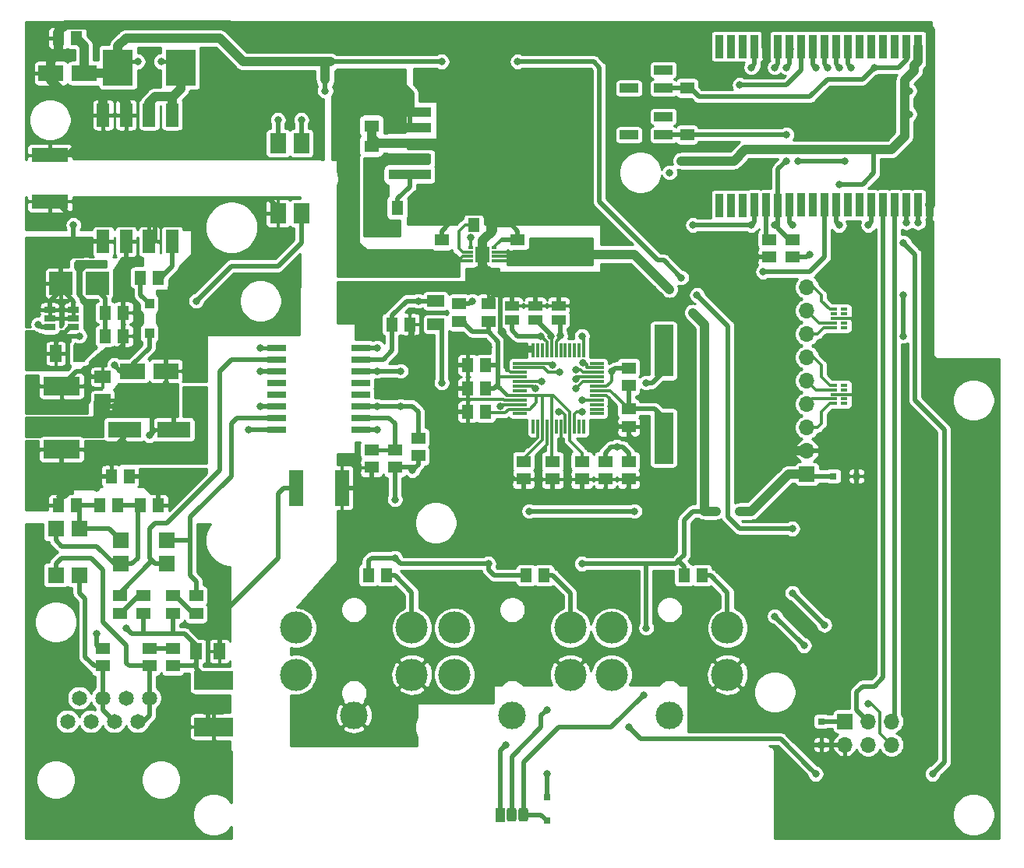
<source format=gtl>
G04 #@! TF.GenerationSoftware,KiCad,Pcbnew,(5.1.6)-1*
G04 #@! TF.CreationDate,2021-04-11T16:08:57+02:00*
G04 #@! TF.ProjectId,wall-sensor-of-room-temperature,77616c6c-2d73-4656-9e73-6f722d6f662d,rev?*
G04 #@! TF.SameCoordinates,Original*
G04 #@! TF.FileFunction,Copper,L1,Top*
G04 #@! TF.FilePolarity,Positive*
%FSLAX46Y46*%
G04 Gerber Fmt 4.6, Leading zero omitted, Abs format (unit mm)*
G04 Created by KiCad (PCBNEW (5.1.6)-1) date 2021-04-11 16:08:57*
%MOMM*%
%LPD*%
G01*
G04 APERTURE LIST*
G04 #@! TA.AperFunction,SMDPad,CuDef*
%ADD10R,0.600000X0.310000*%
G04 #@! TD*
G04 #@! TA.AperFunction,SMDPad,CuDef*
%ADD11R,1.500000X1.750000*%
G04 #@! TD*
G04 #@! TA.AperFunction,SMDPad,CuDef*
%ADD12R,4.600000X1.100000*%
G04 #@! TD*
G04 #@! TA.AperFunction,SMDPad,CuDef*
%ADD13R,9.400000X10.800000*%
G04 #@! TD*
G04 #@! TA.AperFunction,SMDPad,CuDef*
%ADD14R,0.800000X0.300000*%
G04 #@! TD*
G04 #@! TA.AperFunction,SMDPad,CuDef*
%ADD15R,2.700000X1.800000*%
G04 #@! TD*
G04 #@! TA.AperFunction,SMDPad,CuDef*
%ADD16R,3.600000X1.800000*%
G04 #@! TD*
G04 #@! TA.AperFunction,SMDPad,CuDef*
%ADD17R,4.000000X2.000000*%
G04 #@! TD*
G04 #@! TA.AperFunction,SMDPad,CuDef*
%ADD18R,1.200000X0.700000*%
G04 #@! TD*
G04 #@! TA.AperFunction,SMDPad,CuDef*
%ADD19R,2.000000X0.800000*%
G04 #@! TD*
G04 #@! TA.AperFunction,SMDPad,CuDef*
%ADD20R,1.500000X0.300000*%
G04 #@! TD*
G04 #@! TA.AperFunction,SMDPad,CuDef*
%ADD21R,0.300000X1.500000*%
G04 #@! TD*
G04 #@! TA.AperFunction,SMDPad,CuDef*
%ADD22R,1.400000X2.500000*%
G04 #@! TD*
G04 #@! TA.AperFunction,SMDPad,CuDef*
%ADD23R,5.000000X5.000000*%
G04 #@! TD*
G04 #@! TA.AperFunction,SMDPad,CuDef*
%ADD24R,0.900000X2.500000*%
G04 #@! TD*
G04 #@! TA.AperFunction,ComponentPad*
%ADD25O,1.700000X1.700000*%
G04 #@! TD*
G04 #@! TA.AperFunction,ComponentPad*
%ADD26R,1.700000X1.700000*%
G04 #@! TD*
G04 #@! TA.AperFunction,SMDPad,CuDef*
%ADD27R,2.100000X5.600000*%
G04 #@! TD*
G04 #@! TA.AperFunction,ComponentPad*
%ADD28R,1.050000X1.500000*%
G04 #@! TD*
G04 #@! TA.AperFunction,SMDPad,CuDef*
%ADD29R,2.000000X1.000000*%
G04 #@! TD*
G04 #@! TA.AperFunction,SMDPad,CuDef*
%ADD30R,0.800000X0.800000*%
G04 #@! TD*
G04 #@! TA.AperFunction,SMDPad,CuDef*
%ADD31R,1.500000X1.300000*%
G04 #@! TD*
G04 #@! TA.AperFunction,ComponentPad*
%ADD32C,1.650000*%
G04 #@! TD*
G04 #@! TA.AperFunction,SMDPad,CuDef*
%ADD33R,1.780000X2.200000*%
G04 #@! TD*
G04 #@! TA.AperFunction,ComponentPad*
%ADD34C,3.000000*%
G04 #@! TD*
G04 #@! TA.AperFunction,ComponentPad*
%ADD35C,3.500000*%
G04 #@! TD*
G04 #@! TA.AperFunction,SMDPad,CuDef*
%ADD36R,1.300000X1.500000*%
G04 #@! TD*
G04 #@! TA.AperFunction,SMDPad,CuDef*
%ADD37C,0.150000*%
G04 #@! TD*
G04 #@! TA.AperFunction,SMDPad,CuDef*
%ADD38R,1.500000X1.000000*%
G04 #@! TD*
G04 #@! TA.AperFunction,SMDPad,CuDef*
%ADD39R,4.200000X2.000000*%
G04 #@! TD*
G04 #@! TA.AperFunction,SMDPad,CuDef*
%ADD40R,3.300000X4.000000*%
G04 #@! TD*
G04 #@! TA.AperFunction,SMDPad,CuDef*
%ADD41R,2.500000X2.500000*%
G04 #@! TD*
G04 #@! TA.AperFunction,SMDPad,CuDef*
%ADD42R,1.100000X1.100000*%
G04 #@! TD*
G04 #@! TA.AperFunction,SMDPad,CuDef*
%ADD43R,1.800000X1.800000*%
G04 #@! TD*
G04 #@! TA.AperFunction,SMDPad,CuDef*
%ADD44R,1.600000X4.000000*%
G04 #@! TD*
G04 #@! TA.AperFunction,SMDPad,CuDef*
%ADD45R,4.000000X1.600000*%
G04 #@! TD*
G04 #@! TA.AperFunction,ViaPad*
%ADD46C,0.800000*%
G04 #@! TD*
G04 #@! TA.AperFunction,Conductor*
%ADD47C,0.500000*%
G04 #@! TD*
G04 #@! TA.AperFunction,Conductor*
%ADD48C,0.450000*%
G04 #@! TD*
G04 #@! TA.AperFunction,Conductor*
%ADD49C,0.300000*%
G04 #@! TD*
G04 #@! TA.AperFunction,Conductor*
%ADD50C,0.310000*%
G04 #@! TD*
G04 #@! TA.AperFunction,Conductor*
%ADD51C,0.370000*%
G04 #@! TD*
G04 #@! TA.AperFunction,Conductor*
%ADD52C,1.000000*%
G04 #@! TD*
G04 #@! TA.AperFunction,Conductor*
%ADD53C,0.200000*%
G04 #@! TD*
G04 #@! TA.AperFunction,Conductor*
%ADD54C,0.250000*%
G04 #@! TD*
G04 #@! TA.AperFunction,Conductor*
%ADD55C,0.254000*%
G04 #@! TD*
G04 APERTURE END LIST*
D10*
X86977500Y-94365000D03*
X89552500Y-95365000D03*
D11*
X88265000Y-94615000D03*
D10*
X86977500Y-95365000D03*
X86977500Y-94865000D03*
X89552500Y-93865000D03*
X89552500Y-94365000D03*
X89552500Y-94865000D03*
X86977500Y-93865000D03*
D12*
X80385000Y-80850000D03*
X80385000Y-85950000D03*
X80385000Y-84250000D03*
X80385000Y-79150000D03*
X80385000Y-82550000D03*
D13*
X89535000Y-82550000D03*
D14*
X126460000Y-110355000D03*
X126460000Y-108855000D03*
X127540000Y-110855000D03*
X127540000Y-110355000D03*
X126460000Y-109855000D03*
X126460000Y-109355000D03*
X126460000Y-110855000D03*
X127540000Y-109855000D03*
X127540000Y-109355000D03*
X127540000Y-108855000D03*
X126460000Y-102100000D03*
X126460000Y-100600000D03*
X127540000Y-102600000D03*
X127540000Y-102100000D03*
X126460000Y-101600000D03*
X126460000Y-101100000D03*
X126460000Y-102600000D03*
X127540000Y-101600000D03*
X127540000Y-101100000D03*
X127540000Y-100600000D03*
D15*
X44980000Y-74930000D03*
X41380000Y-74930000D03*
X50270000Y-107315000D03*
X53870000Y-107315000D03*
D16*
X54770000Y-113665000D03*
X49370000Y-113665000D03*
D17*
X42545000Y-108945000D03*
X42545000Y-115845000D03*
D18*
X41245000Y-100650000D03*
X41245000Y-102550000D03*
X43845000Y-101600000D03*
X43845000Y-100650000D03*
X41245000Y-101600000D03*
X43845000Y-102550000D03*
D19*
X75057000Y-112395000D03*
X75057000Y-108585000D03*
X75057000Y-107315000D03*
X75057000Y-104775000D03*
X75057000Y-109855000D03*
X65913000Y-111125000D03*
X65913000Y-107315000D03*
X65913000Y-112395000D03*
X65913000Y-109855000D03*
X65913000Y-104775000D03*
X65913000Y-108585000D03*
X65913000Y-113665000D03*
X75057000Y-111125000D03*
X75057000Y-106045000D03*
X65913000Y-106045000D03*
X75057000Y-113665000D03*
D20*
X92357500Y-106970000D03*
X92357500Y-109470000D03*
D21*
X93770000Y-113382500D03*
D20*
X92357500Y-107470000D03*
D21*
X94770000Y-113382500D03*
D20*
X92357500Y-110470000D03*
X92357500Y-110970000D03*
D21*
X95270000Y-113382500D03*
D20*
X92357500Y-106470000D03*
X92357500Y-109970000D03*
X92357500Y-108970000D03*
X92357500Y-111970000D03*
X92357500Y-111470000D03*
D21*
X95770000Y-113382500D03*
D20*
X92357500Y-107970000D03*
X92357500Y-108470000D03*
D21*
X94270000Y-113382500D03*
X96770000Y-113382500D03*
X97270000Y-113382500D03*
X98270000Y-105057500D03*
D20*
X100682500Y-110970000D03*
X100682500Y-106470000D03*
D21*
X99270000Y-113382500D03*
D20*
X100682500Y-107970000D03*
D21*
X96270000Y-105057500D03*
D20*
X100682500Y-107470000D03*
D21*
X97770000Y-113382500D03*
D20*
X100682500Y-109970000D03*
D21*
X94270000Y-105057500D03*
X98770000Y-105057500D03*
X98270000Y-113382500D03*
X97270000Y-105057500D03*
X99270000Y-105057500D03*
X95270000Y-105057500D03*
X96270000Y-113382500D03*
D20*
X100682500Y-110470000D03*
X100682500Y-106970000D03*
D21*
X95770000Y-105057500D03*
D20*
X100682500Y-111470000D03*
D21*
X97770000Y-105057500D03*
D20*
X100682500Y-109470000D03*
D21*
X98770000Y-113382500D03*
D20*
X100682500Y-111970000D03*
X100682500Y-108470000D03*
D21*
X96770000Y-105057500D03*
X94770000Y-105057500D03*
X93770000Y-105057500D03*
D20*
X100682500Y-108970000D03*
D22*
X54550000Y-79470000D03*
X52050000Y-79470000D03*
X49550000Y-79470000D03*
X47050000Y-79470000D03*
X47050000Y-93250000D03*
X54550000Y-93250000D03*
X52050000Y-93250000D03*
X49550000Y-93250000D03*
D23*
X129175000Y-79145000D03*
D24*
X136870000Y-89270000D03*
X135600000Y-89270000D03*
X134330000Y-89270000D03*
X121630000Y-72020000D03*
X131790000Y-72020000D03*
X127980000Y-89270000D03*
X124170000Y-72020000D03*
X127980000Y-72020000D03*
X133060000Y-72020000D03*
X135600000Y-72020000D03*
X130520000Y-89270000D03*
X122900000Y-72020000D03*
X134330000Y-72020000D03*
X114010000Y-89281000D03*
X120360000Y-72020000D03*
X126710000Y-72020000D03*
X121630000Y-89270000D03*
X120360000Y-89281000D03*
X126710000Y-89270000D03*
X129250000Y-72020000D03*
X116550000Y-89281000D03*
X122900000Y-89270000D03*
X133060000Y-89270000D03*
X117820000Y-89270000D03*
X124170000Y-89270000D03*
X129250000Y-89270000D03*
X131790000Y-89270000D03*
X125440000Y-89270000D03*
X125440000Y-72020000D03*
X130520000Y-72020000D03*
X115280000Y-89281000D03*
X119090000Y-89270000D03*
X115280000Y-72009000D03*
X136870000Y-72020000D03*
X114010000Y-72009000D03*
X117820000Y-72020000D03*
X116550000Y-72009000D03*
X119090000Y-72020000D03*
D25*
X123515000Y-110910000D03*
X123515000Y-108370000D03*
X123515000Y-98210000D03*
X123515000Y-100750000D03*
X123515000Y-115990000D03*
D26*
X123515000Y-118530000D03*
D25*
X123515000Y-113450000D03*
X123515000Y-105830000D03*
X123515000Y-103290000D03*
D27*
X107950000Y-114605000D03*
X107950000Y-105105000D03*
G04 #@! TA.AperFunction,ComponentPad*
G36*
G01*
X92185000Y-156062500D02*
X92185000Y-155087500D01*
G75*
G02*
X92447500Y-154825000I262500J0D01*
G01*
X92972500Y-154825000D01*
G75*
G02*
X93235000Y-155087500I0J-262500D01*
G01*
X93235000Y-156062500D01*
G75*
G02*
X92972500Y-156325000I-262500J0D01*
G01*
X92447500Y-156325000D01*
G75*
G02*
X92185000Y-156062500I0J262500D01*
G01*
G37*
G04 #@! TD.AperFunction*
G04 #@! TA.AperFunction,ComponentPad*
G36*
G01*
X90915000Y-156062500D02*
X90915000Y-155087500D01*
G75*
G02*
X91177500Y-154825000I262500J0D01*
G01*
X91702500Y-154825000D01*
G75*
G02*
X91965000Y-155087500I0J-262500D01*
G01*
X91965000Y-156062500D01*
G75*
G02*
X91702500Y-156325000I-262500J0D01*
G01*
X91177500Y-156325000D01*
G75*
G02*
X90915000Y-156062500I0J262500D01*
G01*
G37*
G04 #@! TD.AperFunction*
D28*
X90170000Y-155575000D03*
D29*
X104170000Y-79645000D03*
X104170000Y-81645000D03*
X107920000Y-79645000D03*
X107920000Y-81645000D03*
X104170000Y-74565000D03*
X104170000Y-76565000D03*
X107920000Y-74565000D03*
X107920000Y-76565000D03*
D30*
X95250000Y-156210000D03*
X95250000Y-153670000D03*
D31*
X119380000Y-93010000D03*
X119380000Y-94950000D03*
X46990000Y-139400000D03*
X46990000Y-137460000D03*
D32*
X45721000Y-145415000D03*
X52071000Y-142875000D03*
X50801000Y-145415000D03*
X44451000Y-142875000D03*
X48261000Y-145415000D03*
X46991000Y-142875000D03*
X49531000Y-142875000D03*
X43181000Y-145415000D03*
D33*
X68580000Y-90170000D03*
X66040000Y-82550000D03*
X66040000Y-90170000D03*
X68580000Y-82550000D03*
D34*
X74295000Y-144745000D03*
D35*
X80595000Y-140345000D03*
X80595000Y-135245000D03*
X67995000Y-140345000D03*
X67995000Y-135245000D03*
D34*
X91500000Y-144745000D03*
D35*
X97800000Y-140345000D03*
X97800000Y-135245000D03*
X85200000Y-140345000D03*
X85200000Y-135245000D03*
D34*
X108585000Y-144745000D03*
D35*
X114885000Y-140345000D03*
X114885000Y-135245000D03*
X102285000Y-140345000D03*
X102285000Y-135245000D03*
D36*
X75865000Y-129540000D03*
X77805000Y-129540000D03*
X93010000Y-129540000D03*
X94950000Y-129540000D03*
X110155000Y-129540000D03*
X112095000Y-129540000D03*
D31*
X121920000Y-94950000D03*
X121920000Y-93010000D03*
X54610000Y-137460000D03*
X54610000Y-139400000D03*
X51435000Y-131745000D03*
X51435000Y-133685000D03*
G04 #@! TA.AperFunction,SMDPad,CuDef*
D37*
G36*
X43800000Y-106310000D02*
G01*
X43800000Y-104510000D01*
X45100000Y-104510000D01*
X45100000Y-106310000D01*
X43800000Y-106310000D01*
G37*
G04 #@! TD.AperFunction*
G04 #@! TA.AperFunction,SMDPad,CuDef*
G36*
X41260000Y-106310000D02*
G01*
X41260000Y-104510000D01*
X42560000Y-104510000D01*
X42560000Y-106310000D01*
X41260000Y-106310000D01*
G37*
G04 #@! TD.AperFunction*
D36*
X51100000Y-97155000D03*
X53040000Y-97155000D03*
X49230000Y-103505000D03*
X47290000Y-103505000D03*
D31*
X54610000Y-131745000D03*
X54610000Y-133685000D03*
X78740000Y-117810000D03*
X78740000Y-115870000D03*
G04 #@! TA.AperFunction,SMDPad,CuDef*
D37*
G36*
X84085000Y-100345000D02*
G01*
X82285000Y-100345000D01*
X82285000Y-99045000D01*
X84085000Y-99045000D01*
X84085000Y-100345000D01*
G37*
G04 #@! TD.AperFunction*
G04 #@! TA.AperFunction,SMDPad,CuDef*
G36*
X84085000Y-102885000D02*
G01*
X82285000Y-102885000D01*
X82285000Y-101585000D01*
X84085000Y-101585000D01*
X84085000Y-102885000D01*
G37*
G04 #@! TD.AperFunction*
D31*
X81280000Y-116540000D03*
X81280000Y-114600000D03*
X104140000Y-106980000D03*
X104140000Y-108920000D03*
D25*
X127635000Y-147955000D03*
X130175000Y-147955000D03*
X130175000Y-145415000D03*
D26*
X127635000Y-145415000D03*
D25*
X132715000Y-147955000D03*
X132715000Y-145415000D03*
D31*
X85725000Y-99995000D03*
X85725000Y-101935000D03*
D36*
X51100000Y-121920000D03*
X53040000Y-121920000D03*
X44150000Y-121920000D03*
X42210000Y-121920000D03*
D38*
X91440000Y-101727000D03*
X91440000Y-100203000D03*
X93980000Y-101727000D03*
X93980000Y-100203000D03*
X96520000Y-101727000D03*
X96520000Y-100203000D03*
D39*
X59055000Y-146010000D03*
X59055000Y-141010000D03*
D30*
X126365000Y-118745000D03*
X128905000Y-118745000D03*
X125095000Y-145415000D03*
X125095000Y-147955000D03*
D40*
X48670000Y-74295000D03*
X55470000Y-74295000D03*
D41*
X42450000Y-97790000D03*
X46450000Y-97790000D03*
D42*
X52070000Y-100025000D03*
X52070000Y-103175000D03*
D30*
X73660000Y-75565000D03*
X71120000Y-75565000D03*
D43*
X44450000Y-124500000D03*
X41910000Y-129500000D03*
X41910000Y-124500000D03*
X44450000Y-129500000D03*
X48935000Y-125730000D03*
X53935000Y-128270000D03*
X48935000Y-128270000D03*
X53935000Y-125730000D03*
D31*
X110490000Y-81615000D03*
X110490000Y-79675000D03*
X110490000Y-76535000D03*
X110490000Y-74595000D03*
D36*
X42210000Y-71120000D03*
X44150000Y-71120000D03*
D44*
X67985000Y-120015000D03*
X72985000Y-120015000D03*
D31*
X88900000Y-101935000D03*
X88900000Y-99995000D03*
X52070000Y-139400000D03*
X52070000Y-137460000D03*
D45*
X41275000Y-88860000D03*
X41275000Y-83860000D03*
D31*
X95885000Y-117140000D03*
X95885000Y-119080000D03*
D36*
X88600000Y-106680000D03*
X86660000Y-106680000D03*
G04 #@! TA.AperFunction,SMDPad,CuDef*
D37*
G36*
X59040000Y-138695000D02*
G01*
X59040000Y-136895000D01*
X60340000Y-136895000D01*
X60340000Y-138695000D01*
X59040000Y-138695000D01*
G37*
G04 #@! TD.AperFunction*
G04 #@! TA.AperFunction,SMDPad,CuDef*
G36*
X56500000Y-138695000D02*
G01*
X56500000Y-136895000D01*
X57800000Y-136895000D01*
X57800000Y-138695000D01*
X56500000Y-138695000D01*
G37*
G04 #@! TD.AperFunction*
D36*
X88600000Y-111760000D03*
X86660000Y-111760000D03*
D31*
X48895000Y-131745000D03*
X48895000Y-133685000D03*
D36*
X49230000Y-100965000D03*
X47290000Y-100965000D03*
X88600000Y-109220000D03*
X86660000Y-109220000D03*
D31*
X57150000Y-131745000D03*
X57150000Y-133685000D03*
X99060000Y-117140000D03*
X99060000Y-119080000D03*
G04 #@! TA.AperFunction,SMDPad,CuDef*
D37*
G36*
X46090000Y-109840000D02*
G01*
X47890000Y-109840000D01*
X47890000Y-111140000D01*
X46090000Y-111140000D01*
X46090000Y-109840000D01*
G37*
G04 #@! TD.AperFunction*
G04 #@! TA.AperFunction,SMDPad,CuDef*
G36*
X46090000Y-107300000D02*
G01*
X47890000Y-107300000D01*
X47890000Y-108600000D01*
X46090000Y-108600000D01*
X46090000Y-107300000D01*
G37*
G04 #@! TD.AperFunction*
D31*
X92710000Y-117140000D03*
X92710000Y-119080000D03*
X92075000Y-94950000D03*
X92075000Y-93010000D03*
X76200000Y-84790000D03*
X76200000Y-82850000D03*
D36*
X79040000Y-89535000D03*
X80980000Y-89535000D03*
X87295000Y-91440000D03*
X89235000Y-91440000D03*
D31*
X83820000Y-94950000D03*
X83820000Y-93010000D03*
X76200000Y-78705000D03*
X76200000Y-80645000D03*
X104140000Y-117140000D03*
X104140000Y-119080000D03*
X76200000Y-115870000D03*
X76200000Y-117810000D03*
D36*
X47925000Y-118745000D03*
X49865000Y-118745000D03*
D31*
X101600000Y-117140000D03*
X101600000Y-119080000D03*
D36*
X78405000Y-102235000D03*
X80345000Y-102235000D03*
D31*
X104140000Y-111425000D03*
X104140000Y-113365000D03*
D36*
X46655000Y-121920000D03*
X48595000Y-121920000D03*
D46*
X57785000Y-127635000D03*
X106045000Y-108585000D03*
X80645000Y-109220000D03*
X88910332Y-104764668D03*
X102235000Y-111125000D03*
X95885000Y-120650000D03*
X99060000Y-120650000D03*
X85090000Y-109220000D03*
X88265000Y-117475000D03*
X76200000Y-120015000D03*
X59830001Y-69709999D03*
X95885000Y-76835000D03*
X95885000Y-80645000D03*
X95885000Y-84455000D03*
X95885000Y-88265000D03*
X99060000Y-76835000D03*
X99060000Y-80645000D03*
X99060000Y-84455000D03*
X99060000Y-88265000D03*
X86995000Y-96520000D03*
X89535000Y-96520000D03*
X88475001Y-92920001D03*
X136940001Y-82769999D03*
X136940001Y-76419999D03*
X78740000Y-146685000D03*
X118530000Y-115990000D03*
X39370000Y-70485000D03*
X105410000Y-70485000D03*
X69215000Y-146685000D03*
X137160000Y-156845000D03*
X121285000Y-156845000D03*
X142875000Y-132080000D03*
X105410000Y-99695000D03*
X106680000Y-98425000D03*
X111125000Y-95250000D03*
X109855000Y-95250000D03*
X130175000Y-114935000D03*
X46990000Y-83185000D03*
X59690000Y-83185000D03*
X89535000Y-70485000D03*
X39370000Y-81915000D03*
X142875000Y-150495000D03*
X142875000Y-115570000D03*
X95250000Y-151130000D03*
X123190000Y-145415000D03*
X120015000Y-137795000D03*
X125730000Y-127635000D03*
X72390000Y-130175000D03*
X130175000Y-139700000D03*
X91440000Y-104775000D03*
X86995000Y-92790002D03*
X85205000Y-95135000D03*
X83820000Y-96520000D03*
X81580000Y-94950000D03*
X77470000Y-76200000D03*
X76200000Y-76200000D03*
X73660000Y-78740000D03*
X73660000Y-81280000D03*
X73660000Y-95885000D03*
X77470000Y-96520000D03*
X81280000Y-99695000D03*
X76200000Y-86360000D03*
X76200000Y-87630000D03*
X123825000Y-94615000D03*
X76835000Y-90805000D03*
X135128000Y-74114999D03*
X109855000Y-84455000D03*
X108585000Y-85725000D03*
X134620000Y-79375000D03*
X134620000Y-76835000D03*
X127000000Y-86995000D03*
X57150000Y-112395000D03*
X57150000Y-111125000D03*
X57150000Y-109855000D03*
X39370000Y-118745000D03*
X42210000Y-120315000D03*
X46355000Y-120015000D03*
X54610000Y-118745000D03*
X55880000Y-118745000D03*
X57150000Y-118745000D03*
X83820000Y-108585000D03*
X76835000Y-107315000D03*
X79375000Y-107315000D03*
X76835000Y-104775000D03*
X99060000Y-111760000D03*
X96520000Y-111760000D03*
X99060000Y-110490000D03*
X102870000Y-115570000D03*
X116205000Y-122555000D03*
X80645000Y-118110000D03*
X112395000Y-122555000D03*
X99060000Y-94615000D03*
X113665000Y-122555000D03*
X117475000Y-122555000D03*
X94615000Y-94615000D03*
X97155000Y-94615000D03*
X87122000Y-99695000D03*
X78740000Y-121285000D03*
X111125000Y-100965000D03*
X108585000Y-98425000D03*
X106045000Y-135255000D03*
X105745000Y-142540000D03*
X88900000Y-128270000D03*
X99060000Y-128270000D03*
X78740000Y-127635000D03*
X53870000Y-100330000D03*
X53870000Y-108690000D03*
X45212000Y-95758000D03*
X45720000Y-91440000D03*
X52070000Y-109220000D03*
X45593000Y-100330000D03*
X45593000Y-101600000D03*
X67310000Y-100965000D03*
X66040000Y-93345000D03*
X54610000Y-90170000D03*
X48895000Y-90170000D03*
X52070000Y-114300000D03*
X45466000Y-113792000D03*
X46482000Y-95758000D03*
X48260000Y-111125000D03*
X57150000Y-99695000D03*
X48260000Y-106680000D03*
X39370000Y-109220000D03*
X42545000Y-111125000D03*
X56515000Y-156845000D03*
X39370000Y-139700000D03*
X39370000Y-127635000D03*
X58420000Y-144145000D03*
X59690000Y-135890000D03*
X39370000Y-156845000D03*
X49530000Y-135255000D03*
X46355000Y-135890000D03*
X66040000Y-80010000D03*
X50800000Y-73660000D03*
X83820000Y-73660000D03*
X71120000Y-76835000D03*
X130810000Y-74295000D03*
X130175000Y-143510000D03*
X121285000Y-81615000D03*
X120015000Y-91440000D03*
X121285000Y-84455000D03*
X123190000Y-137160000D03*
X120015000Y-133985000D03*
X128270000Y-74295000D03*
X127000000Y-74295000D03*
X125730000Y-74295000D03*
X93345000Y-122555000D03*
X104775000Y-122555000D03*
X76835000Y-113665000D03*
X76835000Y-111125000D03*
X79375000Y-111125000D03*
X43815000Y-91440000D03*
X53340000Y-73660000D03*
X121920000Y-124460000D03*
X111570000Y-99060000D03*
X109855000Y-97155000D03*
X92075000Y-73660000D03*
X121920000Y-131445000D03*
X125412500Y-134937500D03*
X127000000Y-91440000D03*
X130175000Y-91440000D03*
X121920000Y-91440000D03*
X118745000Y-96520000D03*
X133985000Y-103505000D03*
X134330000Y-91150000D03*
X133985000Y-99060000D03*
X135600000Y-91150000D03*
X64135000Y-107315000D03*
X64135000Y-111125000D03*
X64135000Y-104775000D03*
X62865000Y-113665000D03*
X96723245Y-103492338D03*
X95725178Y-103554517D03*
X94615000Y-103505000D03*
X40005000Y-102235000D03*
X39370000Y-104902000D03*
X39370000Y-106680000D03*
X44450000Y-103505000D03*
X96635001Y-107430001D03*
X95885000Y-106680000D03*
X93980000Y-109220000D03*
X94730000Y-108470000D03*
X102350000Y-107315000D03*
X99060000Y-103505000D03*
X116205000Y-76200000D03*
X90170000Y-111125000D03*
X68580000Y-80010000D03*
X122555000Y-84455000D03*
X127635000Y-84455000D03*
X124460000Y-74295000D03*
X133985000Y-93345000D03*
X104140000Y-146050000D03*
X124460000Y-151130000D03*
X137160000Y-151130000D03*
X98394671Y-108189668D03*
X121285000Y-74295000D03*
X98425000Y-107188000D03*
X120015000Y-74295000D03*
X99187000Y-106426000D03*
X117475000Y-74295000D03*
X98425000Y-109220000D03*
X117475000Y-91440000D03*
X111125000Y-91440000D03*
X95250000Y-144145000D03*
X90805000Y-147955000D03*
D47*
X47705000Y-124500000D02*
X48935000Y-125730000D01*
X44450000Y-124500000D02*
X47705000Y-124500000D01*
X44150000Y-121920000D02*
X46655000Y-121920000D01*
D48*
X44450000Y-122220000D02*
X44150000Y-121920000D01*
D47*
X44450000Y-124500000D02*
X44450000Y-122220000D01*
D48*
X48935000Y-128270000D02*
X48260000Y-128270000D01*
D47*
X48260000Y-128270000D02*
X46355000Y-126365000D01*
X46355000Y-126365000D02*
X42545000Y-126365000D01*
X41910000Y-125730000D02*
X41910000Y-124500000D01*
X42545000Y-126365000D02*
X41910000Y-125730000D01*
X48595000Y-121920000D02*
X51100000Y-121920000D01*
X48935000Y-128270000D02*
X50165000Y-128270000D01*
X50165000Y-128270000D02*
X50800000Y-127635000D01*
D48*
X50800000Y-122220000D02*
X51100000Y-121920000D01*
D47*
X50800000Y-127635000D02*
X50800000Y-122220000D01*
X106045000Y-108585000D02*
X106680000Y-108585000D01*
D48*
X107950000Y-107315000D02*
X107950000Y-105105000D01*
D47*
X106680000Y-108585000D02*
X107950000Y-107315000D01*
D48*
X42210000Y-71120000D02*
X41910000Y-71120000D01*
D47*
X82550000Y-89535000D02*
X89535000Y-82550000D01*
X80980000Y-89535000D02*
X82550000Y-89535000D01*
D48*
X80645000Y-102535000D02*
X80345000Y-102235000D01*
D47*
X80645000Y-109220000D02*
X80645000Y-102535000D01*
D49*
X94270000Y-114572880D02*
X94270000Y-113382500D01*
X93272880Y-115570000D02*
X94270000Y-114572880D01*
X91775000Y-119080000D02*
X91440000Y-118745000D01*
X92710000Y-119080000D02*
X91775000Y-119080000D01*
X91440000Y-118745000D02*
X91440000Y-116205000D01*
X91440000Y-116205000D02*
X92075000Y-115570000D01*
X92075000Y-115570000D02*
X93272880Y-115570000D01*
X91307500Y-107470000D02*
X90805000Y-106967500D01*
X92357500Y-107470000D02*
X91307500Y-107470000D01*
X93487500Y-104775000D02*
X93770000Y-105057500D01*
X88900000Y-99995000D02*
X88900000Y-99695000D01*
X104140000Y-119080000D02*
X104140000Y-119380000D01*
X102235000Y-110472500D02*
X102235000Y-111125000D01*
X100682500Y-109970000D02*
X101732500Y-109970000D01*
X101732500Y-109970000D02*
X102235000Y-110472500D01*
D48*
X96520000Y-100203000D02*
X96520000Y-99695000D01*
D47*
X102235000Y-111125000D02*
X102235000Y-113030000D01*
X102570000Y-113365000D02*
X102235000Y-113030000D01*
X104140000Y-113365000D02*
X102570000Y-113365000D01*
X104140000Y-113365000D02*
X104140000Y-114300000D01*
X104140000Y-114300000D02*
X106045000Y-116205000D01*
X105340000Y-119080000D02*
X104140000Y-119080000D01*
X106045000Y-118375000D02*
X105340000Y-119080000D01*
X106045000Y-116205000D02*
X106045000Y-118375000D01*
X95885000Y-119080000D02*
X95885000Y-120015000D01*
X99060000Y-119080000D02*
X99060000Y-120015000D01*
D48*
X101600000Y-119080000D02*
X101600000Y-120015000D01*
D47*
X95885000Y-120650000D02*
X95885000Y-120015000D01*
X99060000Y-120650000D02*
X99060000Y-120015000D01*
X86660000Y-109220000D02*
X85090000Y-109220000D01*
D48*
X86660000Y-106680000D02*
X86360000Y-106680000D01*
D47*
X81044999Y-109619999D02*
X80645000Y-109220000D01*
X84690001Y-109619999D02*
X81044999Y-109619999D01*
X85090000Y-109220000D02*
X84690001Y-109619999D01*
X88910332Y-104764668D02*
X86370332Y-104764668D01*
X88900000Y-99695000D02*
X89535000Y-99060000D01*
X91440000Y-100203000D02*
X91440000Y-99060000D01*
X93980000Y-100203000D02*
X93980000Y-99060000D01*
X91440000Y-99060000D02*
X93980000Y-99060000D01*
X93980000Y-99060000D02*
X95885000Y-99060000D01*
D48*
X96647000Y-100330000D02*
X96520000Y-100203000D01*
D47*
X92075000Y-93010000D02*
X90372499Y-93010000D01*
D50*
X90372499Y-93010000D02*
X89786249Y-93596249D01*
X89786249Y-93596249D02*
X89552500Y-93829999D01*
D51*
X89235000Y-91105000D02*
X89235000Y-91440000D01*
X89535000Y-90805000D02*
X89235000Y-91105000D01*
D48*
X89235000Y-91440000D02*
X89235000Y-90505000D01*
D47*
X92075000Y-92075000D02*
X92075000Y-93010000D01*
X89235000Y-91440000D02*
X91440000Y-91440000D01*
X91440000Y-91440000D02*
X92075000Y-92075000D01*
D48*
X86995000Y-85090000D02*
X89535000Y-82550000D01*
X136665001Y-72224999D02*
X136870000Y-72020000D01*
D47*
X72985000Y-120015000D02*
X76200000Y-120015000D01*
X76200000Y-120015000D02*
X76200000Y-117810000D01*
D48*
X89535000Y-82550000D02*
X92075000Y-82550000D01*
D47*
X97790000Y-99060000D02*
X98425000Y-98425000D01*
X98425000Y-98425000D02*
X98425000Y-97600000D01*
X96520000Y-100203000D02*
X96520000Y-99060000D01*
X95885000Y-99060000D02*
X96520000Y-99060000D01*
X96520000Y-99060000D02*
X97790000Y-99060000D01*
X88265000Y-117475000D02*
X85725000Y-114935000D01*
D48*
X103900000Y-79375000D02*
X104170000Y-79645000D01*
D52*
X104775000Y-71755000D02*
X106045000Y-71755000D01*
X106045000Y-71755000D02*
X107950000Y-71755000D01*
X107950000Y-71755000D02*
X109855000Y-69850000D01*
X109855000Y-69850000D02*
X110490000Y-69850000D01*
D48*
X119090000Y-70195000D02*
X118745000Y-69850000D01*
D52*
X110490000Y-69850000D02*
X118745000Y-69850000D01*
X89535000Y-82550000D02*
X89535000Y-77470000D01*
X86995000Y-71755000D02*
X88265000Y-71755000D01*
D48*
X136870000Y-72020000D02*
X136870000Y-73315000D01*
D52*
X136870000Y-89270000D02*
X136940001Y-89199999D01*
X119090000Y-70140000D02*
X119380000Y-69850000D01*
X119090000Y-72020000D02*
X119090000Y-70140000D01*
X118745000Y-69850000D02*
X119380000Y-69850000D01*
X42210000Y-71120000D02*
X42210000Y-70399998D01*
X42210000Y-70399998D02*
X42939999Y-69669999D01*
X45900001Y-69669999D02*
X60779999Y-69669999D01*
X45900001Y-69669999D02*
X46809999Y-69669999D01*
X42939999Y-69669999D02*
X45900001Y-69669999D01*
X60779999Y-69669999D02*
X62865000Y-71755000D01*
X42210000Y-71120000D02*
X42210000Y-72725000D01*
X41380000Y-73555000D02*
X41380000Y-74930000D01*
X42210000Y-72725000D02*
X41380000Y-73555000D01*
X89535000Y-91140000D02*
X89235000Y-91440000D01*
X89235000Y-92160002D02*
X89235000Y-91440000D01*
X88265000Y-94615000D02*
X88265000Y-93130002D01*
X88265000Y-93130002D02*
X88475001Y-92920001D01*
D47*
X88900000Y-90170000D02*
X89535000Y-90170000D01*
D52*
X89535000Y-90170000D02*
X89535000Y-91140000D01*
D47*
X83820000Y-92075000D02*
X85725000Y-90170000D01*
D52*
X89535000Y-82550000D02*
X89535000Y-90170000D01*
D47*
X83820000Y-93010000D02*
X83820000Y-92075000D01*
X85725000Y-90170000D02*
X88900000Y-90170000D01*
X89535000Y-99060000D02*
X90170000Y-99060000D01*
X90170000Y-99060000D02*
X91440000Y-99060000D01*
X86370332Y-104764668D02*
X85090000Y-106045000D01*
X85090000Y-114300000D02*
X85725000Y-114935000D01*
X86660000Y-111760000D02*
X85090000Y-111760000D01*
X85090000Y-111760000D02*
X85090000Y-114300000D01*
X86660000Y-106680000D02*
X85090000Y-106680000D01*
X85090000Y-106045000D02*
X85090000Y-106680000D01*
X85090000Y-106680000D02*
X85090000Y-109220000D01*
D49*
X85205001Y-110374999D02*
X85090000Y-110490000D01*
D47*
X85090000Y-110490000D02*
X85090000Y-111760000D01*
X85090000Y-109220000D02*
X85090000Y-110490000D01*
D49*
X92357500Y-110470000D02*
X90625002Y-110470000D01*
X90625002Y-110470000D02*
X90530001Y-110374999D01*
X90530001Y-110374999D02*
X85205001Y-110374999D01*
D47*
X88265000Y-117475000D02*
X91440000Y-120650000D01*
X103505000Y-120650000D02*
X104140000Y-120015000D01*
X104140000Y-120015000D02*
X104140000Y-119080000D01*
X101600000Y-120015000D02*
X101600000Y-120650000D01*
X99060000Y-120650000D02*
X101600000Y-120650000D01*
X101600000Y-120650000D02*
X103505000Y-120650000D01*
X91440000Y-120650000D02*
X92710000Y-120650000D01*
X92710000Y-119080000D02*
X92710000Y-120650000D01*
D52*
X80385000Y-82550000D02*
X89535000Y-82550000D01*
X80385000Y-82550000D02*
X76835000Y-82550000D01*
X76200000Y-82850000D02*
X76200000Y-81915000D01*
X76835000Y-82550000D02*
X76200000Y-81915000D01*
X76200000Y-81915000D02*
X76200000Y-80645000D01*
D47*
X102479613Y-71999613D02*
X102235000Y-71755000D01*
D52*
X101600000Y-71755000D02*
X102235000Y-71755000D01*
D47*
X104170000Y-71785000D02*
X104140000Y-71755000D01*
D52*
X102235000Y-71755000D02*
X104140000Y-71755000D01*
X104140000Y-71755000D02*
X104775000Y-71755000D01*
D47*
X110490000Y-74595000D02*
X110490000Y-69850000D01*
X104170000Y-79645000D02*
X102479613Y-79645000D01*
X104170000Y-74565000D02*
X102505000Y-74565000D01*
X102505000Y-74565000D02*
X102479613Y-74539613D01*
X102479613Y-74539613D02*
X102479613Y-71999613D01*
X110490000Y-79675000D02*
X110490000Y-79375000D01*
X109464613Y-78349613D02*
X102479613Y-78349613D01*
X110490000Y-79375000D02*
X109464613Y-78349613D01*
X102479613Y-79645000D02*
X102479613Y-78349613D01*
X102479613Y-78349613D02*
X102479613Y-74539613D01*
D52*
X118530000Y-115990000D02*
X118530000Y-115990000D01*
X123515000Y-115990000D02*
X118530000Y-115990000D01*
D49*
X126460000Y-109855000D02*
X127540000Y-109855000D01*
D47*
X128905000Y-114935000D02*
X128905000Y-109855000D01*
D49*
X127540000Y-109855000D02*
X128905000Y-109855000D01*
X126460000Y-101600000D02*
X127540000Y-101600000D01*
X127540000Y-101600000D02*
X128270000Y-101600000D01*
X128270000Y-101600000D02*
X128905000Y-102235000D01*
D47*
X128905000Y-109855000D02*
X128905000Y-102235000D01*
X123515000Y-115990000D02*
X128690000Y-115990000D01*
X128905000Y-116205000D02*
X128905000Y-118745000D01*
X128690000Y-115990000D02*
X128905000Y-116205000D01*
X128905000Y-114935000D02*
X128905000Y-116205000D01*
X128905000Y-119380000D02*
X128905000Y-118745000D01*
X128905000Y-120015000D02*
X128905000Y-119380000D01*
D52*
X62865000Y-71755000D02*
X85090000Y-71755000D01*
X85090000Y-71755000D02*
X86995000Y-71755000D01*
X88900000Y-97155000D02*
X88900000Y-97155000D01*
X88475001Y-92920001D02*
X89235000Y-92160002D01*
X136940001Y-89199999D02*
X136940001Y-82769999D01*
X136940001Y-82769999D02*
X136940001Y-76419999D01*
D47*
X41910000Y-83860000D02*
X43140000Y-83860000D01*
X45190000Y-81810000D02*
X45190000Y-77365000D01*
X43140000Y-83860000D02*
X45190000Y-81810000D01*
X102479613Y-85334613D02*
X102479613Y-79645000D01*
X102479613Y-88509613D02*
X102479613Y-85334613D01*
X119380000Y-94950000D02*
X116540000Y-94950000D01*
X115570000Y-93980000D02*
X107950000Y-93980000D01*
X116540000Y-94950000D02*
X115570000Y-93980000D01*
X107950000Y-93980000D02*
X102479613Y-88509613D01*
D52*
X48200000Y-77410000D02*
X47565000Y-77410000D01*
X41380000Y-75035000D02*
X41380000Y-74930000D01*
X45780000Y-77410000D02*
X43755000Y-77410000D01*
X41380000Y-74930000D02*
X41380000Y-75670000D01*
X41380000Y-75670000D02*
X42545000Y-76835000D01*
X43180000Y-76835000D02*
X43755000Y-77410000D01*
X42545000Y-76835000D02*
X43180000Y-76835000D01*
X88265000Y-96520000D02*
X88265000Y-94615000D01*
X102870000Y-97155000D02*
X88900000Y-97155000D01*
X105410000Y-99695000D02*
X102870000Y-97155000D01*
X88900000Y-97155000D02*
X88265000Y-96520000D01*
X105410000Y-99695000D02*
X106680000Y-98425000D01*
X117475000Y-101600000D02*
X117475000Y-114935000D01*
X117475000Y-114935000D02*
X118530000Y-115990000D01*
X111125000Y-95250000D02*
X117475000Y-101600000D01*
X89535000Y-82550000D02*
X89535000Y-71755000D01*
X88265000Y-71755000D02*
X89535000Y-71755000D01*
X89535000Y-71755000D02*
X101600000Y-71755000D01*
D47*
X92710000Y-120650000D02*
X94615000Y-120650000D01*
X94615000Y-120650000D02*
X97790000Y-120650000D01*
X97790000Y-120650000D02*
X99060000Y-120650000D01*
D49*
X97536000Y-118745000D02*
X97536000Y-120650000D01*
X97536000Y-116205000D02*
X97536000Y-118745000D01*
X96770000Y-113382500D02*
X96770000Y-115439000D01*
X96770000Y-115439000D02*
X97536000Y-116205000D01*
X95270000Y-113382500D02*
X95270000Y-115316000D01*
X95250000Y-115316000D02*
X94234000Y-116332000D01*
X95270000Y-115316000D02*
X95250000Y-115316000D01*
X94234000Y-116332000D02*
X94234000Y-120650000D01*
D47*
X95250000Y-153035000D02*
X95250000Y-153670000D01*
X95250000Y-151130000D02*
X95250000Y-153035000D01*
X127635000Y-147955000D02*
X125095000Y-147955000D01*
X128905000Y-127635000D02*
X128905000Y-120015000D01*
X123825000Y-147955000D02*
X123190000Y-147320000D01*
X125095000Y-147955000D02*
X123825000Y-147955000D01*
X123190000Y-147320000D02*
X123190000Y-139700000D01*
X128905000Y-133985000D02*
X128905000Y-127635000D01*
D52*
X47050000Y-79470000D02*
X47050000Y-77410000D01*
X47565000Y-77410000D02*
X47050000Y-77410000D01*
X47050000Y-77410000D02*
X45780000Y-77410000D01*
X49550000Y-79470000D02*
X49550000Y-78125000D01*
X49550000Y-78125000D02*
X48835000Y-77410000D01*
X48835000Y-77410000D02*
X48200000Y-77410000D01*
X109855000Y-95250000D02*
X111125000Y-95250000D01*
D47*
X130175000Y-139700000D02*
X126682500Y-136207500D01*
X123190000Y-139700000D02*
X126682500Y-136207500D01*
X126682500Y-136207500D02*
X128905000Y-133985000D01*
D52*
X136525000Y-69850000D02*
X119380000Y-69850000D01*
X136870000Y-70195000D02*
X136525000Y-69850000D01*
X136525000Y-69850000D02*
X136940001Y-70265001D01*
X136940001Y-76419999D02*
X136940001Y-73440001D01*
X136940001Y-70265001D02*
X136940001Y-73440001D01*
X136940001Y-73440001D02*
X136940001Y-72090001D01*
D47*
X90805000Y-103505000D02*
X90170000Y-102870000D01*
X90805000Y-106967500D02*
X90805000Y-104775000D01*
X90170000Y-100330000D02*
X90170000Y-99060000D01*
X90805000Y-104775000D02*
X93487500Y-104775000D01*
X90170000Y-102870000D02*
X90170000Y-100330000D01*
X90805000Y-104775000D02*
X90805000Y-103505000D01*
D53*
X83905000Y-94865000D02*
X83820000Y-94950000D01*
D50*
X86977500Y-95365000D02*
X85840000Y-95365000D01*
X86977500Y-94865000D02*
X86110000Y-94865000D01*
D53*
X85840000Y-95135000D02*
X85840000Y-95365000D01*
D50*
X86110000Y-94865000D02*
X85840000Y-95135000D01*
D48*
X84005000Y-95135000D02*
X83820000Y-94950000D01*
D50*
X86977500Y-93865000D02*
X86977500Y-92807502D01*
D53*
X86977500Y-92807502D02*
X86995000Y-92790002D01*
D48*
X85840000Y-95135000D02*
X85205000Y-95135000D01*
X85205000Y-95135000D02*
X84005000Y-95135000D01*
X76235000Y-78740000D02*
X76200000Y-78705000D01*
X85090000Y-95250000D02*
X85205000Y-95135000D01*
X85205000Y-95135000D02*
X83935000Y-95135000D01*
D52*
X83820000Y-94950000D02*
X81580000Y-94950000D01*
D47*
X80385000Y-79150000D02*
X78965000Y-79150000D01*
X80385000Y-80850000D02*
X78945000Y-80850000D01*
X78945000Y-80850000D02*
X78618447Y-80523447D01*
X80385000Y-80570000D02*
X80385000Y-80850000D01*
D52*
X80385000Y-79150000D02*
X80385000Y-77210000D01*
X80385000Y-77210000D02*
X78740000Y-75565000D01*
X77470000Y-76200000D02*
X77470000Y-75565000D01*
X78740000Y-75565000D02*
X77470000Y-75565000D01*
X77470000Y-75565000D02*
X76200000Y-75565000D01*
X76200000Y-76200000D02*
X76200000Y-75565000D01*
X76200000Y-75565000D02*
X73660000Y-75565000D01*
X73025000Y-78740000D02*
X73342500Y-78422500D01*
X74295000Y-84455000D02*
X73025000Y-83185000D01*
X75900000Y-94950000D02*
X74295000Y-93345000D01*
X73025000Y-83185000D02*
X73025000Y-81280000D01*
X81580000Y-94950000D02*
X75900000Y-94950000D01*
X75565000Y-76200000D02*
X76200000Y-76200000D01*
X74295000Y-93345000D02*
X74295000Y-84455000D01*
X73342500Y-78422500D02*
X75565000Y-76200000D01*
X73025000Y-81280000D02*
X73025000Y-78740000D01*
D47*
X80385000Y-79150000D02*
X77880000Y-79150000D01*
X77435000Y-78705000D02*
X76200000Y-78705000D01*
X77880000Y-79150000D02*
X77435000Y-78705000D01*
X80385000Y-80850000D02*
X80385000Y-79150000D01*
D49*
X107950000Y-114605000D02*
X107950000Y-114300000D01*
X100682500Y-109470000D02*
X101939620Y-109470000D01*
X102184992Y-109469992D02*
X101850000Y-109469992D01*
X104140000Y-111425000D02*
X102184992Y-109469992D01*
X104140000Y-111425000D02*
X104770000Y-111425000D01*
D47*
X104140000Y-111425000D02*
X106980000Y-111425000D01*
D48*
X107950000Y-112395000D02*
X107950000Y-114605000D01*
D47*
X106980000Y-111425000D02*
X107950000Y-112395000D01*
X104140000Y-108920000D02*
X104140000Y-111425000D01*
X78405000Y-105110000D02*
X78405000Y-102235000D01*
X75057000Y-106045000D02*
X77470000Y-106045000D01*
X77470000Y-106045000D02*
X78405000Y-105110000D01*
X78405000Y-101300000D02*
X78405000Y-102235000D01*
X83820000Y-99695000D02*
X81280000Y-99695000D01*
X81280000Y-99695000D02*
X80010000Y-99695000D01*
X80010000Y-99695000D02*
X78405000Y-101300000D01*
D48*
X80290000Y-84155000D02*
X80385000Y-84250000D01*
D52*
X80385000Y-84250000D02*
X77675000Y-84250000D01*
X77135000Y-84790000D02*
X76200000Y-84790000D01*
X77675000Y-84250000D02*
X77135000Y-84790000D01*
X76200000Y-84790000D02*
X76200000Y-87630000D01*
D48*
X122220000Y-95250000D02*
X121920000Y-94950000D01*
D47*
X121920000Y-94950000D02*
X123490000Y-94950000D01*
X123490000Y-94950000D02*
X123825000Y-94615000D01*
D52*
X116820001Y-83204999D02*
X130790001Y-83204999D01*
X115570000Y-84455000D02*
X116820001Y-83204999D01*
X109855000Y-84455000D02*
X115570000Y-84455000D01*
X135600000Y-73642999D02*
X135128000Y-74114999D01*
X135600000Y-72020000D02*
X135600000Y-73642999D01*
X135128000Y-74676000D02*
X135128000Y-74114999D01*
D47*
X127000000Y-86995000D02*
X129540000Y-86995000D01*
X129540000Y-86995000D02*
X130790001Y-85744999D01*
X130790001Y-85744999D02*
X130790001Y-83204999D01*
D52*
X130790001Y-83204999D02*
X132695001Y-83204999D01*
X132695001Y-83204999D02*
X134112000Y-81788000D01*
X134112000Y-75692000D02*
X135128000Y-74676000D01*
D47*
X134620000Y-76835000D02*
X134112000Y-77343000D01*
D52*
X134112000Y-77343000D02*
X134112000Y-75692000D01*
D47*
X134620000Y-79375000D02*
X134239000Y-79375000D01*
D52*
X134112000Y-81788000D02*
X134112000Y-79502000D01*
D47*
X134239000Y-79375000D02*
X134112000Y-79502000D01*
D52*
X134112000Y-79502000D02*
X134112000Y-77343000D01*
D54*
X47565000Y-118385000D02*
X47925000Y-118745000D01*
X49370000Y-113665000D02*
X49370000Y-113825000D01*
X49370000Y-113665000D02*
X49530000Y-113665000D01*
D47*
X47925000Y-118745000D02*
X47925000Y-119080000D01*
X42210000Y-116180000D02*
X42545000Y-115845000D01*
X42210000Y-120315000D02*
X42210000Y-119715000D01*
X42210000Y-119715000D02*
X42545000Y-119380000D01*
X42210000Y-121620000D02*
X42210000Y-121920000D01*
X49370000Y-113665000D02*
X48895000Y-113665000D01*
X42545000Y-115845000D02*
X42545000Y-116840000D01*
X42545000Y-116840000D02*
X42545000Y-117475000D01*
X42210000Y-120985000D02*
X42845000Y-120985000D01*
D48*
X42210000Y-120985000D02*
X42210000Y-121920000D01*
X42210000Y-120315000D02*
X42210000Y-120985000D01*
D47*
X42845000Y-120985000D02*
X43815000Y-120015000D01*
X43815000Y-120015000D02*
X46355000Y-120015000D01*
X42545000Y-118110000D02*
X42545000Y-117475000D01*
X42545000Y-119380000D02*
X42545000Y-118110000D01*
X43780000Y-118745000D02*
X42210000Y-120315000D01*
X47925000Y-118745000D02*
X43780000Y-118745000D01*
X49370000Y-114460000D02*
X49370000Y-113665000D01*
X42545000Y-118110000D02*
X45720000Y-118110000D01*
X57150000Y-115570000D02*
X50800000Y-115570000D01*
X57785000Y-114935000D02*
X57150000Y-115570000D01*
X57785000Y-113120000D02*
X57785000Y-114935000D01*
X57060000Y-111125000D02*
X57060000Y-112395000D01*
X57060000Y-112395000D02*
X57785000Y-113120000D01*
X49370000Y-113665000D02*
X49370000Y-114140000D01*
X50800000Y-115570000D02*
X48260000Y-115570000D01*
X45720000Y-118110000D02*
X48260000Y-115570000D01*
X48260000Y-115570000D02*
X49370000Y-114460000D01*
X49865000Y-118745000D02*
X51435000Y-118745000D01*
X53040000Y-120350000D02*
X53040000Y-121920000D01*
X51435000Y-118745000D02*
X52705000Y-120015000D01*
X52705000Y-120015000D02*
X53040000Y-120350000D01*
X54610000Y-119380000D02*
X52070000Y-119380000D01*
X75057000Y-112395000D02*
X78105000Y-112395000D01*
X78105000Y-112395000D02*
X78740000Y-113030000D01*
X78740000Y-113030000D02*
X78740000Y-114600000D01*
X78740000Y-114600000D02*
X78740000Y-115870000D01*
D48*
X76200000Y-115870000D02*
X78740000Y-115870000D01*
D47*
X83820000Y-102235000D02*
X83820000Y-108585000D01*
X75057000Y-107315000D02*
X76835000Y-107315000D01*
X76835000Y-107315000D02*
X79375000Y-107315000D01*
X75057000Y-104775000D02*
X76835000Y-104775000D01*
D53*
X86452498Y-94365000D02*
X86449553Y-94362055D01*
D50*
X86977500Y-94365000D02*
X86452498Y-94365000D01*
X86449553Y-94362055D02*
X86107055Y-94362055D01*
X86107055Y-94362055D02*
X85725000Y-93980000D01*
D51*
X85725000Y-93980000D02*
X85725000Y-92075000D01*
X86360000Y-91440000D02*
X87295000Y-91440000D01*
X85725000Y-92075000D02*
X86360000Y-91440000D01*
D49*
X98270000Y-113382500D02*
X98270000Y-112622128D01*
X98270000Y-112622128D02*
X98270018Y-112622110D01*
X98270018Y-111984297D02*
X98270018Y-112549982D01*
X98270018Y-112622110D02*
X98270018Y-112549982D01*
X98494315Y-111760000D02*
X98270018Y-111984297D01*
X99060000Y-111760000D02*
X98494315Y-111760000D01*
D47*
X79040000Y-89535000D02*
X79040000Y-88600000D01*
X80385000Y-87255000D02*
X80385000Y-85950000D01*
X79040000Y-88600000D02*
X80385000Y-87255000D01*
D49*
X97270000Y-113382500D02*
X97270000Y-112107118D01*
X96922882Y-111760000D02*
X96520000Y-111760000D01*
X97270000Y-112107118D02*
X96922882Y-111760000D01*
X100682500Y-110470000D02*
X99080000Y-110470000D01*
X99080000Y-110470000D02*
X99060000Y-110490000D01*
D47*
X101600000Y-117140000D02*
X101600000Y-116205000D01*
X102235000Y-115570000D02*
X102870000Y-115570000D01*
X101600000Y-116205000D02*
X102235000Y-115570000D01*
X104140000Y-117140000D02*
X104140000Y-116205000D01*
X103505000Y-115570000D02*
X102870000Y-115570000D01*
X104140000Y-116205000D02*
X103505000Y-115570000D01*
X78740000Y-117810000D02*
X80945000Y-117810000D01*
X80945000Y-117810000D02*
X81280000Y-117475000D01*
D49*
X91660000Y-95365000D02*
X92075000Y-94950000D01*
D50*
X89552500Y-95365000D02*
X91660000Y-95365000D01*
D49*
X91990000Y-94865000D02*
X92075000Y-94950000D01*
D50*
X89552500Y-94865000D02*
X91990000Y-94865000D01*
D53*
X91490000Y-94365000D02*
X92075000Y-94950000D01*
D50*
X89552500Y-94365000D02*
X91490000Y-94365000D01*
D52*
X98425000Y-94615000D02*
X97155000Y-94615000D01*
D48*
X98425000Y-94615000D02*
X97155000Y-94615000D01*
D52*
X97790000Y-94615000D02*
X99060000Y-94615000D01*
X117475000Y-122555000D02*
X116840000Y-122555000D01*
D47*
X112395000Y-122555000D02*
X111125000Y-122555000D01*
D52*
X113665000Y-122555000D02*
X112395000Y-122555000D01*
D47*
X110155000Y-123525000D02*
X111125000Y-122555000D01*
D52*
X104775000Y-94615000D02*
X102235000Y-94615000D01*
X112395000Y-104775000D02*
X112395000Y-102235000D01*
X112395000Y-104775000D02*
X112395000Y-104140000D01*
X112395000Y-122555000D02*
X112395000Y-104775000D01*
X104775000Y-94615000D02*
X99060000Y-94615000D01*
X123515000Y-118530000D02*
X121500000Y-118530000D01*
X121500000Y-118530000D02*
X117475000Y-122555000D01*
D47*
X123730000Y-118745000D02*
X123515000Y-118530000D01*
X126365000Y-118745000D02*
X123730000Y-118745000D01*
D52*
X94615000Y-94615000D02*
X91740000Y-94615000D01*
X97155000Y-94615000D02*
X94615000Y-94615000D01*
D47*
X81280000Y-116540000D02*
X81280000Y-117475000D01*
X80645000Y-118110000D02*
X80945000Y-117810000D01*
X86822000Y-99995000D02*
X87122000Y-99695000D01*
X85725000Y-99995000D02*
X86822000Y-99995000D01*
X78740000Y-121285000D02*
X78740000Y-117810000D01*
D52*
X112395000Y-102235000D02*
X111125000Y-100965000D01*
X108585000Y-98425000D02*
X104775000Y-94615000D01*
D47*
X92710000Y-153035000D02*
X92710000Y-153356000D01*
X92710000Y-153035000D02*
X92710000Y-154305000D01*
X92710000Y-149860000D02*
X92710000Y-153035000D01*
X96520000Y-146050000D02*
X92710000Y-149860000D01*
X102235000Y-146050000D02*
X96520000Y-146050000D01*
X105745000Y-142540000D02*
X105745000Y-142540000D01*
X92710000Y-154940000D02*
X92710000Y-154305000D01*
X94615000Y-155575000D02*
X95250000Y-156210000D01*
X92710000Y-155575000D02*
X94615000Y-155575000D01*
X106045000Y-135255000D02*
X106045000Y-128870000D01*
X105745000Y-142540000D02*
X102235000Y-146050000D01*
D52*
X116205000Y-122555000D02*
X116840000Y-122555000D01*
D47*
X106045000Y-128270000D02*
X106045000Y-128870000D01*
X99060000Y-128270000D02*
X106045000Y-128270000D01*
X79375000Y-128270000D02*
X78740000Y-127635000D01*
X88900000Y-128270000D02*
X79375000Y-128270000D01*
X78740000Y-127635000D02*
X76200000Y-127635000D01*
X75865000Y-127970000D02*
X76200000Y-127635000D01*
X75865000Y-129540000D02*
X75865000Y-127970000D01*
X89535000Y-129540000D02*
X88900000Y-128905000D01*
X93010000Y-129540000D02*
X89535000Y-129540000D01*
X88900000Y-128905000D02*
X88900000Y-128270000D01*
X106045000Y-128270000D02*
X109220000Y-128270000D01*
X110155000Y-127335000D02*
X110155000Y-123525000D01*
X110155000Y-129540000D02*
X110155000Y-128570000D01*
X110155000Y-128570000D02*
X109537500Y-127952500D01*
X109220000Y-128270000D02*
X109537500Y-127952500D01*
X109537500Y-127952500D02*
X110155000Y-127335000D01*
X54770000Y-113665000D02*
X54770000Y-111285000D01*
X54770000Y-111285000D02*
X53870000Y-110385000D01*
D48*
X44450000Y-105410000D02*
X44450000Y-104775000D01*
D47*
X45720000Y-100330000D02*
X45720000Y-100330000D01*
D48*
X44450000Y-99060000D02*
X44450000Y-96524998D01*
D47*
X53870000Y-100860000D02*
X53870000Y-107315000D01*
X53870000Y-110385000D02*
X53870000Y-108690000D01*
D48*
X53870000Y-108690000D02*
X53870000Y-107315000D01*
D47*
X43220000Y-90170000D02*
X41910000Y-88860000D01*
X44450000Y-90170000D02*
X43220000Y-90170000D01*
X45720000Y-91440000D02*
X44450000Y-90170000D01*
X53320000Y-91460000D02*
X53340000Y-91440000D01*
X53975000Y-91440000D02*
X53340000Y-91440000D01*
X44450000Y-96524998D02*
X45087499Y-95887499D01*
X53870000Y-100330000D02*
X53870000Y-100860000D01*
X45720000Y-100330000D02*
X44450000Y-99060000D01*
X45720000Y-101600000D02*
X45720000Y-100330000D01*
X54610000Y-91440000D02*
X53975000Y-91440000D01*
X54610000Y-91440000D02*
X55880000Y-91440000D01*
X57150000Y-97050000D02*
X57150000Y-91440000D01*
X57150000Y-91440000D02*
X56515000Y-90805000D01*
X55880000Y-91440000D02*
X56515000Y-90805000D01*
X53870000Y-100330000D02*
X57150000Y-97050000D01*
X52685000Y-91460000D02*
X52705000Y-91440000D01*
X52685000Y-93250000D02*
X52685000Y-91460000D01*
X53340000Y-91440000D02*
X52705000Y-91440000D01*
X52705000Y-91440000D02*
X45720000Y-91440000D01*
X65405000Y-88900000D02*
X66040000Y-89535000D01*
X56515000Y-90805000D02*
X58674000Y-88646000D01*
X65151000Y-88646000D02*
X65405000Y-88900000D01*
X58674000Y-88646000D02*
X65151000Y-88646000D01*
D48*
X52070000Y-114300000D02*
X52705000Y-113665000D01*
X52705000Y-113665000D02*
X54770000Y-113665000D01*
D47*
X53130000Y-111125000D02*
X53870000Y-110385000D01*
X46990000Y-110490000D02*
X47625000Y-111125000D01*
X47625000Y-111125000D02*
X53130000Y-111125000D01*
X45720000Y-104140000D02*
X44450000Y-105410000D01*
X45720000Y-101600000D02*
X45720000Y-104140000D01*
X68580000Y-93345000D02*
X68580000Y-89535000D01*
X66040000Y-95885000D02*
X68580000Y-93345000D01*
X57150000Y-99695000D02*
X60960000Y-95885000D01*
X60960000Y-95885000D02*
X66040000Y-95885000D01*
D54*
X49635000Y-107950000D02*
X50270000Y-107315000D01*
D48*
X50270000Y-107315000D02*
X50270000Y-106575000D01*
D47*
X52070000Y-104775000D02*
X52070000Y-103175000D01*
X50270000Y-106575000D02*
X52070000Y-104775000D01*
X48895000Y-107315000D02*
X50270000Y-107315000D01*
X48260000Y-106680000D02*
X48895000Y-107315000D01*
D49*
X97770000Y-113382500D02*
X97770000Y-114915000D01*
X99060000Y-116205000D02*
X99060000Y-117140000D01*
X97770000Y-114915000D02*
X99060000Y-116205000D01*
X95770000Y-117025000D02*
X95885000Y-117140000D01*
X95770000Y-113382500D02*
X95770000Y-117025000D01*
X92710000Y-116840000D02*
X92710000Y-117140000D01*
X94770000Y-113382500D02*
X94770000Y-114780000D01*
X94770000Y-114780000D02*
X92710000Y-116840000D01*
X91327498Y-109970000D02*
X92357500Y-109970000D01*
X91100380Y-107970000D02*
X92357500Y-107970000D01*
X91080380Y-107950000D02*
X91100380Y-107970000D01*
X90170000Y-107950000D02*
X91080380Y-107950000D01*
D48*
X90850001Y-109900001D02*
X90170000Y-109220000D01*
D49*
X91327498Y-109970000D02*
X90920000Y-109970000D01*
X90920000Y-109970000D02*
X90170000Y-109220000D01*
X86360000Y-101935000D02*
X86360000Y-102235000D01*
X94770000Y-113382500D02*
X94770000Y-112332500D01*
X97770000Y-113382500D02*
X97770000Y-112215002D01*
X97770008Y-111900006D02*
X97770008Y-112415000D01*
X88715001Y-111875001D02*
X88600000Y-111760000D01*
X90689999Y-111875001D02*
X88715001Y-111875001D01*
X91095000Y-111470000D02*
X90689999Y-111875001D01*
X92357500Y-111470000D02*
X91095000Y-111470000D01*
D47*
X89535000Y-109220000D02*
X88600000Y-109220000D01*
X89990190Y-108764810D02*
X89535000Y-109220000D01*
D48*
X89810380Y-106680000D02*
X89990190Y-106859810D01*
D47*
X88600000Y-106680000D02*
X89810380Y-106680000D01*
X89990190Y-106859810D02*
X89990190Y-108764810D01*
X88900000Y-103035000D02*
X88900000Y-102870000D01*
X89916000Y-106785620D02*
X89916000Y-105156000D01*
X89916000Y-105156000D02*
X89916000Y-104099998D01*
X89990190Y-109040190D02*
X90170000Y-109220000D01*
D48*
X89990190Y-108764810D02*
X89990190Y-109040190D01*
D47*
X87160000Y-103035000D02*
X88900000Y-103035000D01*
X86360000Y-102235000D02*
X87160000Y-103035000D01*
X88900000Y-101935000D02*
X88900000Y-103035000D01*
D49*
X97770008Y-111740008D02*
X97770008Y-111900006D01*
X96000000Y-109970000D02*
X97770008Y-111740008D01*
X95770000Y-111875000D02*
X95770000Y-109970000D01*
X95770000Y-111875000D02*
X95770000Y-111645000D01*
X95770000Y-109970000D02*
X96000000Y-109970000D01*
X95770000Y-113382500D02*
X95770000Y-111875000D01*
X94770000Y-110010000D02*
X94730000Y-109970000D01*
X94770000Y-112550000D02*
X94770000Y-110010000D01*
X94770000Y-112292500D02*
X94770000Y-112550000D01*
X94730000Y-109970000D02*
X95770000Y-109970000D01*
X94770000Y-112550000D02*
X94770000Y-113382500D01*
X94095000Y-110782500D02*
X94095000Y-109970000D01*
X93407500Y-111470000D02*
X94095000Y-110782500D01*
X92357500Y-111470000D02*
X93407500Y-111470000D01*
X92357500Y-109970000D02*
X94095000Y-109970000D01*
X94095000Y-109970000D02*
X94730000Y-109970000D01*
D47*
X89916000Y-104099998D02*
X88900000Y-103035000D01*
D48*
X49230000Y-103805000D02*
X49230000Y-103505000D01*
D47*
X49230000Y-103505000D02*
X49230000Y-100965000D01*
X49230000Y-100965000D02*
X49230000Y-96185000D01*
X49230000Y-95550000D02*
X49230000Y-96185000D01*
X42905000Y-108585000D02*
X42545000Y-108945000D01*
X49230000Y-103775002D02*
X49230000Y-103505000D01*
X44175000Y-107315000D02*
X42545000Y-108945000D01*
X44175000Y-107315000D02*
X45085000Y-107315000D01*
X45085000Y-107315000D02*
X46990000Y-105410000D01*
X46990000Y-105410000D02*
X48260000Y-105410000D01*
X49230000Y-104440000D02*
X49230000Y-103505000D01*
X48260000Y-105410000D02*
X49230000Y-104440000D01*
X49550000Y-95230000D02*
X49230000Y-95550000D01*
X49550000Y-93250000D02*
X49550000Y-95230000D01*
X45720000Y-107950000D02*
X45085000Y-107315000D01*
X46990000Y-107950000D02*
X45720000Y-107950000D01*
D54*
X53935000Y-125730000D02*
X54610000Y-125730000D01*
D47*
X53935000Y-125730000D02*
X55880000Y-125730000D01*
X60960000Y-113030000D02*
X60960000Y-118745000D01*
X65913000Y-112395000D02*
X61595000Y-112395000D01*
X61595000Y-112395000D02*
X60960000Y-113030000D01*
X60960000Y-118745000D02*
X56515000Y-123190000D01*
X55880000Y-125730000D02*
X56515000Y-125730000D01*
X56515000Y-126365000D02*
X56515000Y-125730000D01*
X56515000Y-125730000D02*
X56515000Y-123190000D01*
X56515000Y-129540000D02*
X56515000Y-125730000D01*
X57150000Y-130175000D02*
X56515000Y-129540000D01*
X57150000Y-131745000D02*
X57150000Y-130175000D01*
X54939998Y-131745000D02*
X56879998Y-133685000D01*
X56879998Y-133685000D02*
X57150000Y-133685000D01*
X54610000Y-131745000D02*
X54939998Y-131745000D01*
D48*
X46450000Y-97790000D02*
X46450000Y-98520000D01*
D47*
X47290000Y-99360000D02*
X47290000Y-100965000D01*
X46450000Y-98520000D02*
X47290000Y-99360000D01*
X47290000Y-100965000D02*
X47290000Y-103505000D01*
X60960000Y-106045000D02*
X65913000Y-106045000D01*
X59690000Y-118110000D02*
X59690000Y-107315000D01*
X53975000Y-123825000D02*
X59690000Y-118110000D01*
X59690000Y-107315000D02*
X60960000Y-106045000D01*
X52070000Y-124460000D02*
X52705000Y-123825000D01*
X52705000Y-123825000D02*
X53975000Y-123825000D01*
X53935000Y-128270000D02*
X52705000Y-128270000D01*
X52070000Y-127635000D02*
X52070000Y-124460000D01*
X48895000Y-131745000D02*
X48895000Y-131445000D01*
X48895000Y-131445000D02*
X52387500Y-127952500D01*
X52705000Y-128270000D02*
X52387500Y-127952500D01*
X52387500Y-127952500D02*
X52070000Y-127635000D01*
X50935000Y-131745000D02*
X51435000Y-131745000D01*
X48995000Y-133685000D02*
X50935000Y-131745000D01*
X48895000Y-133685000D02*
X48995000Y-133685000D01*
D48*
X67310000Y-120015000D02*
X67985000Y-120015000D01*
D47*
X66675000Y-120015000D02*
X67310000Y-120015000D01*
X66040000Y-120650000D02*
X66675000Y-120015000D01*
X66040000Y-126365000D02*
X66040000Y-120650000D01*
X58420000Y-146010000D02*
X58420000Y-144145000D01*
X59690000Y-135890000D02*
X59690000Y-137795000D01*
X59690000Y-135890000D02*
X59690000Y-134620000D01*
X59690000Y-134620000D02*
X59690000Y-133985000D01*
X59690000Y-133985000D02*
X63500000Y-130175000D01*
X63500000Y-130175000D02*
X66040000Y-127635000D01*
X66040000Y-127635000D02*
X66040000Y-125730000D01*
X58420000Y-141010000D02*
X58420000Y-140335000D01*
X51435000Y-133685000D02*
X51435000Y-135255000D01*
X57445000Y-140035000D02*
X58420000Y-141010000D01*
X57150000Y-139740000D02*
X58420000Y-141010000D01*
X57150000Y-137795000D02*
X57150000Y-137160000D01*
X57150000Y-137160000D02*
X55880000Y-135890000D01*
X55880000Y-135890000D02*
X54610000Y-135890000D01*
X54610000Y-133685000D02*
X54610000Y-135890000D01*
X50165000Y-135890000D02*
X49530000Y-135255000D01*
X52705000Y-135890000D02*
X52070000Y-135890000D01*
X54610000Y-135890000D02*
X52705000Y-135890000D01*
X52705000Y-135890000D02*
X51435000Y-135890000D01*
X51435000Y-135255000D02*
X51435000Y-135890000D01*
X51435000Y-135890000D02*
X50165000Y-135890000D01*
X56815000Y-139400000D02*
X57150000Y-139065000D01*
X54610000Y-139400000D02*
X56815000Y-139400000D01*
X57150000Y-137795000D02*
X57150000Y-139065000D01*
X57150000Y-139065000D02*
X57150000Y-139740000D01*
D54*
X44450000Y-129500000D02*
X44450000Y-129540000D01*
X44450000Y-128865000D02*
X44450000Y-130174000D01*
D47*
X46991000Y-140036000D02*
X46990000Y-140035000D01*
X46991000Y-142875000D02*
X46991000Y-140036000D01*
X48261000Y-145415000D02*
X46991000Y-144145000D01*
X46991000Y-144145000D02*
X46991000Y-142875000D01*
X45085000Y-130135000D02*
X44450000Y-129500000D01*
X46055000Y-139400000D02*
X45085000Y-138430000D01*
X46990000Y-139400000D02*
X46055000Y-139400000D01*
X44450000Y-129500000D02*
X44450000Y-131445000D01*
X45085000Y-132080000D02*
X45085000Y-138430000D01*
X44450000Y-131445000D02*
X45085000Y-132080000D01*
X46990000Y-137460000D02*
X46655000Y-137460000D01*
X46355000Y-137160000D02*
X46355000Y-135890000D01*
X46655000Y-137460000D02*
X46355000Y-137160000D01*
X52071000Y-140036000D02*
X52070000Y-140035000D01*
X52071000Y-142875000D02*
X52071000Y-140036000D01*
X50801000Y-145415000D02*
X51435000Y-145415000D01*
X52071000Y-144779000D02*
X52071000Y-142875000D01*
X51435000Y-145415000D02*
X52071000Y-144779000D01*
X49530000Y-139065000D02*
X49530000Y-137795000D01*
X49865000Y-139400000D02*
X49530000Y-139065000D01*
X52070000Y-139400000D02*
X49865000Y-139400000D01*
X49530000Y-137795000D02*
X49530000Y-137160000D01*
X49530000Y-137160000D02*
X46990000Y-134620000D01*
X41910000Y-128270000D02*
X41910000Y-129500000D01*
X42545000Y-127635000D02*
X41910000Y-128270000D01*
X45720000Y-127635000D02*
X42545000Y-127635000D01*
X46990000Y-134620000D02*
X46990000Y-128905000D01*
X46990000Y-128905000D02*
X45720000Y-127635000D01*
X52070000Y-137460000D02*
X54610000Y-137460000D01*
X66040000Y-81915000D02*
X66040000Y-80010000D01*
D48*
X48035000Y-73660000D02*
X48035000Y-75340000D01*
X48035000Y-73660000D02*
X47625000Y-73660000D01*
X44150000Y-71120000D02*
X44150000Y-71455000D01*
X48260000Y-73435000D02*
X48035000Y-73660000D01*
X44150000Y-71120000D02*
X44450000Y-71120000D01*
D52*
X44980000Y-71950000D02*
X44150000Y-71120000D01*
X44980000Y-74930000D02*
X44980000Y-71950000D01*
X48670000Y-71980000D02*
X49530000Y-71120000D01*
X49530000Y-71120000D02*
X59690000Y-71120000D01*
X48670000Y-74295000D02*
X48670000Y-71980000D01*
X59690000Y-71120000D02*
X62230000Y-73660000D01*
X48035000Y-74930000D02*
X48670000Y-74295000D01*
X44980000Y-74930000D02*
X48035000Y-74930000D01*
D48*
X50800000Y-73660000D02*
X49305000Y-73660000D01*
X49305000Y-73660000D02*
X48670000Y-74295000D01*
D47*
X71755000Y-73660000D02*
X83820000Y-73660000D01*
D52*
X62230000Y-73660000D02*
X71120000Y-73660000D01*
X71120000Y-73660000D02*
X71120000Y-75565000D01*
X71120000Y-73660000D02*
X71755000Y-73660000D01*
D47*
X71120000Y-76835000D02*
X71120000Y-75565000D01*
D48*
X110460000Y-76565000D02*
X110490000Y-76535000D01*
D47*
X107920000Y-76565000D02*
X110460000Y-76565000D01*
X130810000Y-74295000D02*
X132080000Y-74295000D01*
X129540000Y-75565000D02*
X130810000Y-74295000D01*
X110825000Y-76535000D02*
X111760000Y-77470000D01*
X111760000Y-77470000D02*
X123825000Y-77470000D01*
X123825000Y-77470000D02*
X125730000Y-75565000D01*
X125730000Y-75565000D02*
X129540000Y-75565000D01*
X132750002Y-74295000D02*
X132080000Y-74295000D01*
D48*
X134330000Y-72020000D02*
X134330000Y-72715002D01*
D49*
X130490685Y-143510000D02*
X131445000Y-144464315D01*
X129925000Y-143510000D02*
X130490685Y-143510000D01*
X131445000Y-146685000D02*
X132715000Y-147955000D01*
X131445000Y-144464315D02*
X131445000Y-146685000D01*
D47*
X134330000Y-72020000D02*
X134330000Y-73116000D01*
X134366000Y-73152000D02*
X134366000Y-73406000D01*
X134330000Y-73116000D02*
X134366000Y-73152000D01*
X133477000Y-74295000D02*
X132750002Y-74295000D01*
X134366000Y-73406000D02*
X133477000Y-74295000D01*
D48*
X120360000Y-89965002D02*
X120360000Y-89281000D01*
X110460000Y-81645000D02*
X110490000Y-81615000D01*
D47*
X107920000Y-81645000D02*
X110460000Y-81645000D01*
X109220000Y-81615000D02*
X121285000Y-81615000D01*
D48*
X121585000Y-93010000D02*
X121920000Y-93010000D01*
D47*
X120360000Y-89281000D02*
X120360000Y-91095000D01*
X121585000Y-93010000D02*
X120360000Y-91785000D01*
D48*
X120070000Y-91440000D02*
X120360000Y-91730000D01*
X120015000Y-91440000D02*
X120070000Y-91440000D01*
X120360000Y-91785000D02*
X120360000Y-91730000D01*
D47*
X120360000Y-91730000D02*
X120360000Y-91095000D01*
X120360000Y-85380000D02*
X120360000Y-89281000D01*
X120360000Y-85380000D02*
X121285000Y-84455000D01*
X123190000Y-137160000D02*
X120015000Y-133985000D01*
X128270000Y-74295000D02*
X127980000Y-73950000D01*
X127980000Y-73950000D02*
X127980000Y-72020000D01*
X114885000Y-131395000D02*
X114885000Y-135245000D01*
X112095000Y-129540000D02*
X113030000Y-129540000D01*
X113030000Y-129540000D02*
X114885000Y-131395000D01*
X126710000Y-73950000D02*
X126710000Y-72020000D01*
X127000000Y-74295000D02*
X126710000Y-73950000D01*
X97800000Y-131455000D02*
X97800000Y-135245000D01*
X94950000Y-129540000D02*
X95885000Y-129540000D01*
X95885000Y-129540000D02*
X97800000Y-131455000D01*
X125440000Y-73950000D02*
X125440000Y-72020000D01*
X125730000Y-74295000D02*
X125440000Y-73950000D01*
X93345000Y-122555000D02*
X104775000Y-122555000D01*
X80595000Y-131395000D02*
X80595000Y-135245000D01*
X77805000Y-129540000D02*
X78740000Y-129540000D01*
X78740000Y-129540000D02*
X80595000Y-131395000D01*
X75057000Y-113665000D02*
X76835000Y-113665000D01*
X75057000Y-111125000D02*
X76835000Y-111125000D01*
X76835000Y-111125000D02*
X79375000Y-111125000D01*
X81280000Y-114600000D02*
X81280000Y-111760000D01*
X80645000Y-111125000D02*
X79375000Y-111125000D01*
X81280000Y-111760000D02*
X80645000Y-111125000D01*
D54*
X52370000Y-99725000D02*
X52070000Y-100025000D01*
X52070000Y-100025000D02*
X52070000Y-99695000D01*
D47*
X51100000Y-99055000D02*
X52070000Y-100025000D01*
X51100000Y-97155000D02*
X51100000Y-99055000D01*
D54*
X43845000Y-100650000D02*
X43500000Y-100650000D01*
D47*
X43845000Y-100650000D02*
X43845000Y-99725000D01*
D48*
X42450000Y-98330000D02*
X42450000Y-97790000D01*
D47*
X43845000Y-99725000D02*
X42450000Y-98330000D01*
X41245000Y-100650000D02*
X41245000Y-99725000D01*
D48*
X42450000Y-98520000D02*
X42450000Y-97790000D01*
D47*
X41245000Y-99725000D02*
X42450000Y-98520000D01*
D48*
X41245000Y-100650000D02*
X41245000Y-101600000D01*
X43845000Y-100650000D02*
X43845000Y-101600000D01*
D47*
X42450000Y-97790000D02*
X42450000Y-95980000D01*
X43815000Y-94615000D02*
X43815000Y-91440000D01*
X42450000Y-95980000D02*
X43815000Y-94615000D01*
X43910000Y-93250000D02*
X43815000Y-93345000D01*
X47050000Y-93250000D02*
X43910000Y-93250000D01*
D48*
X54835000Y-73660000D02*
X54835000Y-74705000D01*
X53340000Y-73660000D02*
X55470000Y-73660000D01*
X55470000Y-73660000D02*
X55470000Y-75975000D01*
D52*
X52050000Y-79470000D02*
X52050000Y-78125000D01*
X52050000Y-78125000D02*
X52705000Y-77470000D01*
X52705000Y-77470000D02*
X54610000Y-77470000D01*
X55470000Y-74295000D02*
X55470000Y-76610000D01*
X54610000Y-77470000D02*
X55470000Y-76610000D01*
X54550000Y-77530000D02*
X54610000Y-77470000D01*
X54550000Y-79470000D02*
X54550000Y-77530000D01*
D47*
X121920000Y-124460000D02*
X116205000Y-124460000D01*
X116205000Y-124460000D02*
X114935000Y-123190000D01*
X114935000Y-123190000D02*
X114935000Y-102870000D01*
X114935000Y-102870000D02*
X114935000Y-102425000D01*
X114935000Y-102425000D02*
X111570000Y-99060000D01*
X107950000Y-95250000D02*
X109855000Y-97155000D01*
X107315000Y-95250000D02*
X107950000Y-95250000D01*
X92075000Y-73660000D02*
X100330000Y-73660000D01*
X100330000Y-73660000D02*
X100965000Y-74295000D01*
X100965000Y-74295000D02*
X100965000Y-88900000D01*
X100965000Y-88900000D02*
X107315000Y-95250000D01*
X127635000Y-145415000D02*
X125095000Y-145415000D01*
X125412500Y-134937500D02*
X121920000Y-131445000D01*
X130145002Y-145415000D02*
X130175000Y-145415000D01*
X128905000Y-144174998D02*
X130145002Y-145415000D01*
X129540000Y-141605000D02*
X128905000Y-142240000D01*
X131790000Y-140625000D02*
X130810000Y-141605000D01*
X131790000Y-89270000D02*
X131790000Y-140625000D01*
X130810000Y-141605000D02*
X129540000Y-141605000D01*
X128905000Y-142240000D02*
X128905000Y-144174998D01*
X133060000Y-145070000D02*
X132715000Y-145415000D01*
X133060000Y-89270000D02*
X133060000Y-145070000D01*
X126710000Y-91095000D02*
X126710000Y-89270000D01*
X127000000Y-91440000D02*
X126710000Y-91095000D01*
D49*
X126460000Y-102600000D02*
X125365000Y-102600000D01*
X124675000Y-103290000D02*
X125095000Y-102870000D01*
X123515000Y-103290000D02*
X124675000Y-103290000D01*
X125365000Y-102600000D02*
X125095000Y-102870000D01*
D47*
X130175000Y-91440000D02*
X130520000Y-91095000D01*
X130520000Y-91095000D02*
X130520000Y-89270000D01*
D49*
X124865000Y-102100000D02*
X123515000Y-100750000D01*
X126460000Y-102100000D02*
X124865000Y-102100000D01*
D47*
X121920000Y-91440000D02*
X121630000Y-91150000D01*
X121630000Y-91150000D02*
X121630000Y-89270000D01*
D49*
X124500000Y-109355000D02*
X123515000Y-108370000D01*
X126460000Y-109355000D02*
X124500000Y-109355000D01*
D47*
X118745000Y-96520000D02*
X123190000Y-96520000D01*
X125440000Y-89270000D02*
X125440000Y-94905000D01*
X123825000Y-96520000D02*
X123190000Y-96520000D01*
X125440000Y-94905000D02*
X123825000Y-96520000D01*
D49*
X126460000Y-110855000D02*
X126000000Y-110855000D01*
X126000000Y-110855000D02*
X125095000Y-111760000D01*
X123515000Y-113450000D02*
X124675000Y-113450000D01*
X125095000Y-113030000D02*
X125095000Y-111760000D01*
X124675000Y-113450000D02*
X125095000Y-113030000D01*
D47*
X134330000Y-91150000D02*
X134330000Y-89270000D01*
X133985000Y-99060000D02*
X133985000Y-103505000D01*
D49*
X124070000Y-110355000D02*
X123515000Y-110910000D01*
X126460000Y-110355000D02*
X124070000Y-110355000D01*
D48*
X135600000Y-89825000D02*
X135600000Y-89270000D01*
D47*
X135600000Y-91150000D02*
X135600000Y-89270000D01*
D49*
X125095000Y-107950000D02*
X125095000Y-106680000D01*
X125095000Y-106680000D02*
X124245000Y-105830000D01*
X126460000Y-108855000D02*
X126000000Y-108855000D01*
X124245000Y-105830000D02*
X123515000Y-105830000D01*
X126000000Y-108855000D02*
X125095000Y-107950000D01*
D47*
X65913000Y-107315000D02*
X64135000Y-107315000D01*
X65913000Y-111125000D02*
X64135000Y-111125000D01*
D48*
X65913000Y-104775000D02*
X64135000Y-104775000D01*
D47*
X65913000Y-113665000D02*
X62865000Y-113665000D01*
D49*
X96270000Y-105057500D02*
X96270000Y-104119697D01*
X96723245Y-103666452D02*
X96723245Y-103492338D01*
X96270000Y-104119697D02*
X96723245Y-103666452D01*
X96723245Y-101930245D02*
X96520000Y-101727000D01*
D47*
X96723245Y-103492338D02*
X96723245Y-101930245D01*
D49*
X95770000Y-105057500D02*
X95770000Y-104025000D01*
X95770000Y-104025000D02*
X95770000Y-103599339D01*
X95770000Y-103599339D02*
X95725178Y-103554517D01*
D48*
X94107000Y-101727000D02*
X93980000Y-101727000D01*
X95725178Y-103554517D02*
X95725178Y-103345178D01*
D47*
X95725178Y-103345178D02*
X94107000Y-101727000D01*
D49*
X95270000Y-105057500D02*
X95270000Y-104160000D01*
X95270000Y-104160000D02*
X94615000Y-103505000D01*
D47*
X91440000Y-101600000D02*
X91440000Y-102870000D01*
X91440000Y-102870000D02*
X92075000Y-103505000D01*
X92075000Y-103505000D02*
X94615000Y-103505000D01*
X40320000Y-102550000D02*
X40005000Y-102235000D01*
X41245000Y-102550000D02*
X40320000Y-102550000D01*
X41910000Y-105410000D02*
X41910000Y-104140000D01*
D48*
X43500000Y-102550000D02*
X43845000Y-102550000D01*
D47*
X41910000Y-104140000D02*
X43500000Y-102550000D01*
X44450000Y-103505000D02*
X42545000Y-103505000D01*
D49*
X96635001Y-107430001D02*
X95365001Y-107430001D01*
X95365001Y-107430001D02*
X94905000Y-106970000D01*
X94905000Y-106970000D02*
X92357500Y-106970000D01*
X95675000Y-106470000D02*
X95885000Y-106680000D01*
X92357500Y-106470000D02*
X95675000Y-106470000D01*
X93730000Y-108970000D02*
X92357500Y-108970000D01*
X93980000Y-109220000D02*
X93730000Y-108970000D01*
X94730000Y-108470000D02*
X94615000Y-108470000D01*
X94615000Y-108470000D02*
X92357500Y-108470000D01*
X101732500Y-108970000D02*
X102117500Y-108585000D01*
X100682500Y-108970000D02*
X101732500Y-108970000D01*
X102117500Y-108585000D02*
X102350000Y-108352500D01*
X102350000Y-108352500D02*
X102350000Y-107315000D01*
X103805000Y-107315000D02*
X104140000Y-106980000D01*
D47*
X102685000Y-106980000D02*
X102350000Y-107315000D01*
X104140000Y-106980000D02*
X102685000Y-106980000D01*
D49*
X99270000Y-105057500D02*
X99270000Y-103715000D01*
X99270000Y-103715000D02*
X99060000Y-103505000D01*
D47*
X122900000Y-73370000D02*
X122900000Y-74585000D01*
D48*
X122900000Y-73370000D02*
X122900000Y-73950000D01*
D47*
X122900000Y-72020000D02*
X122900000Y-73370000D01*
X121285000Y-76200000D02*
X116205000Y-76200000D01*
X122900000Y-74585000D02*
X121285000Y-76200000D01*
D49*
X90325000Y-110970000D02*
X90170000Y-111125000D01*
X92357500Y-110970000D02*
X90325000Y-110970000D01*
D47*
X68580000Y-80645000D02*
X68580000Y-81915000D01*
X68580000Y-80010000D02*
X68580000Y-80645000D01*
D48*
X53280000Y-96915000D02*
X53040000Y-97155000D01*
D47*
X53040000Y-97155000D02*
X53340000Y-97155000D01*
X54550000Y-95945000D02*
X53975000Y-96520000D01*
X54550000Y-93250000D02*
X54550000Y-95945000D01*
X53340000Y-97155000D02*
X53975000Y-96520000D01*
D48*
X124170000Y-72020000D02*
X124170000Y-72680000D01*
D47*
X127635000Y-84455000D02*
X122555000Y-84455000D01*
X124170000Y-73315000D02*
X124170000Y-72020000D01*
X124170000Y-74005000D02*
X124460000Y-74295000D01*
X124170000Y-72020000D02*
X124170000Y-74005000D01*
X135255000Y-94615000D02*
X133985000Y-93345000D01*
X135255000Y-110490000D02*
X135255000Y-94615000D01*
X138430000Y-113665000D02*
X135255000Y-110490000D01*
X138430000Y-117475000D02*
X138430000Y-113665000D01*
X138430000Y-118110000D02*
X138430000Y-117475000D01*
X138430000Y-139065000D02*
X138430000Y-139700000D01*
X104140000Y-146050000D02*
X105410000Y-147320000D01*
X120650000Y-147320000D02*
X123825000Y-150495000D01*
X138430000Y-117475000D02*
X138430000Y-139065000D01*
X105410000Y-147320000D02*
X120650000Y-147320000D01*
X123825000Y-150495000D02*
X124460000Y-151130000D01*
X138430000Y-149860000D02*
X138430000Y-139065000D01*
X137160000Y-151130000D02*
X138430000Y-149860000D01*
D49*
X100682500Y-107970000D02*
X98614339Y-107970000D01*
X98614339Y-107970000D02*
X98394671Y-108189668D01*
X121920000Y-72310000D02*
X121630000Y-72020000D01*
D47*
X121630000Y-73950000D02*
X121285000Y-74295000D01*
X121630000Y-72020000D02*
X121630000Y-73950000D01*
D49*
X98425000Y-107188000D02*
X98933000Y-107188000D01*
X99215000Y-107470000D02*
X100682500Y-107470000D01*
X98933000Y-107188000D02*
X99215000Y-107470000D01*
D47*
X120360000Y-73950000D02*
X120015000Y-74295000D01*
X120360000Y-72020000D02*
X120360000Y-73950000D01*
D49*
X99441000Y-106426000D02*
X99582499Y-106567499D01*
X99187000Y-106426000D02*
X99441000Y-106426000D01*
X99582499Y-106567499D02*
X99582499Y-106900001D01*
X99652498Y-106970000D02*
X99582499Y-106900001D01*
X100682500Y-106970000D02*
X99652498Y-106970000D01*
X99582499Y-106900001D02*
X99652488Y-106969990D01*
D47*
X117820000Y-73950000D02*
X117475000Y-74295000D01*
X117820000Y-72020000D02*
X117820000Y-73950000D01*
D49*
X99174990Y-108470010D02*
X99652488Y-108470010D01*
X98425000Y-109220000D02*
X99174990Y-108470010D01*
X99175000Y-108470000D02*
X99174990Y-108470010D01*
X100682500Y-108470000D02*
X99175000Y-108470000D01*
D47*
X117820000Y-91095000D02*
X117475000Y-91440000D01*
X117820000Y-89270000D02*
X117820000Y-91095000D01*
X111125000Y-91440000D02*
X117475000Y-91440000D01*
D48*
X119090000Y-92720000D02*
X119380000Y-93010000D01*
D47*
X119090000Y-88635000D02*
X119090000Y-92720000D01*
X94615000Y-144780000D02*
X95250000Y-144145000D01*
X91440000Y-154940000D02*
X91440000Y-149225000D01*
X94615000Y-146050000D02*
X94615000Y-144780000D01*
X91440000Y-149225000D02*
X94615000Y-146050000D01*
D49*
X125095000Y-99060000D02*
X124245000Y-98210000D01*
X124245000Y-98210000D02*
X123515000Y-98210000D01*
X126460000Y-100600000D02*
X126000000Y-100600000D01*
X125095000Y-99695000D02*
X125095000Y-99060000D01*
X126000000Y-100600000D02*
X125095000Y-99695000D01*
D47*
X90230000Y-155515000D02*
X90170000Y-155575000D01*
X90170000Y-155575000D02*
X90170000Y-148590000D01*
X90170000Y-148590000D02*
X90805000Y-147955000D01*
D55*
G36*
X79883000Y-81361928D02*
G01*
X78085000Y-81361928D01*
X77960518Y-81374188D01*
X77840820Y-81410498D01*
X77832397Y-81415000D01*
X77576253Y-81415000D01*
X77588072Y-81295000D01*
X77588072Y-79995000D01*
X77575812Y-79870518D01*
X77539502Y-79750820D01*
X77480537Y-79640506D01*
X77401185Y-79543815D01*
X77304494Y-79464463D01*
X77194180Y-79405498D01*
X77074482Y-79369188D01*
X76950000Y-79356928D01*
X75450000Y-79356928D01*
X75325518Y-79369188D01*
X75205820Y-79405498D01*
X75095506Y-79464463D01*
X74998815Y-79543815D01*
X74919463Y-79640506D01*
X74860498Y-79750820D01*
X74824188Y-79870518D01*
X74811928Y-79995000D01*
X74811928Y-81295000D01*
X74824188Y-81419482D01*
X74860498Y-81539180D01*
X74919463Y-81649494D01*
X74998815Y-81746185D01*
X75000417Y-81747500D01*
X74998815Y-81748815D01*
X74919463Y-81845506D01*
X74860498Y-81955820D01*
X74824188Y-82075518D01*
X74811928Y-82200000D01*
X74811928Y-83500000D01*
X74824188Y-83624482D01*
X74860498Y-83744180D01*
X74901025Y-83820000D01*
X74860498Y-83895820D01*
X74824188Y-84015518D01*
X74811928Y-84140000D01*
X74811928Y-84408835D01*
X74805440Y-84430224D01*
X74803000Y-84455000D01*
X74803000Y-93980000D01*
X74805440Y-94004776D01*
X74812667Y-94028601D01*
X74824403Y-94050557D01*
X74840197Y-94069803D01*
X74859443Y-94085597D01*
X74881399Y-94097333D01*
X74905224Y-94104560D01*
X74930000Y-94107000D01*
X82615380Y-94107000D01*
X82618815Y-94111185D01*
X82715506Y-94190537D01*
X82825820Y-94249502D01*
X82945518Y-94285812D01*
X83070000Y-94298072D01*
X84570000Y-94298072D01*
X84694482Y-94285812D01*
X84814180Y-94249502D01*
X84924494Y-94190537D01*
X84930479Y-94185625D01*
X84963754Y-94295318D01*
X85039896Y-94437771D01*
X85142367Y-94562633D01*
X85267228Y-94665104D01*
X85322326Y-94694554D01*
X85520997Y-94893225D01*
X85545738Y-94923372D01*
X85666031Y-95022094D01*
X85725000Y-95053614D01*
X85725000Y-97028000D01*
X72517000Y-97028000D01*
X72517000Y-87145129D01*
X72531546Y-87110525D01*
X72534513Y-87100701D01*
X72614413Y-86829224D01*
X72626906Y-86763733D01*
X72640290Y-86698531D01*
X72641292Y-86688317D01*
X72666940Y-86406491D01*
X72666475Y-86339842D01*
X72666940Y-86273260D01*
X72665939Y-86263058D01*
X72665939Y-86263048D01*
X72665937Y-86263039D01*
X72636357Y-85981607D01*
X72622964Y-85916359D01*
X72610480Y-85850918D01*
X72607514Y-85841094D01*
X72523832Y-85570758D01*
X72517000Y-85554505D01*
X72517000Y-84455000D01*
X72514560Y-84430224D01*
X72507333Y-84406399D01*
X72495597Y-84384443D01*
X72479803Y-84365197D01*
X72460557Y-84349403D01*
X72438601Y-84337667D01*
X72414776Y-84330440D01*
X72390000Y-84328000D01*
X71882000Y-84328000D01*
X71882000Y-77536711D01*
X71923937Y-77494774D01*
X72037205Y-77325256D01*
X72115226Y-77136898D01*
X72155000Y-76936939D01*
X72155000Y-76733061D01*
X72115226Y-76533102D01*
X72037205Y-76344744D01*
X72033888Y-76339780D01*
X72050537Y-76319494D01*
X72109502Y-76209180D01*
X72145812Y-76089482D01*
X72150147Y-76045467D01*
X72173676Y-76001447D01*
X72238577Y-75787499D01*
X72255000Y-75620752D01*
X72255000Y-74679706D01*
X72388623Y-74608284D01*
X72465735Y-74545000D01*
X79883000Y-74545000D01*
X79883000Y-81361928D01*
G37*
X79883000Y-81361928D02*
X78085000Y-81361928D01*
X77960518Y-81374188D01*
X77840820Y-81410498D01*
X77832397Y-81415000D01*
X77576253Y-81415000D01*
X77588072Y-81295000D01*
X77588072Y-79995000D01*
X77575812Y-79870518D01*
X77539502Y-79750820D01*
X77480537Y-79640506D01*
X77401185Y-79543815D01*
X77304494Y-79464463D01*
X77194180Y-79405498D01*
X77074482Y-79369188D01*
X76950000Y-79356928D01*
X75450000Y-79356928D01*
X75325518Y-79369188D01*
X75205820Y-79405498D01*
X75095506Y-79464463D01*
X74998815Y-79543815D01*
X74919463Y-79640506D01*
X74860498Y-79750820D01*
X74824188Y-79870518D01*
X74811928Y-79995000D01*
X74811928Y-81295000D01*
X74824188Y-81419482D01*
X74860498Y-81539180D01*
X74919463Y-81649494D01*
X74998815Y-81746185D01*
X75000417Y-81747500D01*
X74998815Y-81748815D01*
X74919463Y-81845506D01*
X74860498Y-81955820D01*
X74824188Y-82075518D01*
X74811928Y-82200000D01*
X74811928Y-83500000D01*
X74824188Y-83624482D01*
X74860498Y-83744180D01*
X74901025Y-83820000D01*
X74860498Y-83895820D01*
X74824188Y-84015518D01*
X74811928Y-84140000D01*
X74811928Y-84408835D01*
X74805440Y-84430224D01*
X74803000Y-84455000D01*
X74803000Y-93980000D01*
X74805440Y-94004776D01*
X74812667Y-94028601D01*
X74824403Y-94050557D01*
X74840197Y-94069803D01*
X74859443Y-94085597D01*
X74881399Y-94097333D01*
X74905224Y-94104560D01*
X74930000Y-94107000D01*
X82615380Y-94107000D01*
X82618815Y-94111185D01*
X82715506Y-94190537D01*
X82825820Y-94249502D01*
X82945518Y-94285812D01*
X83070000Y-94298072D01*
X84570000Y-94298072D01*
X84694482Y-94285812D01*
X84814180Y-94249502D01*
X84924494Y-94190537D01*
X84930479Y-94185625D01*
X84963754Y-94295318D01*
X85039896Y-94437771D01*
X85142367Y-94562633D01*
X85267228Y-94665104D01*
X85322326Y-94694554D01*
X85520997Y-94893225D01*
X85545738Y-94923372D01*
X85666031Y-95022094D01*
X85725000Y-95053614D01*
X85725000Y-97028000D01*
X72517000Y-97028000D01*
X72517000Y-87145129D01*
X72531546Y-87110525D01*
X72534513Y-87100701D01*
X72614413Y-86829224D01*
X72626906Y-86763733D01*
X72640290Y-86698531D01*
X72641292Y-86688317D01*
X72666940Y-86406491D01*
X72666475Y-86339842D01*
X72666940Y-86273260D01*
X72665939Y-86263058D01*
X72665939Y-86263048D01*
X72665937Y-86263039D01*
X72636357Y-85981607D01*
X72622964Y-85916359D01*
X72610480Y-85850918D01*
X72607514Y-85841094D01*
X72523832Y-85570758D01*
X72517000Y-85554505D01*
X72517000Y-84455000D01*
X72514560Y-84430224D01*
X72507333Y-84406399D01*
X72495597Y-84384443D01*
X72479803Y-84365197D01*
X72460557Y-84349403D01*
X72438601Y-84337667D01*
X72414776Y-84330440D01*
X72390000Y-84328000D01*
X71882000Y-84328000D01*
X71882000Y-77536711D01*
X71923937Y-77494774D01*
X72037205Y-77325256D01*
X72115226Y-77136898D01*
X72155000Y-76936939D01*
X72155000Y-76733061D01*
X72115226Y-76533102D01*
X72037205Y-76344744D01*
X72033888Y-76339780D01*
X72050537Y-76319494D01*
X72109502Y-76209180D01*
X72145812Y-76089482D01*
X72150147Y-76045467D01*
X72173676Y-76001447D01*
X72238577Y-75787499D01*
X72255000Y-75620752D01*
X72255000Y-74679706D01*
X72388623Y-74608284D01*
X72465735Y-74545000D01*
X79883000Y-74545000D01*
X79883000Y-81361928D01*
G36*
X88614428Y-94210000D02*
G01*
X88614428Y-94520000D01*
X88623784Y-94615000D01*
X88614428Y-94710000D01*
X88614428Y-95020000D01*
X88623784Y-95115000D01*
X88614428Y-95210000D01*
X88614428Y-95520000D01*
X88626688Y-95644482D01*
X88662998Y-95764180D01*
X88721963Y-95874494D01*
X88801315Y-95971185D01*
X88898006Y-96050537D01*
X89008320Y-96109502D01*
X89128018Y-96145812D01*
X89252500Y-96158072D01*
X89852500Y-96158072D01*
X89883692Y-96155000D01*
X90043000Y-96155000D01*
X90043000Y-97663000D01*
X86487000Y-97663000D01*
X86487000Y-96155000D01*
X86646308Y-96155000D01*
X86677500Y-96158072D01*
X87277500Y-96158072D01*
X87401982Y-96145812D01*
X87521680Y-96109502D01*
X87631994Y-96050537D01*
X87728685Y-95971185D01*
X87808037Y-95874494D01*
X87867002Y-95764180D01*
X87903312Y-95644482D01*
X87915572Y-95520000D01*
X87915572Y-95210000D01*
X87906216Y-95115000D01*
X87915572Y-95020000D01*
X87915572Y-94710000D01*
X87906216Y-94615000D01*
X87915572Y-94520000D01*
X87915572Y-94210000D01*
X87906216Y-94115000D01*
X87907004Y-94107000D01*
X88624572Y-94107000D01*
X88614428Y-94210000D01*
G37*
X88614428Y-94210000D02*
X88614428Y-94520000D01*
X88623784Y-94615000D01*
X88614428Y-94710000D01*
X88614428Y-95020000D01*
X88623784Y-95115000D01*
X88614428Y-95210000D01*
X88614428Y-95520000D01*
X88626688Y-95644482D01*
X88662998Y-95764180D01*
X88721963Y-95874494D01*
X88801315Y-95971185D01*
X88898006Y-96050537D01*
X89008320Y-96109502D01*
X89128018Y-96145812D01*
X89252500Y-96158072D01*
X89852500Y-96158072D01*
X89883692Y-96155000D01*
X90043000Y-96155000D01*
X90043000Y-97663000D01*
X86487000Y-97663000D01*
X86487000Y-96155000D01*
X86646308Y-96155000D01*
X86677500Y-96158072D01*
X87277500Y-96158072D01*
X87401982Y-96145812D01*
X87521680Y-96109502D01*
X87631994Y-96050537D01*
X87728685Y-95971185D01*
X87808037Y-95874494D01*
X87867002Y-95764180D01*
X87903312Y-95644482D01*
X87915572Y-95520000D01*
X87915572Y-95210000D01*
X87906216Y-95115000D01*
X87915572Y-95020000D01*
X87915572Y-94710000D01*
X87906216Y-94615000D01*
X87915572Y-94520000D01*
X87915572Y-94210000D01*
X87906216Y-94115000D01*
X87907004Y-94107000D01*
X88624572Y-94107000D01*
X88614428Y-94210000D01*
G36*
X100203000Y-95758000D02*
G01*
X90932000Y-95758000D01*
X90932000Y-94158936D01*
X90970506Y-94190537D01*
X91080820Y-94249502D01*
X91200518Y-94285812D01*
X91325000Y-94298072D01*
X92825000Y-94298072D01*
X92949482Y-94285812D01*
X93069180Y-94249502D01*
X93179494Y-94190537D01*
X93276185Y-94111185D01*
X93355537Y-94014494D01*
X93414502Y-93904180D01*
X93450812Y-93784482D01*
X93463072Y-93660000D01*
X93463072Y-92837000D01*
X100203000Y-92837000D01*
X100203000Y-95758000D01*
G37*
X100203000Y-95758000D02*
X90932000Y-95758000D01*
X90932000Y-94158936D01*
X90970506Y-94190537D01*
X91080820Y-94249502D01*
X91200518Y-94285812D01*
X91325000Y-94298072D01*
X92825000Y-94298072D01*
X92949482Y-94285812D01*
X93069180Y-94249502D01*
X93179494Y-94190537D01*
X93276185Y-94111185D01*
X93355537Y-94014494D01*
X93414502Y-93904180D01*
X93450812Y-93784482D01*
X93463072Y-93660000D01*
X93463072Y-92837000D01*
X100203000Y-92837000D01*
X100203000Y-95758000D01*
G36*
X91415226Y-74463937D02*
G01*
X91584744Y-74577205D01*
X91773102Y-74655226D01*
X91973061Y-74695000D01*
X92176939Y-74695000D01*
X92376898Y-74655226D01*
X92565256Y-74577205D01*
X92613454Y-74545000D01*
X99963422Y-74545000D01*
X100080000Y-74661579D01*
X100080001Y-88856521D01*
X100075719Y-88900000D01*
X100092805Y-89073490D01*
X100143412Y-89240313D01*
X100225590Y-89394059D01*
X100308468Y-89495046D01*
X100308471Y-89495049D01*
X100336184Y-89528817D01*
X100369952Y-89556530D01*
X100838000Y-90024578D01*
X100838000Y-91313000D01*
X88583072Y-91313000D01*
X88583072Y-90690000D01*
X88570812Y-90565518D01*
X88534502Y-90445820D01*
X88475537Y-90335506D01*
X88396185Y-90238815D01*
X88299494Y-90159463D01*
X88189180Y-90100498D01*
X88069482Y-90064188D01*
X87945000Y-90051928D01*
X86645000Y-90051928D01*
X86520518Y-90064188D01*
X86400820Y-90100498D01*
X86290506Y-90159463D01*
X86193815Y-90238815D01*
X86114463Y-90335506D01*
X86055498Y-90445820D01*
X86019188Y-90565518D01*
X86006928Y-90690000D01*
X86006928Y-90698933D01*
X85902228Y-90754896D01*
X85777367Y-90857367D01*
X85751687Y-90888658D01*
X85327346Y-91313000D01*
X83947000Y-91313000D01*
X83947000Y-74690015D01*
X84121898Y-74655226D01*
X84310256Y-74577205D01*
X84479774Y-74463937D01*
X84521711Y-74422000D01*
X91373289Y-74422000D01*
X91415226Y-74463937D01*
G37*
X91415226Y-74463937D02*
X91584744Y-74577205D01*
X91773102Y-74655226D01*
X91973061Y-74695000D01*
X92176939Y-74695000D01*
X92376898Y-74655226D01*
X92565256Y-74577205D01*
X92613454Y-74545000D01*
X99963422Y-74545000D01*
X100080000Y-74661579D01*
X100080001Y-88856521D01*
X100075719Y-88900000D01*
X100092805Y-89073490D01*
X100143412Y-89240313D01*
X100225590Y-89394059D01*
X100308468Y-89495046D01*
X100308471Y-89495049D01*
X100336184Y-89528817D01*
X100369952Y-89556530D01*
X100838000Y-90024578D01*
X100838000Y-91313000D01*
X88583072Y-91313000D01*
X88583072Y-90690000D01*
X88570812Y-90565518D01*
X88534502Y-90445820D01*
X88475537Y-90335506D01*
X88396185Y-90238815D01*
X88299494Y-90159463D01*
X88189180Y-90100498D01*
X88069482Y-90064188D01*
X87945000Y-90051928D01*
X86645000Y-90051928D01*
X86520518Y-90064188D01*
X86400820Y-90100498D01*
X86290506Y-90159463D01*
X86193815Y-90238815D01*
X86114463Y-90335506D01*
X86055498Y-90445820D01*
X86019188Y-90565518D01*
X86006928Y-90690000D01*
X86006928Y-90698933D01*
X85902228Y-90754896D01*
X85777367Y-90857367D01*
X85751687Y-90888658D01*
X85327346Y-91313000D01*
X83947000Y-91313000D01*
X83947000Y-74690015D01*
X84121898Y-74655226D01*
X84310256Y-74577205D01*
X84479774Y-74463937D01*
X84521711Y-74422000D01*
X91373289Y-74422000D01*
X91415226Y-74463937D01*
D54*
G36*
X58295000Y-117350000D02*
G01*
X48895000Y-117350000D01*
X48870614Y-117352402D01*
X48847165Y-117359515D01*
X48825554Y-117371066D01*
X48806612Y-117386612D01*
X48791066Y-117405554D01*
X48779515Y-117427165D01*
X48772402Y-117450614D01*
X48770000Y-117475000D01*
X48770000Y-117505530D01*
X48677918Y-117477597D01*
X48575000Y-117467460D01*
X48131250Y-117470000D01*
X48000000Y-117601250D01*
X48000000Y-118670000D01*
X48020000Y-118670000D01*
X48020000Y-118820000D01*
X48000000Y-118820000D01*
X48000000Y-118840000D01*
X47850000Y-118840000D01*
X47850000Y-118820000D01*
X46881250Y-118820000D01*
X46750000Y-118951250D01*
X46747460Y-119495000D01*
X46757597Y-119597918D01*
X46787617Y-119696881D01*
X46836367Y-119788086D01*
X46901973Y-119868027D01*
X46928747Y-119890000D01*
X43815000Y-119890000D01*
X43790614Y-119892402D01*
X43767165Y-119899515D01*
X43745554Y-119911066D01*
X43726612Y-119926612D01*
X43711066Y-119945554D01*
X43699515Y-119967165D01*
X43692402Y-119990614D01*
X43690000Y-120015000D01*
X43690000Y-120642460D01*
X43500000Y-120642460D01*
X43397082Y-120652597D01*
X43298119Y-120682617D01*
X43206914Y-120731367D01*
X43180000Y-120753455D01*
X43153086Y-120731367D01*
X43061881Y-120682617D01*
X42962918Y-120652597D01*
X42860000Y-120642460D01*
X42416250Y-120645000D01*
X42285000Y-120776250D01*
X42285000Y-121845000D01*
X42305000Y-121845000D01*
X42305000Y-121995000D01*
X42285000Y-121995000D01*
X42285000Y-122015000D01*
X42135000Y-122015000D01*
X42135000Y-121995000D01*
X41166250Y-121995000D01*
X41035000Y-122126250D01*
X41033581Y-122430000D01*
X38625000Y-122430000D01*
X38625000Y-121170000D01*
X41032460Y-121170000D01*
X41035000Y-121713750D01*
X41166250Y-121845000D01*
X42135000Y-121845000D01*
X42135000Y-120776250D01*
X42003750Y-120645000D01*
X41560000Y-120642460D01*
X41457082Y-120652597D01*
X41358119Y-120682617D01*
X41266914Y-120731367D01*
X41186973Y-120796973D01*
X41121367Y-120876914D01*
X41072617Y-120968119D01*
X41042597Y-121067082D01*
X41032460Y-121170000D01*
X38625000Y-121170000D01*
X38625000Y-117995000D01*
X46747460Y-117995000D01*
X46750000Y-118538750D01*
X46881250Y-118670000D01*
X47850000Y-118670000D01*
X47850000Y-117601250D01*
X47718750Y-117470000D01*
X47275000Y-117467460D01*
X47172082Y-117477597D01*
X47073119Y-117507617D01*
X46981914Y-117556367D01*
X46901973Y-117621973D01*
X46836367Y-117701914D01*
X46787617Y-117793119D01*
X46757597Y-117892082D01*
X46747460Y-117995000D01*
X38625000Y-117995000D01*
X38625000Y-116845000D01*
X40017460Y-116845000D01*
X40027597Y-116947918D01*
X40057617Y-117046881D01*
X40106367Y-117138086D01*
X40171973Y-117218027D01*
X40251914Y-117283633D01*
X40343119Y-117332383D01*
X40442082Y-117362403D01*
X40545000Y-117372540D01*
X42338750Y-117370000D01*
X42470000Y-117238750D01*
X42470000Y-115920000D01*
X42620000Y-115920000D01*
X42620000Y-117238750D01*
X42751250Y-117370000D01*
X44545000Y-117372540D01*
X44647918Y-117362403D01*
X44746881Y-117332383D01*
X44838086Y-117283633D01*
X44918027Y-117218027D01*
X44983633Y-117138086D01*
X45032383Y-117046881D01*
X45062403Y-116947918D01*
X45072540Y-116845000D01*
X45070000Y-116051250D01*
X44938750Y-115920000D01*
X42620000Y-115920000D01*
X42470000Y-115920000D01*
X40151250Y-115920000D01*
X40020000Y-116051250D01*
X40017460Y-116845000D01*
X38625000Y-116845000D01*
X38625000Y-114933000D01*
X40017742Y-114933000D01*
X40020000Y-115638750D01*
X40151250Y-115770000D01*
X42470000Y-115770000D01*
X42470000Y-115750000D01*
X42620000Y-115750000D01*
X42620000Y-115770000D01*
X44938750Y-115770000D01*
X45070000Y-115638750D01*
X45072258Y-114933000D01*
X47192847Y-114933000D01*
X47196973Y-114938027D01*
X47276914Y-115003633D01*
X47368119Y-115052383D01*
X47467082Y-115082403D01*
X47570000Y-115092540D01*
X49163750Y-115090000D01*
X49295000Y-114958750D01*
X49295000Y-114933000D01*
X49445000Y-114933000D01*
X49445000Y-114958750D01*
X49576250Y-115090000D01*
X51170000Y-115092540D01*
X51272918Y-115082403D01*
X51371881Y-115052383D01*
X51463086Y-115003633D01*
X51464404Y-115002552D01*
X51480347Y-115018495D01*
X51631848Y-115119725D01*
X51800187Y-115189453D01*
X51978895Y-115225000D01*
X52161105Y-115225000D01*
X52339813Y-115189453D01*
X52508152Y-115119725D01*
X52611992Y-115050341D01*
X52759376Y-115047710D01*
X52768119Y-115052383D01*
X52867082Y-115082403D01*
X52970000Y-115092540D01*
X56570000Y-115092540D01*
X56672918Y-115082403D01*
X56771881Y-115052383D01*
X56863086Y-115003633D01*
X56943027Y-114938027D01*
X57008633Y-114858086D01*
X57057383Y-114766881D01*
X57087403Y-114667918D01*
X57097540Y-114565000D01*
X57097540Y-112765000D01*
X57087403Y-112662082D01*
X57057383Y-112563119D01*
X57008633Y-112471914D01*
X56943027Y-112391973D01*
X56863086Y-112326367D01*
X56771881Y-112277617D01*
X56672918Y-112247597D01*
X56570000Y-112237460D01*
X55751000Y-112237460D01*
X55751000Y-109091000D01*
X58295000Y-109091000D01*
X58295000Y-117350000D01*
G37*
X58295000Y-117350000D02*
X48895000Y-117350000D01*
X48870614Y-117352402D01*
X48847165Y-117359515D01*
X48825554Y-117371066D01*
X48806612Y-117386612D01*
X48791066Y-117405554D01*
X48779515Y-117427165D01*
X48772402Y-117450614D01*
X48770000Y-117475000D01*
X48770000Y-117505530D01*
X48677918Y-117477597D01*
X48575000Y-117467460D01*
X48131250Y-117470000D01*
X48000000Y-117601250D01*
X48000000Y-118670000D01*
X48020000Y-118670000D01*
X48020000Y-118820000D01*
X48000000Y-118820000D01*
X48000000Y-118840000D01*
X47850000Y-118840000D01*
X47850000Y-118820000D01*
X46881250Y-118820000D01*
X46750000Y-118951250D01*
X46747460Y-119495000D01*
X46757597Y-119597918D01*
X46787617Y-119696881D01*
X46836367Y-119788086D01*
X46901973Y-119868027D01*
X46928747Y-119890000D01*
X43815000Y-119890000D01*
X43790614Y-119892402D01*
X43767165Y-119899515D01*
X43745554Y-119911066D01*
X43726612Y-119926612D01*
X43711066Y-119945554D01*
X43699515Y-119967165D01*
X43692402Y-119990614D01*
X43690000Y-120015000D01*
X43690000Y-120642460D01*
X43500000Y-120642460D01*
X43397082Y-120652597D01*
X43298119Y-120682617D01*
X43206914Y-120731367D01*
X43180000Y-120753455D01*
X43153086Y-120731367D01*
X43061881Y-120682617D01*
X42962918Y-120652597D01*
X42860000Y-120642460D01*
X42416250Y-120645000D01*
X42285000Y-120776250D01*
X42285000Y-121845000D01*
X42305000Y-121845000D01*
X42305000Y-121995000D01*
X42285000Y-121995000D01*
X42285000Y-122015000D01*
X42135000Y-122015000D01*
X42135000Y-121995000D01*
X41166250Y-121995000D01*
X41035000Y-122126250D01*
X41033581Y-122430000D01*
X38625000Y-122430000D01*
X38625000Y-121170000D01*
X41032460Y-121170000D01*
X41035000Y-121713750D01*
X41166250Y-121845000D01*
X42135000Y-121845000D01*
X42135000Y-120776250D01*
X42003750Y-120645000D01*
X41560000Y-120642460D01*
X41457082Y-120652597D01*
X41358119Y-120682617D01*
X41266914Y-120731367D01*
X41186973Y-120796973D01*
X41121367Y-120876914D01*
X41072617Y-120968119D01*
X41042597Y-121067082D01*
X41032460Y-121170000D01*
X38625000Y-121170000D01*
X38625000Y-117995000D01*
X46747460Y-117995000D01*
X46750000Y-118538750D01*
X46881250Y-118670000D01*
X47850000Y-118670000D01*
X47850000Y-117601250D01*
X47718750Y-117470000D01*
X47275000Y-117467460D01*
X47172082Y-117477597D01*
X47073119Y-117507617D01*
X46981914Y-117556367D01*
X46901973Y-117621973D01*
X46836367Y-117701914D01*
X46787617Y-117793119D01*
X46757597Y-117892082D01*
X46747460Y-117995000D01*
X38625000Y-117995000D01*
X38625000Y-116845000D01*
X40017460Y-116845000D01*
X40027597Y-116947918D01*
X40057617Y-117046881D01*
X40106367Y-117138086D01*
X40171973Y-117218027D01*
X40251914Y-117283633D01*
X40343119Y-117332383D01*
X40442082Y-117362403D01*
X40545000Y-117372540D01*
X42338750Y-117370000D01*
X42470000Y-117238750D01*
X42470000Y-115920000D01*
X42620000Y-115920000D01*
X42620000Y-117238750D01*
X42751250Y-117370000D01*
X44545000Y-117372540D01*
X44647918Y-117362403D01*
X44746881Y-117332383D01*
X44838086Y-117283633D01*
X44918027Y-117218027D01*
X44983633Y-117138086D01*
X45032383Y-117046881D01*
X45062403Y-116947918D01*
X45072540Y-116845000D01*
X45070000Y-116051250D01*
X44938750Y-115920000D01*
X42620000Y-115920000D01*
X42470000Y-115920000D01*
X40151250Y-115920000D01*
X40020000Y-116051250D01*
X40017460Y-116845000D01*
X38625000Y-116845000D01*
X38625000Y-114933000D01*
X40017742Y-114933000D01*
X40020000Y-115638750D01*
X40151250Y-115770000D01*
X42470000Y-115770000D01*
X42470000Y-115750000D01*
X42620000Y-115750000D01*
X42620000Y-115770000D01*
X44938750Y-115770000D01*
X45070000Y-115638750D01*
X45072258Y-114933000D01*
X47192847Y-114933000D01*
X47196973Y-114938027D01*
X47276914Y-115003633D01*
X47368119Y-115052383D01*
X47467082Y-115082403D01*
X47570000Y-115092540D01*
X49163750Y-115090000D01*
X49295000Y-114958750D01*
X49295000Y-114933000D01*
X49445000Y-114933000D01*
X49445000Y-114958750D01*
X49576250Y-115090000D01*
X51170000Y-115092540D01*
X51272918Y-115082403D01*
X51371881Y-115052383D01*
X51463086Y-115003633D01*
X51464404Y-115002552D01*
X51480347Y-115018495D01*
X51631848Y-115119725D01*
X51800187Y-115189453D01*
X51978895Y-115225000D01*
X52161105Y-115225000D01*
X52339813Y-115189453D01*
X52508152Y-115119725D01*
X52611992Y-115050341D01*
X52759376Y-115047710D01*
X52768119Y-115052383D01*
X52867082Y-115082403D01*
X52970000Y-115092540D01*
X56570000Y-115092540D01*
X56672918Y-115082403D01*
X56771881Y-115052383D01*
X56863086Y-115003633D01*
X56943027Y-114938027D01*
X57008633Y-114858086D01*
X57057383Y-114766881D01*
X57087403Y-114667918D01*
X57097540Y-114565000D01*
X57097540Y-112765000D01*
X57087403Y-112662082D01*
X57057383Y-112563119D01*
X57008633Y-112471914D01*
X56943027Y-112391973D01*
X56863086Y-112326367D01*
X56771881Y-112277617D01*
X56672918Y-112247597D01*
X56570000Y-112237460D01*
X55751000Y-112237460D01*
X55751000Y-109091000D01*
X58295000Y-109091000D01*
X58295000Y-117350000D01*
G36*
X38750000Y-88653750D02*
G01*
X38881250Y-88785000D01*
X41200000Y-88785000D01*
X41200000Y-88765000D01*
X41350000Y-88765000D01*
X41350000Y-88785000D01*
X43668750Y-88785000D01*
X43800000Y-88653750D01*
X43800979Y-88425000D01*
X68455000Y-88425000D01*
X68455000Y-88542460D01*
X67690000Y-88542460D01*
X67587082Y-88552597D01*
X67488119Y-88582617D01*
X67396914Y-88631367D01*
X67316973Y-88696973D01*
X67310000Y-88705470D01*
X67303027Y-88696973D01*
X67223086Y-88631367D01*
X67131881Y-88582617D01*
X67032918Y-88552597D01*
X66930000Y-88542460D01*
X66246250Y-88545000D01*
X66115000Y-88676250D01*
X66115000Y-90095000D01*
X66135000Y-90095000D01*
X66135000Y-90245000D01*
X66115000Y-90245000D01*
X66115000Y-91663750D01*
X66246250Y-91795000D01*
X66930000Y-91797540D01*
X67032918Y-91787403D01*
X67131881Y-91757383D01*
X67223086Y-91708633D01*
X67303027Y-91643027D01*
X67310000Y-91634530D01*
X67316973Y-91643027D01*
X67396914Y-91708633D01*
X67488119Y-91757383D01*
X67587082Y-91787403D01*
X67690000Y-91797540D01*
X67805000Y-91797540D01*
X67805000Y-93023984D01*
X65718986Y-95110000D01*
X60998063Y-95110000D01*
X60960000Y-95106251D01*
X60921937Y-95110000D01*
X60921935Y-95110000D01*
X60808074Y-95121214D01*
X60695987Y-95155216D01*
X60661985Y-95165530D01*
X60527349Y-95237494D01*
X60454239Y-95297494D01*
X60409341Y-95334341D01*
X60385076Y-95363908D01*
X56959144Y-98789842D01*
X56880187Y-98805547D01*
X56711848Y-98875275D01*
X56560347Y-98976505D01*
X56431505Y-99105347D01*
X56330275Y-99256848D01*
X56260547Y-99425187D01*
X56225000Y-99603895D01*
X56225000Y-99786105D01*
X56260547Y-99964813D01*
X56330275Y-100133152D01*
X56431505Y-100284653D01*
X56560347Y-100413495D01*
X56711848Y-100514725D01*
X56880187Y-100584453D01*
X57058895Y-100620000D01*
X57241105Y-100620000D01*
X57419813Y-100584453D01*
X57588152Y-100514725D01*
X57739653Y-100413495D01*
X57868495Y-100284653D01*
X57969725Y-100133152D01*
X58039453Y-99964813D01*
X58055158Y-99885856D01*
X58475007Y-99466007D01*
X61810000Y-99466007D01*
X61810000Y-99923993D01*
X61899348Y-100373178D01*
X62074611Y-100796301D01*
X62329054Y-101177101D01*
X62652899Y-101500946D01*
X63033699Y-101755389D01*
X63456822Y-101930652D01*
X63906007Y-102020000D01*
X64363993Y-102020000D01*
X64813178Y-101930652D01*
X65236301Y-101755389D01*
X65617101Y-101500946D01*
X65940946Y-101177101D01*
X66195389Y-100796301D01*
X66370652Y-100373178D01*
X66460000Y-99923993D01*
X66460000Y-99466007D01*
X66370652Y-99016822D01*
X66195389Y-98593699D01*
X65940946Y-98212899D01*
X65617101Y-97889054D01*
X65236301Y-97634611D01*
X64813178Y-97459348D01*
X64363993Y-97370000D01*
X63906007Y-97370000D01*
X63456822Y-97459348D01*
X63033699Y-97634611D01*
X62652899Y-97889054D01*
X62329054Y-98212899D01*
X62074611Y-98593699D01*
X61899348Y-99016822D01*
X61810000Y-99466007D01*
X58475007Y-99466007D01*
X61281016Y-96660000D01*
X66001937Y-96660000D01*
X66040000Y-96663749D01*
X66078063Y-96660000D01*
X66078065Y-96660000D01*
X66191926Y-96648786D01*
X66338014Y-96604470D01*
X66472650Y-96532506D01*
X66590659Y-96435659D01*
X66614932Y-96406082D01*
X68455000Y-94566015D01*
X68455000Y-97960363D01*
X68454290Y-97962715D01*
X68443286Y-98018288D01*
X68431510Y-98073692D01*
X68430598Y-98082370D01*
X68402983Y-98364011D01*
X68402983Y-98364019D01*
X68400001Y-98394296D01*
X68400001Y-103380000D01*
X58420000Y-103380000D01*
X58395614Y-103382402D01*
X58372165Y-103389515D01*
X58350554Y-103401066D01*
X58331612Y-103416612D01*
X58316066Y-103435554D01*
X58304515Y-103457165D01*
X58297402Y-103480614D01*
X58295000Y-103505000D01*
X58295000Y-108460000D01*
X55684335Y-108460000D01*
X55707383Y-108416881D01*
X55737403Y-108317918D01*
X55747540Y-108215000D01*
X55745000Y-107521250D01*
X55613750Y-107390000D01*
X53945000Y-107390000D01*
X53945000Y-108608750D01*
X54076250Y-108740000D01*
X55120000Y-108742318D01*
X55120000Y-112239771D01*
X54976250Y-112240000D01*
X54845000Y-112371250D01*
X54845000Y-113590000D01*
X54865000Y-113590000D01*
X54865000Y-113740000D01*
X54845000Y-113740000D01*
X54845000Y-113760000D01*
X54695000Y-113760000D01*
X54695000Y-113740000D01*
X52576250Y-113740000D01*
X52445000Y-113871250D01*
X52443888Y-114175000D01*
X52195000Y-114175000D01*
X52195000Y-112765000D01*
X52442460Y-112765000D01*
X52445000Y-113458750D01*
X52576250Y-113590000D01*
X54695000Y-113590000D01*
X54695000Y-112371250D01*
X54563750Y-112240000D01*
X52970000Y-112237460D01*
X52867082Y-112247597D01*
X52768119Y-112277617D01*
X52676914Y-112326367D01*
X52596973Y-112391973D01*
X52531367Y-112471914D01*
X52482617Y-112563119D01*
X52452597Y-112662082D01*
X52442460Y-112765000D01*
X52195000Y-112765000D01*
X52195000Y-112395000D01*
X52192598Y-112370614D01*
X52185485Y-112347165D01*
X52173934Y-112325554D01*
X52158388Y-112306612D01*
X52139446Y-112291066D01*
X52117835Y-112279515D01*
X52094386Y-112272402D01*
X52070000Y-112270000D01*
X51346771Y-112270000D01*
X51272918Y-112247597D01*
X51170000Y-112237460D01*
X47570000Y-112237460D01*
X47467082Y-112247597D01*
X47393229Y-112270000D01*
X45975580Y-112270000D01*
X46444160Y-111667540D01*
X46915000Y-111667540D01*
X46915000Y-111062175D01*
X47065000Y-110869317D01*
X47065000Y-111667540D01*
X47890000Y-111667540D01*
X47992918Y-111657403D01*
X48091881Y-111627383D01*
X48183086Y-111578633D01*
X48263027Y-111513027D01*
X48328633Y-111433086D01*
X48377383Y-111341881D01*
X48407403Y-111242918D01*
X48417540Y-111140000D01*
X48417540Y-110565000D01*
X47301691Y-110565000D01*
X47418358Y-110415000D01*
X48417540Y-110415000D01*
X48417540Y-109840000D01*
X48407403Y-109737082D01*
X48377383Y-109638119D01*
X48328633Y-109546914D01*
X48263027Y-109466973D01*
X48197524Y-109413216D01*
X48744233Y-108710304D01*
X48817082Y-108732403D01*
X48920000Y-108742540D01*
X51620000Y-108742540D01*
X51722918Y-108732403D01*
X51821881Y-108702383D01*
X51913086Y-108653633D01*
X51993027Y-108588027D01*
X52058633Y-108508086D01*
X52070000Y-108486820D01*
X52081367Y-108508086D01*
X52146973Y-108588027D01*
X52226914Y-108653633D01*
X52318119Y-108702383D01*
X52417082Y-108732403D01*
X52520000Y-108742540D01*
X53663750Y-108740000D01*
X53795000Y-108608750D01*
X53795000Y-107390000D01*
X53775000Y-107390000D01*
X53775000Y-107240000D01*
X53795000Y-107240000D01*
X53795000Y-106021250D01*
X53945000Y-106021250D01*
X53945000Y-107240000D01*
X55613750Y-107240000D01*
X55745000Y-107108750D01*
X55747540Y-106415000D01*
X55737403Y-106312082D01*
X55707383Y-106213119D01*
X55658633Y-106121914D01*
X55593027Y-106041973D01*
X55513086Y-105976367D01*
X55421881Y-105927617D01*
X55322918Y-105897597D01*
X55220000Y-105887460D01*
X54076250Y-105890000D01*
X53945000Y-106021250D01*
X53795000Y-106021250D01*
X53663750Y-105890000D01*
X52520000Y-105887460D01*
X52417082Y-105897597D01*
X52318119Y-105927617D01*
X52226914Y-105976367D01*
X52146973Y-106041973D01*
X52081367Y-106121914D01*
X52070000Y-106143180D01*
X52058633Y-106121914D01*
X51993027Y-106041973D01*
X51941406Y-105999609D01*
X52591093Y-105349922D01*
X52620659Y-105325659D01*
X52717506Y-105207650D01*
X52789470Y-105073014D01*
X52833786Y-104926926D01*
X52845000Y-104813065D01*
X52845000Y-104813064D01*
X52848749Y-104775001D01*
X52845000Y-104736938D01*
X52845000Y-104200026D01*
X52913086Y-104163633D01*
X52993027Y-104098027D01*
X53058633Y-104018086D01*
X53107383Y-103926881D01*
X53137403Y-103827918D01*
X53147540Y-103725000D01*
X53147540Y-102625000D01*
X53137403Y-102522082D01*
X53107383Y-102423119D01*
X53058633Y-102331914D01*
X52993027Y-102251973D01*
X52913086Y-102186367D01*
X52830000Y-102141957D01*
X52830000Y-101058043D01*
X52913086Y-101013633D01*
X52993027Y-100948027D01*
X53058633Y-100868086D01*
X53107383Y-100776881D01*
X53137403Y-100677918D01*
X53147540Y-100575000D01*
X53147540Y-99475000D01*
X53137403Y-99372082D01*
X53107383Y-99273119D01*
X53058633Y-99181914D01*
X52993027Y-99101973D01*
X52913086Y-99036367D01*
X52830000Y-98991957D01*
X52830000Y-98550000D01*
X53975000Y-98550000D01*
X53999386Y-98547598D01*
X54022835Y-98540485D01*
X54044446Y-98528934D01*
X54063388Y-98513388D01*
X54078934Y-98494446D01*
X54090485Y-98472835D01*
X54097598Y-98449386D01*
X54100000Y-98425000D01*
X54100000Y-98232975D01*
X54128633Y-98198086D01*
X54177383Y-98106881D01*
X54207403Y-98007918D01*
X54217540Y-97905000D01*
X54217540Y-97373475D01*
X54549924Y-97041092D01*
X54549933Y-97041081D01*
X55071087Y-96519928D01*
X55100659Y-96495659D01*
X55162658Y-96420112D01*
X55197506Y-96377651D01*
X55250762Y-96278014D01*
X55269470Y-96243014D01*
X55313786Y-96096926D01*
X55325000Y-95983065D01*
X55325000Y-95983063D01*
X55325141Y-95981635D01*
X56603388Y-94703388D01*
X56618934Y-94684446D01*
X56630485Y-94662835D01*
X56637598Y-94639386D01*
X56640000Y-94615000D01*
X56640000Y-92075000D01*
X56637598Y-92050614D01*
X56630485Y-92027165D01*
X56618934Y-92005554D01*
X56603388Y-91986612D01*
X56584446Y-91971066D01*
X56562835Y-91959515D01*
X56539386Y-91952402D01*
X56515000Y-91950000D01*
X55772615Y-91950000D01*
X55767403Y-91897082D01*
X55737383Y-91798119D01*
X55688633Y-91706914D01*
X55623027Y-91626973D01*
X55543086Y-91561367D01*
X55451881Y-91512617D01*
X55352918Y-91482597D01*
X55250000Y-91472460D01*
X53850000Y-91472460D01*
X53747082Y-91482597D01*
X53648119Y-91512617D01*
X53556914Y-91561367D01*
X53476973Y-91626973D01*
X53411367Y-91706914D01*
X53362617Y-91798119D01*
X53332597Y-91897082D01*
X53322460Y-92000000D01*
X53322460Y-94490000D01*
X53277516Y-94490000D01*
X53275000Y-93456250D01*
X53143750Y-93325000D01*
X52830000Y-93325000D01*
X52830000Y-93175000D01*
X53143750Y-93175000D01*
X53275000Y-93043750D01*
X53277540Y-92000000D01*
X53267403Y-91897082D01*
X53237383Y-91798119D01*
X53188633Y-91706914D01*
X53123027Y-91626973D01*
X53043086Y-91561367D01*
X52951881Y-91512617D01*
X52852918Y-91482597D01*
X52750000Y-91472460D01*
X52256250Y-91475000D01*
X52125000Y-91606250D01*
X52125000Y-91950000D01*
X51975000Y-91950000D01*
X51975000Y-91606250D01*
X51843750Y-91475000D01*
X51350000Y-91472460D01*
X51247082Y-91482597D01*
X51148119Y-91512617D01*
X51056914Y-91561367D01*
X50976973Y-91626973D01*
X50911367Y-91706914D01*
X50862617Y-91798119D01*
X50832597Y-91897082D01*
X50827385Y-91950000D01*
X50772615Y-91950000D01*
X50767403Y-91897082D01*
X50737383Y-91798119D01*
X50688633Y-91706914D01*
X50623027Y-91626973D01*
X50543086Y-91561367D01*
X50451881Y-91512617D01*
X50352918Y-91482597D01*
X50250000Y-91472460D01*
X48850000Y-91472460D01*
X48747082Y-91482597D01*
X48648119Y-91512617D01*
X48556914Y-91561367D01*
X48476973Y-91626973D01*
X48411367Y-91706914D01*
X48362617Y-91798119D01*
X48332597Y-91897082D01*
X48327385Y-91950000D01*
X48272615Y-91950000D01*
X48267403Y-91897082D01*
X48237383Y-91798119D01*
X48188633Y-91706914D01*
X48123027Y-91626973D01*
X48043086Y-91561367D01*
X47951881Y-91512617D01*
X47852918Y-91482597D01*
X47750000Y-91472460D01*
X46350000Y-91472460D01*
X46247082Y-91482597D01*
X46148119Y-91512617D01*
X46056914Y-91561367D01*
X45976973Y-91626973D01*
X45911367Y-91706914D01*
X45862617Y-91798119D01*
X45832597Y-91897082D01*
X45827385Y-91950000D01*
X44590000Y-91950000D01*
X44590000Y-91945088D01*
X44634725Y-91878152D01*
X44704453Y-91709813D01*
X44740000Y-91531105D01*
X44740000Y-91436837D01*
X58125000Y-91436837D01*
X58125000Y-92003163D01*
X58235485Y-92558607D01*
X58452208Y-93081823D01*
X58766842Y-93552706D01*
X59167294Y-93953158D01*
X59638177Y-94267792D01*
X60161393Y-94484515D01*
X60716837Y-94595000D01*
X61283163Y-94595000D01*
X61838607Y-94484515D01*
X62361823Y-94267792D01*
X62832706Y-93953158D01*
X63233158Y-93552706D01*
X63547792Y-93081823D01*
X63764515Y-92558607D01*
X63875000Y-92003163D01*
X63875000Y-91436837D01*
X63841814Y-91270000D01*
X64622460Y-91270000D01*
X64632597Y-91372918D01*
X64662617Y-91471881D01*
X64711367Y-91563086D01*
X64776973Y-91643027D01*
X64856914Y-91708633D01*
X64948119Y-91757383D01*
X65047082Y-91787403D01*
X65150000Y-91797540D01*
X65833750Y-91795000D01*
X65965000Y-91663750D01*
X65965000Y-90245000D01*
X64756250Y-90245000D01*
X64625000Y-90376250D01*
X64622460Y-91270000D01*
X63841814Y-91270000D01*
X63764515Y-90881393D01*
X63547792Y-90358177D01*
X63233158Y-89887294D01*
X62832706Y-89486842D01*
X62361823Y-89172208D01*
X62115071Y-89070000D01*
X64622460Y-89070000D01*
X64625000Y-89963750D01*
X64756250Y-90095000D01*
X65965000Y-90095000D01*
X65965000Y-88676250D01*
X65833750Y-88545000D01*
X65150000Y-88542460D01*
X65047082Y-88552597D01*
X64948119Y-88582617D01*
X64856914Y-88631367D01*
X64776973Y-88696973D01*
X64711367Y-88776914D01*
X64662617Y-88868119D01*
X64632597Y-88967082D01*
X64622460Y-89070000D01*
X62115071Y-89070000D01*
X61838607Y-88955485D01*
X61283163Y-88845000D01*
X60716837Y-88845000D01*
X60161393Y-88955485D01*
X59638177Y-89172208D01*
X59167294Y-89486842D01*
X58766842Y-89887294D01*
X58452208Y-90358177D01*
X58235485Y-90881393D01*
X58125000Y-91436837D01*
X44740000Y-91436837D01*
X44740000Y-91348895D01*
X44704453Y-91170187D01*
X44634725Y-91001848D01*
X44533495Y-90850347D01*
X44404653Y-90721505D01*
X44253152Y-90620275D01*
X44084813Y-90550547D01*
X43906105Y-90515000D01*
X43723895Y-90515000D01*
X43545187Y-90550547D01*
X43376848Y-90620275D01*
X43225347Y-90721505D01*
X43096505Y-90850347D01*
X42995275Y-91001848D01*
X42925547Y-91170187D01*
X42890000Y-91348895D01*
X42890000Y-91531105D01*
X42925547Y-91709813D01*
X42995275Y-91878152D01*
X43040001Y-91945089D01*
X43040001Y-91950000D01*
X38625000Y-91950000D01*
X38625000Y-89660000D01*
X38747460Y-89660000D01*
X38757597Y-89762918D01*
X38787617Y-89861881D01*
X38836367Y-89953086D01*
X38901973Y-90033027D01*
X38981914Y-90098633D01*
X39073119Y-90147383D01*
X39172082Y-90177403D01*
X39275000Y-90187540D01*
X41068750Y-90185000D01*
X41200000Y-90053750D01*
X41200000Y-88935000D01*
X41350000Y-88935000D01*
X41350000Y-90053750D01*
X41481250Y-90185000D01*
X43275000Y-90187540D01*
X43377918Y-90177403D01*
X43476881Y-90147383D01*
X43568086Y-90098633D01*
X43648027Y-90033027D01*
X43713633Y-89953086D01*
X43762383Y-89861881D01*
X43792403Y-89762918D01*
X43802540Y-89660000D01*
X43800000Y-89066250D01*
X43668750Y-88935000D01*
X41350000Y-88935000D01*
X41200000Y-88935000D01*
X38881250Y-88935000D01*
X38750000Y-89066250D01*
X38747460Y-89660000D01*
X38625000Y-89660000D01*
X38625000Y-88390000D01*
X38748872Y-88390000D01*
X38750000Y-88653750D01*
G37*
X38750000Y-88653750D02*
X38881250Y-88785000D01*
X41200000Y-88785000D01*
X41200000Y-88765000D01*
X41350000Y-88765000D01*
X41350000Y-88785000D01*
X43668750Y-88785000D01*
X43800000Y-88653750D01*
X43800979Y-88425000D01*
X68455000Y-88425000D01*
X68455000Y-88542460D01*
X67690000Y-88542460D01*
X67587082Y-88552597D01*
X67488119Y-88582617D01*
X67396914Y-88631367D01*
X67316973Y-88696973D01*
X67310000Y-88705470D01*
X67303027Y-88696973D01*
X67223086Y-88631367D01*
X67131881Y-88582617D01*
X67032918Y-88552597D01*
X66930000Y-88542460D01*
X66246250Y-88545000D01*
X66115000Y-88676250D01*
X66115000Y-90095000D01*
X66135000Y-90095000D01*
X66135000Y-90245000D01*
X66115000Y-90245000D01*
X66115000Y-91663750D01*
X66246250Y-91795000D01*
X66930000Y-91797540D01*
X67032918Y-91787403D01*
X67131881Y-91757383D01*
X67223086Y-91708633D01*
X67303027Y-91643027D01*
X67310000Y-91634530D01*
X67316973Y-91643027D01*
X67396914Y-91708633D01*
X67488119Y-91757383D01*
X67587082Y-91787403D01*
X67690000Y-91797540D01*
X67805000Y-91797540D01*
X67805000Y-93023984D01*
X65718986Y-95110000D01*
X60998063Y-95110000D01*
X60960000Y-95106251D01*
X60921937Y-95110000D01*
X60921935Y-95110000D01*
X60808074Y-95121214D01*
X60695987Y-95155216D01*
X60661985Y-95165530D01*
X60527349Y-95237494D01*
X60454239Y-95297494D01*
X60409341Y-95334341D01*
X60385076Y-95363908D01*
X56959144Y-98789842D01*
X56880187Y-98805547D01*
X56711848Y-98875275D01*
X56560347Y-98976505D01*
X56431505Y-99105347D01*
X56330275Y-99256848D01*
X56260547Y-99425187D01*
X56225000Y-99603895D01*
X56225000Y-99786105D01*
X56260547Y-99964813D01*
X56330275Y-100133152D01*
X56431505Y-100284653D01*
X56560347Y-100413495D01*
X56711848Y-100514725D01*
X56880187Y-100584453D01*
X57058895Y-100620000D01*
X57241105Y-100620000D01*
X57419813Y-100584453D01*
X57588152Y-100514725D01*
X57739653Y-100413495D01*
X57868495Y-100284653D01*
X57969725Y-100133152D01*
X58039453Y-99964813D01*
X58055158Y-99885856D01*
X58475007Y-99466007D01*
X61810000Y-99466007D01*
X61810000Y-99923993D01*
X61899348Y-100373178D01*
X62074611Y-100796301D01*
X62329054Y-101177101D01*
X62652899Y-101500946D01*
X63033699Y-101755389D01*
X63456822Y-101930652D01*
X63906007Y-102020000D01*
X64363993Y-102020000D01*
X64813178Y-101930652D01*
X65236301Y-101755389D01*
X65617101Y-101500946D01*
X65940946Y-101177101D01*
X66195389Y-100796301D01*
X66370652Y-100373178D01*
X66460000Y-99923993D01*
X66460000Y-99466007D01*
X66370652Y-99016822D01*
X66195389Y-98593699D01*
X65940946Y-98212899D01*
X65617101Y-97889054D01*
X65236301Y-97634611D01*
X64813178Y-97459348D01*
X64363993Y-97370000D01*
X63906007Y-97370000D01*
X63456822Y-97459348D01*
X63033699Y-97634611D01*
X62652899Y-97889054D01*
X62329054Y-98212899D01*
X62074611Y-98593699D01*
X61899348Y-99016822D01*
X61810000Y-99466007D01*
X58475007Y-99466007D01*
X61281016Y-96660000D01*
X66001937Y-96660000D01*
X66040000Y-96663749D01*
X66078063Y-96660000D01*
X66078065Y-96660000D01*
X66191926Y-96648786D01*
X66338014Y-96604470D01*
X66472650Y-96532506D01*
X66590659Y-96435659D01*
X66614932Y-96406082D01*
X68455000Y-94566015D01*
X68455000Y-97960363D01*
X68454290Y-97962715D01*
X68443286Y-98018288D01*
X68431510Y-98073692D01*
X68430598Y-98082370D01*
X68402983Y-98364011D01*
X68402983Y-98364019D01*
X68400001Y-98394296D01*
X68400001Y-103380000D01*
X58420000Y-103380000D01*
X58395614Y-103382402D01*
X58372165Y-103389515D01*
X58350554Y-103401066D01*
X58331612Y-103416612D01*
X58316066Y-103435554D01*
X58304515Y-103457165D01*
X58297402Y-103480614D01*
X58295000Y-103505000D01*
X58295000Y-108460000D01*
X55684335Y-108460000D01*
X55707383Y-108416881D01*
X55737403Y-108317918D01*
X55747540Y-108215000D01*
X55745000Y-107521250D01*
X55613750Y-107390000D01*
X53945000Y-107390000D01*
X53945000Y-108608750D01*
X54076250Y-108740000D01*
X55120000Y-108742318D01*
X55120000Y-112239771D01*
X54976250Y-112240000D01*
X54845000Y-112371250D01*
X54845000Y-113590000D01*
X54865000Y-113590000D01*
X54865000Y-113740000D01*
X54845000Y-113740000D01*
X54845000Y-113760000D01*
X54695000Y-113760000D01*
X54695000Y-113740000D01*
X52576250Y-113740000D01*
X52445000Y-113871250D01*
X52443888Y-114175000D01*
X52195000Y-114175000D01*
X52195000Y-112765000D01*
X52442460Y-112765000D01*
X52445000Y-113458750D01*
X52576250Y-113590000D01*
X54695000Y-113590000D01*
X54695000Y-112371250D01*
X54563750Y-112240000D01*
X52970000Y-112237460D01*
X52867082Y-112247597D01*
X52768119Y-112277617D01*
X52676914Y-112326367D01*
X52596973Y-112391973D01*
X52531367Y-112471914D01*
X52482617Y-112563119D01*
X52452597Y-112662082D01*
X52442460Y-112765000D01*
X52195000Y-112765000D01*
X52195000Y-112395000D01*
X52192598Y-112370614D01*
X52185485Y-112347165D01*
X52173934Y-112325554D01*
X52158388Y-112306612D01*
X52139446Y-112291066D01*
X52117835Y-112279515D01*
X52094386Y-112272402D01*
X52070000Y-112270000D01*
X51346771Y-112270000D01*
X51272918Y-112247597D01*
X51170000Y-112237460D01*
X47570000Y-112237460D01*
X47467082Y-112247597D01*
X47393229Y-112270000D01*
X45975580Y-112270000D01*
X46444160Y-111667540D01*
X46915000Y-111667540D01*
X46915000Y-111062175D01*
X47065000Y-110869317D01*
X47065000Y-111667540D01*
X47890000Y-111667540D01*
X47992918Y-111657403D01*
X48091881Y-111627383D01*
X48183086Y-111578633D01*
X48263027Y-111513027D01*
X48328633Y-111433086D01*
X48377383Y-111341881D01*
X48407403Y-111242918D01*
X48417540Y-111140000D01*
X48417540Y-110565000D01*
X47301691Y-110565000D01*
X47418358Y-110415000D01*
X48417540Y-110415000D01*
X48417540Y-109840000D01*
X48407403Y-109737082D01*
X48377383Y-109638119D01*
X48328633Y-109546914D01*
X48263027Y-109466973D01*
X48197524Y-109413216D01*
X48744233Y-108710304D01*
X48817082Y-108732403D01*
X48920000Y-108742540D01*
X51620000Y-108742540D01*
X51722918Y-108732403D01*
X51821881Y-108702383D01*
X51913086Y-108653633D01*
X51993027Y-108588027D01*
X52058633Y-108508086D01*
X52070000Y-108486820D01*
X52081367Y-108508086D01*
X52146973Y-108588027D01*
X52226914Y-108653633D01*
X52318119Y-108702383D01*
X52417082Y-108732403D01*
X52520000Y-108742540D01*
X53663750Y-108740000D01*
X53795000Y-108608750D01*
X53795000Y-107390000D01*
X53775000Y-107390000D01*
X53775000Y-107240000D01*
X53795000Y-107240000D01*
X53795000Y-106021250D01*
X53945000Y-106021250D01*
X53945000Y-107240000D01*
X55613750Y-107240000D01*
X55745000Y-107108750D01*
X55747540Y-106415000D01*
X55737403Y-106312082D01*
X55707383Y-106213119D01*
X55658633Y-106121914D01*
X55593027Y-106041973D01*
X55513086Y-105976367D01*
X55421881Y-105927617D01*
X55322918Y-105897597D01*
X55220000Y-105887460D01*
X54076250Y-105890000D01*
X53945000Y-106021250D01*
X53795000Y-106021250D01*
X53663750Y-105890000D01*
X52520000Y-105887460D01*
X52417082Y-105897597D01*
X52318119Y-105927617D01*
X52226914Y-105976367D01*
X52146973Y-106041973D01*
X52081367Y-106121914D01*
X52070000Y-106143180D01*
X52058633Y-106121914D01*
X51993027Y-106041973D01*
X51941406Y-105999609D01*
X52591093Y-105349922D01*
X52620659Y-105325659D01*
X52717506Y-105207650D01*
X52789470Y-105073014D01*
X52833786Y-104926926D01*
X52845000Y-104813065D01*
X52845000Y-104813064D01*
X52848749Y-104775001D01*
X52845000Y-104736938D01*
X52845000Y-104200026D01*
X52913086Y-104163633D01*
X52993027Y-104098027D01*
X53058633Y-104018086D01*
X53107383Y-103926881D01*
X53137403Y-103827918D01*
X53147540Y-103725000D01*
X53147540Y-102625000D01*
X53137403Y-102522082D01*
X53107383Y-102423119D01*
X53058633Y-102331914D01*
X52993027Y-102251973D01*
X52913086Y-102186367D01*
X52830000Y-102141957D01*
X52830000Y-101058043D01*
X52913086Y-101013633D01*
X52993027Y-100948027D01*
X53058633Y-100868086D01*
X53107383Y-100776881D01*
X53137403Y-100677918D01*
X53147540Y-100575000D01*
X53147540Y-99475000D01*
X53137403Y-99372082D01*
X53107383Y-99273119D01*
X53058633Y-99181914D01*
X52993027Y-99101973D01*
X52913086Y-99036367D01*
X52830000Y-98991957D01*
X52830000Y-98550000D01*
X53975000Y-98550000D01*
X53999386Y-98547598D01*
X54022835Y-98540485D01*
X54044446Y-98528934D01*
X54063388Y-98513388D01*
X54078934Y-98494446D01*
X54090485Y-98472835D01*
X54097598Y-98449386D01*
X54100000Y-98425000D01*
X54100000Y-98232975D01*
X54128633Y-98198086D01*
X54177383Y-98106881D01*
X54207403Y-98007918D01*
X54217540Y-97905000D01*
X54217540Y-97373475D01*
X54549924Y-97041092D01*
X54549933Y-97041081D01*
X55071087Y-96519928D01*
X55100659Y-96495659D01*
X55162658Y-96420112D01*
X55197506Y-96377651D01*
X55250762Y-96278014D01*
X55269470Y-96243014D01*
X55313786Y-96096926D01*
X55325000Y-95983065D01*
X55325000Y-95983063D01*
X55325141Y-95981635D01*
X56603388Y-94703388D01*
X56618934Y-94684446D01*
X56630485Y-94662835D01*
X56637598Y-94639386D01*
X56640000Y-94615000D01*
X56640000Y-92075000D01*
X56637598Y-92050614D01*
X56630485Y-92027165D01*
X56618934Y-92005554D01*
X56603388Y-91986612D01*
X56584446Y-91971066D01*
X56562835Y-91959515D01*
X56539386Y-91952402D01*
X56515000Y-91950000D01*
X55772615Y-91950000D01*
X55767403Y-91897082D01*
X55737383Y-91798119D01*
X55688633Y-91706914D01*
X55623027Y-91626973D01*
X55543086Y-91561367D01*
X55451881Y-91512617D01*
X55352918Y-91482597D01*
X55250000Y-91472460D01*
X53850000Y-91472460D01*
X53747082Y-91482597D01*
X53648119Y-91512617D01*
X53556914Y-91561367D01*
X53476973Y-91626973D01*
X53411367Y-91706914D01*
X53362617Y-91798119D01*
X53332597Y-91897082D01*
X53322460Y-92000000D01*
X53322460Y-94490000D01*
X53277516Y-94490000D01*
X53275000Y-93456250D01*
X53143750Y-93325000D01*
X52830000Y-93325000D01*
X52830000Y-93175000D01*
X53143750Y-93175000D01*
X53275000Y-93043750D01*
X53277540Y-92000000D01*
X53267403Y-91897082D01*
X53237383Y-91798119D01*
X53188633Y-91706914D01*
X53123027Y-91626973D01*
X53043086Y-91561367D01*
X52951881Y-91512617D01*
X52852918Y-91482597D01*
X52750000Y-91472460D01*
X52256250Y-91475000D01*
X52125000Y-91606250D01*
X52125000Y-91950000D01*
X51975000Y-91950000D01*
X51975000Y-91606250D01*
X51843750Y-91475000D01*
X51350000Y-91472460D01*
X51247082Y-91482597D01*
X51148119Y-91512617D01*
X51056914Y-91561367D01*
X50976973Y-91626973D01*
X50911367Y-91706914D01*
X50862617Y-91798119D01*
X50832597Y-91897082D01*
X50827385Y-91950000D01*
X50772615Y-91950000D01*
X50767403Y-91897082D01*
X50737383Y-91798119D01*
X50688633Y-91706914D01*
X50623027Y-91626973D01*
X50543086Y-91561367D01*
X50451881Y-91512617D01*
X50352918Y-91482597D01*
X50250000Y-91472460D01*
X48850000Y-91472460D01*
X48747082Y-91482597D01*
X48648119Y-91512617D01*
X48556914Y-91561367D01*
X48476973Y-91626973D01*
X48411367Y-91706914D01*
X48362617Y-91798119D01*
X48332597Y-91897082D01*
X48327385Y-91950000D01*
X48272615Y-91950000D01*
X48267403Y-91897082D01*
X48237383Y-91798119D01*
X48188633Y-91706914D01*
X48123027Y-91626973D01*
X48043086Y-91561367D01*
X47951881Y-91512617D01*
X47852918Y-91482597D01*
X47750000Y-91472460D01*
X46350000Y-91472460D01*
X46247082Y-91482597D01*
X46148119Y-91512617D01*
X46056914Y-91561367D01*
X45976973Y-91626973D01*
X45911367Y-91706914D01*
X45862617Y-91798119D01*
X45832597Y-91897082D01*
X45827385Y-91950000D01*
X44590000Y-91950000D01*
X44590000Y-91945088D01*
X44634725Y-91878152D01*
X44704453Y-91709813D01*
X44740000Y-91531105D01*
X44740000Y-91436837D01*
X58125000Y-91436837D01*
X58125000Y-92003163D01*
X58235485Y-92558607D01*
X58452208Y-93081823D01*
X58766842Y-93552706D01*
X59167294Y-93953158D01*
X59638177Y-94267792D01*
X60161393Y-94484515D01*
X60716837Y-94595000D01*
X61283163Y-94595000D01*
X61838607Y-94484515D01*
X62361823Y-94267792D01*
X62832706Y-93953158D01*
X63233158Y-93552706D01*
X63547792Y-93081823D01*
X63764515Y-92558607D01*
X63875000Y-92003163D01*
X63875000Y-91436837D01*
X63841814Y-91270000D01*
X64622460Y-91270000D01*
X64632597Y-91372918D01*
X64662617Y-91471881D01*
X64711367Y-91563086D01*
X64776973Y-91643027D01*
X64856914Y-91708633D01*
X64948119Y-91757383D01*
X65047082Y-91787403D01*
X65150000Y-91797540D01*
X65833750Y-91795000D01*
X65965000Y-91663750D01*
X65965000Y-90245000D01*
X64756250Y-90245000D01*
X64625000Y-90376250D01*
X64622460Y-91270000D01*
X63841814Y-91270000D01*
X63764515Y-90881393D01*
X63547792Y-90358177D01*
X63233158Y-89887294D01*
X62832706Y-89486842D01*
X62361823Y-89172208D01*
X62115071Y-89070000D01*
X64622460Y-89070000D01*
X64625000Y-89963750D01*
X64756250Y-90095000D01*
X65965000Y-90095000D01*
X65965000Y-88676250D01*
X65833750Y-88545000D01*
X65150000Y-88542460D01*
X65047082Y-88552597D01*
X64948119Y-88582617D01*
X64856914Y-88631367D01*
X64776973Y-88696973D01*
X64711367Y-88776914D01*
X64662617Y-88868119D01*
X64632597Y-88967082D01*
X64622460Y-89070000D01*
X62115071Y-89070000D01*
X61838607Y-88955485D01*
X61283163Y-88845000D01*
X60716837Y-88845000D01*
X60161393Y-88955485D01*
X59638177Y-89172208D01*
X59167294Y-89486842D01*
X58766842Y-89887294D01*
X58452208Y-90358177D01*
X58235485Y-90881393D01*
X58125000Y-91436837D01*
X44740000Y-91436837D01*
X44740000Y-91348895D01*
X44704453Y-91170187D01*
X44634725Y-91001848D01*
X44533495Y-90850347D01*
X44404653Y-90721505D01*
X44253152Y-90620275D01*
X44084813Y-90550547D01*
X43906105Y-90515000D01*
X43723895Y-90515000D01*
X43545187Y-90550547D01*
X43376848Y-90620275D01*
X43225347Y-90721505D01*
X43096505Y-90850347D01*
X42995275Y-91001848D01*
X42925547Y-91170187D01*
X42890000Y-91348895D01*
X42890000Y-91531105D01*
X42925547Y-91709813D01*
X42995275Y-91878152D01*
X43040001Y-91945089D01*
X43040001Y-91950000D01*
X38625000Y-91950000D01*
X38625000Y-89660000D01*
X38747460Y-89660000D01*
X38757597Y-89762918D01*
X38787617Y-89861881D01*
X38836367Y-89953086D01*
X38901973Y-90033027D01*
X38981914Y-90098633D01*
X39073119Y-90147383D01*
X39172082Y-90177403D01*
X39275000Y-90187540D01*
X41068750Y-90185000D01*
X41200000Y-90053750D01*
X41200000Y-88935000D01*
X41350000Y-88935000D01*
X41350000Y-90053750D01*
X41481250Y-90185000D01*
X43275000Y-90187540D01*
X43377918Y-90177403D01*
X43476881Y-90147383D01*
X43568086Y-90098633D01*
X43648027Y-90033027D01*
X43713633Y-89953086D01*
X43762383Y-89861881D01*
X43792403Y-89762918D01*
X43802540Y-89660000D01*
X43800000Y-89066250D01*
X43668750Y-88935000D01*
X41350000Y-88935000D01*
X41200000Y-88935000D01*
X38881250Y-88935000D01*
X38750000Y-89066250D01*
X38747460Y-89660000D01*
X38625000Y-89660000D01*
X38625000Y-88390000D01*
X38748872Y-88390000D01*
X38750000Y-88653750D01*
G36*
X45825000Y-93043750D02*
G01*
X45956250Y-93175000D01*
X46975000Y-93175000D01*
X46975000Y-93155000D01*
X47125000Y-93155000D01*
X47125000Y-93175000D01*
X48143750Y-93175000D01*
X48275000Y-93043750D01*
X48275508Y-92835000D01*
X48322460Y-92835000D01*
X48322460Y-94500000D01*
X48332597Y-94602918D01*
X48362617Y-94701881D01*
X48411367Y-94793086D01*
X48475309Y-94871000D01*
X48124691Y-94871000D01*
X48188633Y-94793086D01*
X48237383Y-94701881D01*
X48267403Y-94602918D01*
X48277540Y-94500000D01*
X48275000Y-93456250D01*
X48143750Y-93325000D01*
X47125000Y-93325000D01*
X47125000Y-93345000D01*
X46975000Y-93345000D01*
X46975000Y-93325000D01*
X45956250Y-93325000D01*
X45825000Y-93456250D01*
X45822460Y-94500000D01*
X45832597Y-94602918D01*
X45862617Y-94701881D01*
X45911367Y-94793086D01*
X45975309Y-94871000D01*
X45487735Y-94871000D01*
X45481813Y-94868547D01*
X45303105Y-94833000D01*
X45120895Y-94833000D01*
X44942187Y-94868547D01*
X44936265Y-94871000D01*
X43434000Y-94871000D01*
X43409614Y-94873402D01*
X43386165Y-94880515D01*
X43364554Y-94892066D01*
X43345612Y-94907612D01*
X43330066Y-94926554D01*
X43318515Y-94948165D01*
X43311402Y-94971614D01*
X43309000Y-94996000D01*
X43309000Y-96013412D01*
X42656250Y-96015000D01*
X42525000Y-96146250D01*
X42525000Y-97715000D01*
X42545000Y-97715000D01*
X42545000Y-97865000D01*
X42525000Y-97865000D01*
X42525000Y-99433750D01*
X42656250Y-99565000D01*
X43309000Y-99566588D01*
X43309000Y-99695000D01*
X43311402Y-99719386D01*
X43318515Y-99742835D01*
X43330066Y-99764446D01*
X43337131Y-99773054D01*
X43245000Y-99772460D01*
X43142082Y-99782597D01*
X43043119Y-99812617D01*
X42951914Y-99861367D01*
X42871973Y-99926973D01*
X42806367Y-100006914D01*
X42757617Y-100098119D01*
X42727597Y-100197082D01*
X42717460Y-100300000D01*
X42720000Y-100443750D01*
X42851250Y-100575000D01*
X43770000Y-100575000D01*
X43770000Y-100555000D01*
X43920000Y-100555000D01*
X43920000Y-100575000D01*
X43940000Y-100575000D01*
X43940000Y-100725000D01*
X43920000Y-100725000D01*
X43920000Y-101525000D01*
X43940000Y-101525000D01*
X43940000Y-101672460D01*
X43245000Y-101672460D01*
X43219212Y-101675000D01*
X42851250Y-101675000D01*
X42720000Y-101806250D01*
X42717460Y-101950000D01*
X42727597Y-102052918D01*
X42734295Y-102075000D01*
X42727597Y-102097082D01*
X42717460Y-102200000D01*
X42717460Y-102236524D01*
X42462985Y-102491000D01*
X42372540Y-102491000D01*
X42372540Y-102200000D01*
X42362403Y-102097082D01*
X42355705Y-102075000D01*
X42362403Y-102052918D01*
X42372540Y-101950000D01*
X42370000Y-101806250D01*
X42238750Y-101675000D01*
X41870788Y-101675000D01*
X41845000Y-101672460D01*
X41150000Y-101672460D01*
X41150000Y-101525000D01*
X41170000Y-101525000D01*
X41170000Y-100725000D01*
X41320000Y-100725000D01*
X41320000Y-101525000D01*
X41451250Y-101525000D01*
X41845000Y-101527540D01*
X41870788Y-101525000D01*
X42238750Y-101525000D01*
X42370000Y-101393750D01*
X42372540Y-101250000D01*
X42362403Y-101147082D01*
X42355705Y-101125000D01*
X42362403Y-101102918D01*
X42372540Y-101000000D01*
X42717460Y-101000000D01*
X42727597Y-101102918D01*
X42734295Y-101125000D01*
X42727597Y-101147082D01*
X42717460Y-101250000D01*
X42720000Y-101393750D01*
X42851250Y-101525000D01*
X43219212Y-101525000D01*
X43245000Y-101527540D01*
X43638750Y-101525000D01*
X43770000Y-101525000D01*
X43770000Y-100725000D01*
X43638750Y-100725000D01*
X43245000Y-100722460D01*
X43219212Y-100725000D01*
X42851250Y-100725000D01*
X42720000Y-100856250D01*
X42717460Y-101000000D01*
X42372540Y-101000000D01*
X42370000Y-100856250D01*
X42238750Y-100725000D01*
X41870788Y-100725000D01*
X41845000Y-100722460D01*
X41451250Y-100725000D01*
X41320000Y-100725000D01*
X41170000Y-100725000D01*
X41038750Y-100725000D01*
X40645000Y-100722460D01*
X40619212Y-100725000D01*
X40251250Y-100725000D01*
X40120000Y-100856250D01*
X40117460Y-101000000D01*
X40127597Y-101102918D01*
X40134295Y-101125000D01*
X40127597Y-101147082D01*
X40117460Y-101250000D01*
X40118599Y-101314474D01*
X40096105Y-101310000D01*
X39913895Y-101310000D01*
X39735187Y-101345547D01*
X39566848Y-101415275D01*
X39415347Y-101516505D01*
X39286505Y-101645347D01*
X39185275Y-101796848D01*
X39115547Y-101965187D01*
X39080000Y-102143895D01*
X39080000Y-102326105D01*
X39112799Y-102491000D01*
X38625000Y-102491000D01*
X38625000Y-100300000D01*
X40117460Y-100300000D01*
X40120000Y-100443750D01*
X40251250Y-100575000D01*
X41170000Y-100575000D01*
X41170000Y-99906250D01*
X41320000Y-99906250D01*
X41320000Y-100575000D01*
X42238750Y-100575000D01*
X42370000Y-100443750D01*
X42372540Y-100300000D01*
X42362403Y-100197082D01*
X42332383Y-100098119D01*
X42283633Y-100006914D01*
X42218027Y-99926973D01*
X42138086Y-99861367D01*
X42046881Y-99812617D01*
X41947918Y-99782597D01*
X41845000Y-99772460D01*
X41451250Y-99775000D01*
X41320000Y-99906250D01*
X41170000Y-99906250D01*
X41038750Y-99775000D01*
X40645000Y-99772460D01*
X40542082Y-99782597D01*
X40443119Y-99812617D01*
X40351914Y-99861367D01*
X40271973Y-99926973D01*
X40206367Y-100006914D01*
X40157617Y-100098119D01*
X40127597Y-100197082D01*
X40117460Y-100300000D01*
X38625000Y-100300000D01*
X38625000Y-99040000D01*
X40672460Y-99040000D01*
X40682597Y-99142918D01*
X40712617Y-99241881D01*
X40761367Y-99333086D01*
X40826973Y-99413027D01*
X40906914Y-99478633D01*
X40998119Y-99527383D01*
X41097082Y-99557403D01*
X41200000Y-99567540D01*
X42243750Y-99565000D01*
X42375000Y-99433750D01*
X42375000Y-97865000D01*
X40806250Y-97865000D01*
X40675000Y-97996250D01*
X40672460Y-99040000D01*
X38625000Y-99040000D01*
X38625000Y-96540000D01*
X40672460Y-96540000D01*
X40675000Y-97583750D01*
X40806250Y-97715000D01*
X42375000Y-97715000D01*
X42375000Y-96146250D01*
X42243750Y-96015000D01*
X41200000Y-96012460D01*
X41097082Y-96022597D01*
X40998119Y-96052617D01*
X40906914Y-96101367D01*
X40826973Y-96166973D01*
X40761367Y-96246914D01*
X40712617Y-96338119D01*
X40682597Y-96437082D01*
X40672460Y-96540000D01*
X38625000Y-96540000D01*
X38625000Y-92835000D01*
X45824492Y-92835000D01*
X45825000Y-93043750D01*
G37*
X45825000Y-93043750D02*
X45956250Y-93175000D01*
X46975000Y-93175000D01*
X46975000Y-93155000D01*
X47125000Y-93155000D01*
X47125000Y-93175000D01*
X48143750Y-93175000D01*
X48275000Y-93043750D01*
X48275508Y-92835000D01*
X48322460Y-92835000D01*
X48322460Y-94500000D01*
X48332597Y-94602918D01*
X48362617Y-94701881D01*
X48411367Y-94793086D01*
X48475309Y-94871000D01*
X48124691Y-94871000D01*
X48188633Y-94793086D01*
X48237383Y-94701881D01*
X48267403Y-94602918D01*
X48277540Y-94500000D01*
X48275000Y-93456250D01*
X48143750Y-93325000D01*
X47125000Y-93325000D01*
X47125000Y-93345000D01*
X46975000Y-93345000D01*
X46975000Y-93325000D01*
X45956250Y-93325000D01*
X45825000Y-93456250D01*
X45822460Y-94500000D01*
X45832597Y-94602918D01*
X45862617Y-94701881D01*
X45911367Y-94793086D01*
X45975309Y-94871000D01*
X45487735Y-94871000D01*
X45481813Y-94868547D01*
X45303105Y-94833000D01*
X45120895Y-94833000D01*
X44942187Y-94868547D01*
X44936265Y-94871000D01*
X43434000Y-94871000D01*
X43409614Y-94873402D01*
X43386165Y-94880515D01*
X43364554Y-94892066D01*
X43345612Y-94907612D01*
X43330066Y-94926554D01*
X43318515Y-94948165D01*
X43311402Y-94971614D01*
X43309000Y-94996000D01*
X43309000Y-96013412D01*
X42656250Y-96015000D01*
X42525000Y-96146250D01*
X42525000Y-97715000D01*
X42545000Y-97715000D01*
X42545000Y-97865000D01*
X42525000Y-97865000D01*
X42525000Y-99433750D01*
X42656250Y-99565000D01*
X43309000Y-99566588D01*
X43309000Y-99695000D01*
X43311402Y-99719386D01*
X43318515Y-99742835D01*
X43330066Y-99764446D01*
X43337131Y-99773054D01*
X43245000Y-99772460D01*
X43142082Y-99782597D01*
X43043119Y-99812617D01*
X42951914Y-99861367D01*
X42871973Y-99926973D01*
X42806367Y-100006914D01*
X42757617Y-100098119D01*
X42727597Y-100197082D01*
X42717460Y-100300000D01*
X42720000Y-100443750D01*
X42851250Y-100575000D01*
X43770000Y-100575000D01*
X43770000Y-100555000D01*
X43920000Y-100555000D01*
X43920000Y-100575000D01*
X43940000Y-100575000D01*
X43940000Y-100725000D01*
X43920000Y-100725000D01*
X43920000Y-101525000D01*
X43940000Y-101525000D01*
X43940000Y-101672460D01*
X43245000Y-101672460D01*
X43219212Y-101675000D01*
X42851250Y-101675000D01*
X42720000Y-101806250D01*
X42717460Y-101950000D01*
X42727597Y-102052918D01*
X42734295Y-102075000D01*
X42727597Y-102097082D01*
X42717460Y-102200000D01*
X42717460Y-102236524D01*
X42462985Y-102491000D01*
X42372540Y-102491000D01*
X42372540Y-102200000D01*
X42362403Y-102097082D01*
X42355705Y-102075000D01*
X42362403Y-102052918D01*
X42372540Y-101950000D01*
X42370000Y-101806250D01*
X42238750Y-101675000D01*
X41870788Y-101675000D01*
X41845000Y-101672460D01*
X41150000Y-101672460D01*
X41150000Y-101525000D01*
X41170000Y-101525000D01*
X41170000Y-100725000D01*
X41320000Y-100725000D01*
X41320000Y-101525000D01*
X41451250Y-101525000D01*
X41845000Y-101527540D01*
X41870788Y-101525000D01*
X42238750Y-101525000D01*
X42370000Y-101393750D01*
X42372540Y-101250000D01*
X42362403Y-101147082D01*
X42355705Y-101125000D01*
X42362403Y-101102918D01*
X42372540Y-101000000D01*
X42717460Y-101000000D01*
X42727597Y-101102918D01*
X42734295Y-101125000D01*
X42727597Y-101147082D01*
X42717460Y-101250000D01*
X42720000Y-101393750D01*
X42851250Y-101525000D01*
X43219212Y-101525000D01*
X43245000Y-101527540D01*
X43638750Y-101525000D01*
X43770000Y-101525000D01*
X43770000Y-100725000D01*
X43638750Y-100725000D01*
X43245000Y-100722460D01*
X43219212Y-100725000D01*
X42851250Y-100725000D01*
X42720000Y-100856250D01*
X42717460Y-101000000D01*
X42372540Y-101000000D01*
X42370000Y-100856250D01*
X42238750Y-100725000D01*
X41870788Y-100725000D01*
X41845000Y-100722460D01*
X41451250Y-100725000D01*
X41320000Y-100725000D01*
X41170000Y-100725000D01*
X41038750Y-100725000D01*
X40645000Y-100722460D01*
X40619212Y-100725000D01*
X40251250Y-100725000D01*
X40120000Y-100856250D01*
X40117460Y-101000000D01*
X40127597Y-101102918D01*
X40134295Y-101125000D01*
X40127597Y-101147082D01*
X40117460Y-101250000D01*
X40118599Y-101314474D01*
X40096105Y-101310000D01*
X39913895Y-101310000D01*
X39735187Y-101345547D01*
X39566848Y-101415275D01*
X39415347Y-101516505D01*
X39286505Y-101645347D01*
X39185275Y-101796848D01*
X39115547Y-101965187D01*
X39080000Y-102143895D01*
X39080000Y-102326105D01*
X39112799Y-102491000D01*
X38625000Y-102491000D01*
X38625000Y-100300000D01*
X40117460Y-100300000D01*
X40120000Y-100443750D01*
X40251250Y-100575000D01*
X41170000Y-100575000D01*
X41170000Y-99906250D01*
X41320000Y-99906250D01*
X41320000Y-100575000D01*
X42238750Y-100575000D01*
X42370000Y-100443750D01*
X42372540Y-100300000D01*
X42362403Y-100197082D01*
X42332383Y-100098119D01*
X42283633Y-100006914D01*
X42218027Y-99926973D01*
X42138086Y-99861367D01*
X42046881Y-99812617D01*
X41947918Y-99782597D01*
X41845000Y-99772460D01*
X41451250Y-99775000D01*
X41320000Y-99906250D01*
X41170000Y-99906250D01*
X41038750Y-99775000D01*
X40645000Y-99772460D01*
X40542082Y-99782597D01*
X40443119Y-99812617D01*
X40351914Y-99861367D01*
X40271973Y-99926973D01*
X40206367Y-100006914D01*
X40157617Y-100098119D01*
X40127597Y-100197082D01*
X40117460Y-100300000D01*
X38625000Y-100300000D01*
X38625000Y-99040000D01*
X40672460Y-99040000D01*
X40682597Y-99142918D01*
X40712617Y-99241881D01*
X40761367Y-99333086D01*
X40826973Y-99413027D01*
X40906914Y-99478633D01*
X40998119Y-99527383D01*
X41097082Y-99557403D01*
X41200000Y-99567540D01*
X42243750Y-99565000D01*
X42375000Y-99433750D01*
X42375000Y-97865000D01*
X40806250Y-97865000D01*
X40675000Y-97996250D01*
X40672460Y-99040000D01*
X38625000Y-99040000D01*
X38625000Y-96540000D01*
X40672460Y-96540000D01*
X40675000Y-97583750D01*
X40806250Y-97715000D01*
X42375000Y-97715000D01*
X42375000Y-96146250D01*
X42243750Y-96015000D01*
X41200000Y-96012460D01*
X41097082Y-96022597D01*
X40998119Y-96052617D01*
X40906914Y-96101367D01*
X40826973Y-96166973D01*
X40761367Y-96246914D01*
X40712617Y-96338119D01*
X40682597Y-96437082D01*
X40672460Y-96540000D01*
X38625000Y-96540000D01*
X38625000Y-92835000D01*
X45824492Y-92835000D01*
X45825000Y-93043750D01*
G36*
X43920002Y-99906248D02*
G01*
X43920002Y-99820000D01*
X44006250Y-99820000D01*
X43920002Y-99906248D01*
G37*
X43920002Y-99906248D02*
X43920002Y-99820000D01*
X44006250Y-99820000D01*
X43920002Y-99906248D01*
G36*
X43769998Y-99906248D02*
G01*
X43683750Y-99820000D01*
X43769998Y-99820000D01*
X43769998Y-99906248D01*
G37*
X43769998Y-99906248D02*
X43683750Y-99820000D01*
X43769998Y-99820000D01*
X43769998Y-99906248D01*
G36*
X39566848Y-103054725D02*
G01*
X39735187Y-103124453D01*
X39818536Y-103141032D01*
X39887350Y-103197506D01*
X40021986Y-103269470D01*
X40168074Y-103313786D01*
X40281935Y-103325000D01*
X40281936Y-103325000D01*
X40319999Y-103328749D01*
X40337741Y-103327001D01*
X40351914Y-103338633D01*
X40443119Y-103387383D01*
X40542082Y-103417403D01*
X40645000Y-103427540D01*
X41845000Y-103427540D01*
X41947918Y-103417403D01*
X42046881Y-103387383D01*
X42138086Y-103338633D01*
X42218027Y-103273027D01*
X42283633Y-103193086D01*
X42332383Y-103101881D01*
X42362403Y-103002918D01*
X42363183Y-102995000D01*
X42726817Y-102995000D01*
X42727597Y-103002918D01*
X42757617Y-103101881D01*
X42806367Y-103193086D01*
X42871973Y-103273027D01*
X42951914Y-103338633D01*
X43043119Y-103387383D01*
X43142082Y-103417403D01*
X43245000Y-103427540D01*
X43436000Y-103426308D01*
X43436000Y-104129565D01*
X43426973Y-104136973D01*
X43361367Y-104216914D01*
X43312617Y-104308119D01*
X43282597Y-104407082D01*
X43272460Y-104510000D01*
X43272460Y-106310000D01*
X43282597Y-106412918D01*
X43312617Y-106511881D01*
X43361367Y-106603086D01*
X43426973Y-106683027D01*
X43436000Y-106690435D01*
X43436000Y-106957985D01*
X43203985Y-107190000D01*
X38625000Y-107190000D01*
X38625000Y-105485000D01*
X40732460Y-105485000D01*
X40732460Y-106310000D01*
X40742597Y-106412918D01*
X40772617Y-106511881D01*
X40821367Y-106603086D01*
X40886973Y-106683027D01*
X40966914Y-106748633D01*
X41058119Y-106797383D01*
X41157082Y-106827403D01*
X41260000Y-106837540D01*
X41835000Y-106837540D01*
X41835000Y-105485000D01*
X41985000Y-105485000D01*
X41985000Y-106837540D01*
X42560000Y-106837540D01*
X42662918Y-106827403D01*
X42761881Y-106797383D01*
X42853086Y-106748633D01*
X42933027Y-106683027D01*
X42998633Y-106603086D01*
X43047383Y-106511881D01*
X43077403Y-106412918D01*
X43087540Y-106310000D01*
X43087540Y-105485000D01*
X41985000Y-105485000D01*
X41835000Y-105485000D01*
X40732460Y-105485000D01*
X38625000Y-105485000D01*
X38625000Y-104510000D01*
X40732460Y-104510000D01*
X40732460Y-105335000D01*
X41835000Y-105335000D01*
X41835000Y-103982460D01*
X41985000Y-103982460D01*
X41985000Y-105335000D01*
X43087540Y-105335000D01*
X43087540Y-104510000D01*
X43077403Y-104407082D01*
X43047383Y-104308119D01*
X42998633Y-104216914D01*
X42933027Y-104136973D01*
X42853086Y-104071367D01*
X42761881Y-104022617D01*
X42662918Y-103992597D01*
X42560000Y-103982460D01*
X41985000Y-103982460D01*
X41835000Y-103982460D01*
X41260000Y-103982460D01*
X41157082Y-103992597D01*
X41058119Y-104022617D01*
X40966914Y-104071367D01*
X40886973Y-104136973D01*
X40821367Y-104216914D01*
X40772617Y-104308119D01*
X40742597Y-104407082D01*
X40732460Y-104510000D01*
X38625000Y-104510000D01*
X38625000Y-102995000D01*
X39477463Y-102995000D01*
X39566848Y-103054725D01*
G37*
X39566848Y-103054725D02*
X39735187Y-103124453D01*
X39818536Y-103141032D01*
X39887350Y-103197506D01*
X40021986Y-103269470D01*
X40168074Y-103313786D01*
X40281935Y-103325000D01*
X40281936Y-103325000D01*
X40319999Y-103328749D01*
X40337741Y-103327001D01*
X40351914Y-103338633D01*
X40443119Y-103387383D01*
X40542082Y-103417403D01*
X40645000Y-103427540D01*
X41845000Y-103427540D01*
X41947918Y-103417403D01*
X42046881Y-103387383D01*
X42138086Y-103338633D01*
X42218027Y-103273027D01*
X42283633Y-103193086D01*
X42332383Y-103101881D01*
X42362403Y-103002918D01*
X42363183Y-102995000D01*
X42726817Y-102995000D01*
X42727597Y-103002918D01*
X42757617Y-103101881D01*
X42806367Y-103193086D01*
X42871973Y-103273027D01*
X42951914Y-103338633D01*
X43043119Y-103387383D01*
X43142082Y-103417403D01*
X43245000Y-103427540D01*
X43436000Y-103426308D01*
X43436000Y-104129565D01*
X43426973Y-104136973D01*
X43361367Y-104216914D01*
X43312617Y-104308119D01*
X43282597Y-104407082D01*
X43272460Y-104510000D01*
X43272460Y-106310000D01*
X43282597Y-106412918D01*
X43312617Y-106511881D01*
X43361367Y-106603086D01*
X43426973Y-106683027D01*
X43436000Y-106690435D01*
X43436000Y-106957985D01*
X43203985Y-107190000D01*
X38625000Y-107190000D01*
X38625000Y-105485000D01*
X40732460Y-105485000D01*
X40732460Y-106310000D01*
X40742597Y-106412918D01*
X40772617Y-106511881D01*
X40821367Y-106603086D01*
X40886973Y-106683027D01*
X40966914Y-106748633D01*
X41058119Y-106797383D01*
X41157082Y-106827403D01*
X41260000Y-106837540D01*
X41835000Y-106837540D01*
X41835000Y-105485000D01*
X41985000Y-105485000D01*
X41985000Y-106837540D01*
X42560000Y-106837540D01*
X42662918Y-106827403D01*
X42761881Y-106797383D01*
X42853086Y-106748633D01*
X42933027Y-106683027D01*
X42998633Y-106603086D01*
X43047383Y-106511881D01*
X43077403Y-106412918D01*
X43087540Y-106310000D01*
X43087540Y-105485000D01*
X41985000Y-105485000D01*
X41835000Y-105485000D01*
X40732460Y-105485000D01*
X38625000Y-105485000D01*
X38625000Y-104510000D01*
X40732460Y-104510000D01*
X40732460Y-105335000D01*
X41835000Y-105335000D01*
X41835000Y-103982460D01*
X41985000Y-103982460D01*
X41985000Y-105335000D01*
X43087540Y-105335000D01*
X43087540Y-104510000D01*
X43077403Y-104407082D01*
X43047383Y-104308119D01*
X42998633Y-104216914D01*
X42933027Y-104136973D01*
X42853086Y-104071367D01*
X42761881Y-104022617D01*
X42662918Y-103992597D01*
X42560000Y-103982460D01*
X41985000Y-103982460D01*
X41835000Y-103982460D01*
X41260000Y-103982460D01*
X41157082Y-103992597D01*
X41058119Y-104022617D01*
X40966914Y-104071367D01*
X40886973Y-104136973D01*
X40821367Y-104216914D01*
X40772617Y-104308119D01*
X40742597Y-104407082D01*
X40732460Y-104510000D01*
X38625000Y-104510000D01*
X38625000Y-102995000D01*
X39477463Y-102995000D01*
X39566848Y-103054725D01*
G36*
X50822460Y-94500000D02*
G01*
X50832597Y-94602918D01*
X50862617Y-94701881D01*
X50911367Y-94793086D01*
X50976973Y-94873027D01*
X51056914Y-94938633D01*
X51148119Y-94987383D01*
X51247082Y-95017403D01*
X51310000Y-95023600D01*
X51310000Y-95877460D01*
X50450000Y-95877460D01*
X50347082Y-95887597D01*
X50248119Y-95917617D01*
X50156914Y-95966367D01*
X50076973Y-96031973D01*
X50011367Y-96111914D01*
X49962617Y-96203119D01*
X49932597Y-96302082D01*
X49922460Y-96405000D01*
X49922460Y-97905000D01*
X49932597Y-98007918D01*
X49962617Y-98106881D01*
X50011367Y-98198086D01*
X50076973Y-98278027D01*
X50156914Y-98343633D01*
X50248119Y-98392383D01*
X50325001Y-98415705D01*
X50325001Y-99016928D01*
X50321251Y-99055000D01*
X50336215Y-99206926D01*
X50380531Y-99353014D01*
X50452494Y-99487650D01*
X50485103Y-99527383D01*
X50549342Y-99605659D01*
X50578914Y-99629928D01*
X50992460Y-100043474D01*
X50992460Y-100575000D01*
X51002597Y-100677918D01*
X51032617Y-100776881D01*
X51081367Y-100868086D01*
X51146973Y-100948027D01*
X51226914Y-101013633D01*
X51310000Y-101058043D01*
X51310000Y-102141957D01*
X51226914Y-102186367D01*
X51146973Y-102251973D01*
X51081367Y-102331914D01*
X51032617Y-102423119D01*
X51002597Y-102522082D01*
X50992460Y-102625000D01*
X50992460Y-103725000D01*
X51002597Y-103827918D01*
X51032617Y-103926881D01*
X51081367Y-104018086D01*
X51146973Y-104098027D01*
X51226914Y-104163633D01*
X51295000Y-104200026D01*
X51295000Y-104453984D01*
X49861526Y-105887460D01*
X48920000Y-105887460D01*
X48817082Y-105897597D01*
X48773702Y-105910756D01*
X48698152Y-105860275D01*
X48529813Y-105790547D01*
X48351105Y-105755000D01*
X48168895Y-105755000D01*
X47990187Y-105790547D01*
X47821848Y-105860275D01*
X47670347Y-105961505D01*
X47541505Y-106090347D01*
X47440275Y-106241848D01*
X47370547Y-106410187D01*
X47335000Y-106588895D01*
X47335000Y-106771105D01*
X47335270Y-106772460D01*
X47065000Y-106772460D01*
X47065000Y-107875000D01*
X47085000Y-107875000D01*
X47085000Y-108025000D01*
X47065000Y-108025000D01*
X47065000Y-109059311D01*
X46817125Y-109312460D01*
X46090000Y-109312460D01*
X45987082Y-109322597D01*
X45888119Y-109352617D01*
X45796914Y-109401367D01*
X45716973Y-109466973D01*
X45651367Y-109546914D01*
X45602617Y-109638119D01*
X45572597Y-109737082D01*
X45562460Y-109840000D01*
X45562460Y-110593820D01*
X45376686Y-110783547D01*
X45361341Y-110802652D01*
X45350018Y-110824383D01*
X45343152Y-110847905D01*
X45341000Y-110871000D01*
X45341000Y-111889000D01*
X38625000Y-111889000D01*
X38625000Y-109945000D01*
X40017460Y-109945000D01*
X40027597Y-110047918D01*
X40057617Y-110146881D01*
X40106367Y-110238086D01*
X40171973Y-110318027D01*
X40251914Y-110383633D01*
X40343119Y-110432383D01*
X40442082Y-110462403D01*
X40545000Y-110472540D01*
X42338750Y-110470000D01*
X42470000Y-110338750D01*
X42470000Y-109020000D01*
X42620000Y-109020000D01*
X42620000Y-110338750D01*
X42751250Y-110470000D01*
X44545000Y-110472540D01*
X44647918Y-110462403D01*
X44746881Y-110432383D01*
X44838086Y-110383633D01*
X44918027Y-110318027D01*
X44983633Y-110238086D01*
X45032383Y-110146881D01*
X45062403Y-110047918D01*
X45072540Y-109945000D01*
X45070000Y-109151250D01*
X44938750Y-109020000D01*
X42620000Y-109020000D01*
X42470000Y-109020000D01*
X40151250Y-109020000D01*
X40020000Y-109151250D01*
X40017460Y-109945000D01*
X38625000Y-109945000D01*
X38625000Y-107821000D01*
X40033992Y-107821000D01*
X40027597Y-107842082D01*
X40017460Y-107945000D01*
X40020000Y-108738750D01*
X40151250Y-108870000D01*
X42470000Y-108870000D01*
X42470000Y-108850000D01*
X42620000Y-108850000D01*
X42620000Y-108870000D01*
X44938750Y-108870000D01*
X45070000Y-108738750D01*
X45072284Y-108025000D01*
X45562460Y-108025000D01*
X45562460Y-108600000D01*
X45572597Y-108702918D01*
X45602617Y-108801881D01*
X45651367Y-108893086D01*
X45716973Y-108973027D01*
X45796914Y-109038633D01*
X45888119Y-109087383D01*
X45987082Y-109117403D01*
X46090000Y-109127540D01*
X46915000Y-109127540D01*
X46915000Y-108025000D01*
X45562460Y-108025000D01*
X45072284Y-108025000D01*
X45072540Y-107945000D01*
X45062403Y-107842082D01*
X45032383Y-107743119D01*
X44983633Y-107651914D01*
X44918027Y-107571973D01*
X44838086Y-107506367D01*
X44746881Y-107457617D01*
X44647918Y-107427597D01*
X44545000Y-107417460D01*
X44397107Y-107417669D01*
X44514776Y-107300000D01*
X45562460Y-107300000D01*
X45562460Y-107875000D01*
X46915000Y-107875000D01*
X46915000Y-106772460D01*
X46090000Y-106772460D01*
X45987082Y-106782597D01*
X45888119Y-106812617D01*
X45796914Y-106861367D01*
X45716973Y-106926973D01*
X45651367Y-107006914D01*
X45602617Y-107098119D01*
X45572597Y-107197082D01*
X45562460Y-107300000D01*
X44514776Y-107300000D01*
X44662673Y-107152103D01*
X45018266Y-106837540D01*
X45100000Y-106837540D01*
X45202918Y-106827403D01*
X45301881Y-106797383D01*
X45393086Y-106748633D01*
X45473027Y-106683027D01*
X45538633Y-106603086D01*
X45587383Y-106511881D01*
X45617403Y-106412918D01*
X45627540Y-106310000D01*
X45627540Y-106298567D01*
X47341309Y-104782540D01*
X47940000Y-104782540D01*
X48042918Y-104772403D01*
X48141881Y-104742383D01*
X48233086Y-104693633D01*
X48260000Y-104671545D01*
X48286914Y-104693633D01*
X48378119Y-104742383D01*
X48477082Y-104772403D01*
X48580000Y-104782540D01*
X49023750Y-104780000D01*
X49155000Y-104648750D01*
X49155000Y-103580000D01*
X49305000Y-103580000D01*
X49305000Y-104648750D01*
X49436250Y-104780000D01*
X49880000Y-104782540D01*
X49982918Y-104772403D01*
X50081881Y-104742383D01*
X50173086Y-104693633D01*
X50253027Y-104628027D01*
X50318633Y-104548086D01*
X50367383Y-104456881D01*
X50397403Y-104357918D01*
X50407540Y-104255000D01*
X50405000Y-103711250D01*
X50273750Y-103580000D01*
X49305000Y-103580000D01*
X49155000Y-103580000D01*
X49135000Y-103580000D01*
X49135000Y-103430000D01*
X49155000Y-103430000D01*
X49155000Y-102361250D01*
X49028750Y-102235000D01*
X49155000Y-102108750D01*
X49155000Y-101040000D01*
X49305000Y-101040000D01*
X49305000Y-102108750D01*
X49431250Y-102235000D01*
X49305000Y-102361250D01*
X49305000Y-103430000D01*
X50273750Y-103430000D01*
X50405000Y-103298750D01*
X50407540Y-102755000D01*
X50397403Y-102652082D01*
X50367383Y-102553119D01*
X50318633Y-102461914D01*
X50253027Y-102381973D01*
X50173086Y-102316367D01*
X50081881Y-102267617D01*
X49982918Y-102237597D01*
X49956551Y-102235000D01*
X49982918Y-102232403D01*
X50081881Y-102202383D01*
X50173086Y-102153633D01*
X50253027Y-102088027D01*
X50318633Y-102008086D01*
X50367383Y-101916881D01*
X50397403Y-101817918D01*
X50407540Y-101715000D01*
X50405000Y-101171250D01*
X50273750Y-101040000D01*
X49305000Y-101040000D01*
X49155000Y-101040000D01*
X49135000Y-101040000D01*
X49135000Y-100890000D01*
X49155000Y-100890000D01*
X49155000Y-99821250D01*
X49305000Y-99821250D01*
X49305000Y-100890000D01*
X50273750Y-100890000D01*
X50405000Y-100758750D01*
X50407540Y-100215000D01*
X50397403Y-100112082D01*
X50367383Y-100013119D01*
X50318633Y-99921914D01*
X50253027Y-99841973D01*
X50173086Y-99776367D01*
X50081881Y-99727617D01*
X49982918Y-99697597D01*
X49880000Y-99687460D01*
X49436250Y-99690000D01*
X49305000Y-99821250D01*
X49155000Y-99821250D01*
X49023750Y-99690000D01*
X48580000Y-99687460D01*
X48477082Y-99697597D01*
X48378119Y-99727617D01*
X48286914Y-99776367D01*
X48260000Y-99798455D01*
X48233086Y-99776367D01*
X48141881Y-99727617D01*
X48065000Y-99704295D01*
X48065000Y-99419615D01*
X48073027Y-99413027D01*
X48138633Y-99333086D01*
X48187383Y-99241881D01*
X48217403Y-99142918D01*
X48227540Y-99040000D01*
X48227540Y-96540000D01*
X48217403Y-96437082D01*
X48187383Y-96338119D01*
X48178257Y-96321045D01*
X48996092Y-95196521D01*
X49008493Y-95175387D01*
X49016532Y-95152239D01*
X49020000Y-95123000D01*
X49020000Y-95026665D01*
X49343750Y-95025000D01*
X49475000Y-94893750D01*
X49475000Y-93325000D01*
X49625000Y-93325000D01*
X49625000Y-94893750D01*
X49756250Y-95025000D01*
X50250000Y-95027540D01*
X50352918Y-95017403D01*
X50451881Y-94987383D01*
X50543086Y-94938633D01*
X50623027Y-94873027D01*
X50688633Y-94793086D01*
X50737383Y-94701881D01*
X50767403Y-94602918D01*
X50777540Y-94500000D01*
X50775000Y-93456250D01*
X50643750Y-93325000D01*
X49625000Y-93325000D01*
X49475000Y-93325000D01*
X49455000Y-93325000D01*
X49455000Y-93175000D01*
X49475000Y-93175000D01*
X49475000Y-93155000D01*
X49625000Y-93155000D01*
X49625000Y-93175000D01*
X50643750Y-93175000D01*
X50775000Y-93043750D01*
X50775508Y-92835000D01*
X50822460Y-92835000D01*
X50822460Y-94500000D01*
G37*
X50822460Y-94500000D02*
X50832597Y-94602918D01*
X50862617Y-94701881D01*
X50911367Y-94793086D01*
X50976973Y-94873027D01*
X51056914Y-94938633D01*
X51148119Y-94987383D01*
X51247082Y-95017403D01*
X51310000Y-95023600D01*
X51310000Y-95877460D01*
X50450000Y-95877460D01*
X50347082Y-95887597D01*
X50248119Y-95917617D01*
X50156914Y-95966367D01*
X50076973Y-96031973D01*
X50011367Y-96111914D01*
X49962617Y-96203119D01*
X49932597Y-96302082D01*
X49922460Y-96405000D01*
X49922460Y-97905000D01*
X49932597Y-98007918D01*
X49962617Y-98106881D01*
X50011367Y-98198086D01*
X50076973Y-98278027D01*
X50156914Y-98343633D01*
X50248119Y-98392383D01*
X50325001Y-98415705D01*
X50325001Y-99016928D01*
X50321251Y-99055000D01*
X50336215Y-99206926D01*
X50380531Y-99353014D01*
X50452494Y-99487650D01*
X50485103Y-99527383D01*
X50549342Y-99605659D01*
X50578914Y-99629928D01*
X50992460Y-100043474D01*
X50992460Y-100575000D01*
X51002597Y-100677918D01*
X51032617Y-100776881D01*
X51081367Y-100868086D01*
X51146973Y-100948027D01*
X51226914Y-101013633D01*
X51310000Y-101058043D01*
X51310000Y-102141957D01*
X51226914Y-102186367D01*
X51146973Y-102251973D01*
X51081367Y-102331914D01*
X51032617Y-102423119D01*
X51002597Y-102522082D01*
X50992460Y-102625000D01*
X50992460Y-103725000D01*
X51002597Y-103827918D01*
X51032617Y-103926881D01*
X51081367Y-104018086D01*
X51146973Y-104098027D01*
X51226914Y-104163633D01*
X51295000Y-104200026D01*
X51295000Y-104453984D01*
X49861526Y-105887460D01*
X48920000Y-105887460D01*
X48817082Y-105897597D01*
X48773702Y-105910756D01*
X48698152Y-105860275D01*
X48529813Y-105790547D01*
X48351105Y-105755000D01*
X48168895Y-105755000D01*
X47990187Y-105790547D01*
X47821848Y-105860275D01*
X47670347Y-105961505D01*
X47541505Y-106090347D01*
X47440275Y-106241848D01*
X47370547Y-106410187D01*
X47335000Y-106588895D01*
X47335000Y-106771105D01*
X47335270Y-106772460D01*
X47065000Y-106772460D01*
X47065000Y-107875000D01*
X47085000Y-107875000D01*
X47085000Y-108025000D01*
X47065000Y-108025000D01*
X47065000Y-109059311D01*
X46817125Y-109312460D01*
X46090000Y-109312460D01*
X45987082Y-109322597D01*
X45888119Y-109352617D01*
X45796914Y-109401367D01*
X45716973Y-109466973D01*
X45651367Y-109546914D01*
X45602617Y-109638119D01*
X45572597Y-109737082D01*
X45562460Y-109840000D01*
X45562460Y-110593820D01*
X45376686Y-110783547D01*
X45361341Y-110802652D01*
X45350018Y-110824383D01*
X45343152Y-110847905D01*
X45341000Y-110871000D01*
X45341000Y-111889000D01*
X38625000Y-111889000D01*
X38625000Y-109945000D01*
X40017460Y-109945000D01*
X40027597Y-110047918D01*
X40057617Y-110146881D01*
X40106367Y-110238086D01*
X40171973Y-110318027D01*
X40251914Y-110383633D01*
X40343119Y-110432383D01*
X40442082Y-110462403D01*
X40545000Y-110472540D01*
X42338750Y-110470000D01*
X42470000Y-110338750D01*
X42470000Y-109020000D01*
X42620000Y-109020000D01*
X42620000Y-110338750D01*
X42751250Y-110470000D01*
X44545000Y-110472540D01*
X44647918Y-110462403D01*
X44746881Y-110432383D01*
X44838086Y-110383633D01*
X44918027Y-110318027D01*
X44983633Y-110238086D01*
X45032383Y-110146881D01*
X45062403Y-110047918D01*
X45072540Y-109945000D01*
X45070000Y-109151250D01*
X44938750Y-109020000D01*
X42620000Y-109020000D01*
X42470000Y-109020000D01*
X40151250Y-109020000D01*
X40020000Y-109151250D01*
X40017460Y-109945000D01*
X38625000Y-109945000D01*
X38625000Y-107821000D01*
X40033992Y-107821000D01*
X40027597Y-107842082D01*
X40017460Y-107945000D01*
X40020000Y-108738750D01*
X40151250Y-108870000D01*
X42470000Y-108870000D01*
X42470000Y-108850000D01*
X42620000Y-108850000D01*
X42620000Y-108870000D01*
X44938750Y-108870000D01*
X45070000Y-108738750D01*
X45072284Y-108025000D01*
X45562460Y-108025000D01*
X45562460Y-108600000D01*
X45572597Y-108702918D01*
X45602617Y-108801881D01*
X45651367Y-108893086D01*
X45716973Y-108973027D01*
X45796914Y-109038633D01*
X45888119Y-109087383D01*
X45987082Y-109117403D01*
X46090000Y-109127540D01*
X46915000Y-109127540D01*
X46915000Y-108025000D01*
X45562460Y-108025000D01*
X45072284Y-108025000D01*
X45072540Y-107945000D01*
X45062403Y-107842082D01*
X45032383Y-107743119D01*
X44983633Y-107651914D01*
X44918027Y-107571973D01*
X44838086Y-107506367D01*
X44746881Y-107457617D01*
X44647918Y-107427597D01*
X44545000Y-107417460D01*
X44397107Y-107417669D01*
X44514776Y-107300000D01*
X45562460Y-107300000D01*
X45562460Y-107875000D01*
X46915000Y-107875000D01*
X46915000Y-106772460D01*
X46090000Y-106772460D01*
X45987082Y-106782597D01*
X45888119Y-106812617D01*
X45796914Y-106861367D01*
X45716973Y-106926973D01*
X45651367Y-107006914D01*
X45602617Y-107098119D01*
X45572597Y-107197082D01*
X45562460Y-107300000D01*
X44514776Y-107300000D01*
X44662673Y-107152103D01*
X45018266Y-106837540D01*
X45100000Y-106837540D01*
X45202918Y-106827403D01*
X45301881Y-106797383D01*
X45393086Y-106748633D01*
X45473027Y-106683027D01*
X45538633Y-106603086D01*
X45587383Y-106511881D01*
X45617403Y-106412918D01*
X45627540Y-106310000D01*
X45627540Y-106298567D01*
X47341309Y-104782540D01*
X47940000Y-104782540D01*
X48042918Y-104772403D01*
X48141881Y-104742383D01*
X48233086Y-104693633D01*
X48260000Y-104671545D01*
X48286914Y-104693633D01*
X48378119Y-104742383D01*
X48477082Y-104772403D01*
X48580000Y-104782540D01*
X49023750Y-104780000D01*
X49155000Y-104648750D01*
X49155000Y-103580000D01*
X49305000Y-103580000D01*
X49305000Y-104648750D01*
X49436250Y-104780000D01*
X49880000Y-104782540D01*
X49982918Y-104772403D01*
X50081881Y-104742383D01*
X50173086Y-104693633D01*
X50253027Y-104628027D01*
X50318633Y-104548086D01*
X50367383Y-104456881D01*
X50397403Y-104357918D01*
X50407540Y-104255000D01*
X50405000Y-103711250D01*
X50273750Y-103580000D01*
X49305000Y-103580000D01*
X49155000Y-103580000D01*
X49135000Y-103580000D01*
X49135000Y-103430000D01*
X49155000Y-103430000D01*
X49155000Y-102361250D01*
X49028750Y-102235000D01*
X49155000Y-102108750D01*
X49155000Y-101040000D01*
X49305000Y-101040000D01*
X49305000Y-102108750D01*
X49431250Y-102235000D01*
X49305000Y-102361250D01*
X49305000Y-103430000D01*
X50273750Y-103430000D01*
X50405000Y-103298750D01*
X50407540Y-102755000D01*
X50397403Y-102652082D01*
X50367383Y-102553119D01*
X50318633Y-102461914D01*
X50253027Y-102381973D01*
X50173086Y-102316367D01*
X50081881Y-102267617D01*
X49982918Y-102237597D01*
X49956551Y-102235000D01*
X49982918Y-102232403D01*
X50081881Y-102202383D01*
X50173086Y-102153633D01*
X50253027Y-102088027D01*
X50318633Y-102008086D01*
X50367383Y-101916881D01*
X50397403Y-101817918D01*
X50407540Y-101715000D01*
X50405000Y-101171250D01*
X50273750Y-101040000D01*
X49305000Y-101040000D01*
X49155000Y-101040000D01*
X49135000Y-101040000D01*
X49135000Y-100890000D01*
X49155000Y-100890000D01*
X49155000Y-99821250D01*
X49305000Y-99821250D01*
X49305000Y-100890000D01*
X50273750Y-100890000D01*
X50405000Y-100758750D01*
X50407540Y-100215000D01*
X50397403Y-100112082D01*
X50367383Y-100013119D01*
X50318633Y-99921914D01*
X50253027Y-99841973D01*
X50173086Y-99776367D01*
X50081881Y-99727617D01*
X49982918Y-99697597D01*
X49880000Y-99687460D01*
X49436250Y-99690000D01*
X49305000Y-99821250D01*
X49155000Y-99821250D01*
X49023750Y-99690000D01*
X48580000Y-99687460D01*
X48477082Y-99697597D01*
X48378119Y-99727617D01*
X48286914Y-99776367D01*
X48260000Y-99798455D01*
X48233086Y-99776367D01*
X48141881Y-99727617D01*
X48065000Y-99704295D01*
X48065000Y-99419615D01*
X48073027Y-99413027D01*
X48138633Y-99333086D01*
X48187383Y-99241881D01*
X48217403Y-99142918D01*
X48227540Y-99040000D01*
X48227540Y-96540000D01*
X48217403Y-96437082D01*
X48187383Y-96338119D01*
X48178257Y-96321045D01*
X48996092Y-95196521D01*
X49008493Y-95175387D01*
X49016532Y-95152239D01*
X49020000Y-95123000D01*
X49020000Y-95026665D01*
X49343750Y-95025000D01*
X49475000Y-94893750D01*
X49475000Y-93325000D01*
X49625000Y-93325000D01*
X49625000Y-94893750D01*
X49756250Y-95025000D01*
X50250000Y-95027540D01*
X50352918Y-95017403D01*
X50451881Y-94987383D01*
X50543086Y-94938633D01*
X50623027Y-94873027D01*
X50688633Y-94793086D01*
X50737383Y-94701881D01*
X50767403Y-94602918D01*
X50777540Y-94500000D01*
X50775000Y-93456250D01*
X50643750Y-93325000D01*
X49625000Y-93325000D01*
X49475000Y-93325000D01*
X49455000Y-93325000D01*
X49455000Y-93175000D01*
X49475000Y-93175000D01*
X49475000Y-93155000D01*
X49625000Y-93155000D01*
X49625000Y-93175000D01*
X50643750Y-93175000D01*
X50775000Y-93043750D01*
X50775508Y-92835000D01*
X50822460Y-92835000D01*
X50822460Y-94500000D01*
G36*
X58295000Y-118408984D02*
G01*
X54216687Y-122487299D01*
X54215000Y-122126250D01*
X54083750Y-121995000D01*
X53115000Y-121995000D01*
X53115000Y-122015000D01*
X52965000Y-122015000D01*
X52965000Y-121995000D01*
X52945000Y-121995000D01*
X52945000Y-121845000D01*
X52965000Y-121845000D01*
X52965000Y-120776250D01*
X53115000Y-120776250D01*
X53115000Y-121845000D01*
X54083750Y-121845000D01*
X54215000Y-121713750D01*
X54217540Y-121170000D01*
X54207403Y-121067082D01*
X54177383Y-120968119D01*
X54128633Y-120876914D01*
X54063027Y-120796973D01*
X53983086Y-120731367D01*
X53891881Y-120682617D01*
X53792918Y-120652597D01*
X53690000Y-120642460D01*
X53246250Y-120645000D01*
X53115000Y-120776250D01*
X52965000Y-120776250D01*
X52833750Y-120645000D01*
X52390000Y-120642460D01*
X52287082Y-120652597D01*
X52195000Y-120680530D01*
X52195000Y-120650000D01*
X52192598Y-120625614D01*
X52185485Y-120602165D01*
X52173934Y-120580554D01*
X52158388Y-120561612D01*
X51523388Y-119926612D01*
X51504446Y-119911066D01*
X51482835Y-119899515D01*
X51459386Y-119892402D01*
X51435000Y-119890000D01*
X50861253Y-119890000D01*
X50888027Y-119868027D01*
X50953633Y-119788086D01*
X51002383Y-119696881D01*
X51032403Y-119597918D01*
X51042540Y-119495000D01*
X51040000Y-118951250D01*
X50908750Y-118820000D01*
X49940000Y-118820000D01*
X49940000Y-118840000D01*
X49790000Y-118840000D01*
X49790000Y-118820000D01*
X49770000Y-118820000D01*
X49770000Y-118670000D01*
X49790000Y-118670000D01*
X49790000Y-118650000D01*
X49940000Y-118650000D01*
X49940000Y-118670000D01*
X50908750Y-118670000D01*
X51040000Y-118538750D01*
X51042540Y-117995000D01*
X51041161Y-117981000D01*
X58295000Y-117981000D01*
X58295000Y-118408984D01*
G37*
X58295000Y-118408984D02*
X54216687Y-122487299D01*
X54215000Y-122126250D01*
X54083750Y-121995000D01*
X53115000Y-121995000D01*
X53115000Y-122015000D01*
X52965000Y-122015000D01*
X52965000Y-121995000D01*
X52945000Y-121995000D01*
X52945000Y-121845000D01*
X52965000Y-121845000D01*
X52965000Y-120776250D01*
X53115000Y-120776250D01*
X53115000Y-121845000D01*
X54083750Y-121845000D01*
X54215000Y-121713750D01*
X54217540Y-121170000D01*
X54207403Y-121067082D01*
X54177383Y-120968119D01*
X54128633Y-120876914D01*
X54063027Y-120796973D01*
X53983086Y-120731367D01*
X53891881Y-120682617D01*
X53792918Y-120652597D01*
X53690000Y-120642460D01*
X53246250Y-120645000D01*
X53115000Y-120776250D01*
X52965000Y-120776250D01*
X52833750Y-120645000D01*
X52390000Y-120642460D01*
X52287082Y-120652597D01*
X52195000Y-120680530D01*
X52195000Y-120650000D01*
X52192598Y-120625614D01*
X52185485Y-120602165D01*
X52173934Y-120580554D01*
X52158388Y-120561612D01*
X51523388Y-119926612D01*
X51504446Y-119911066D01*
X51482835Y-119899515D01*
X51459386Y-119892402D01*
X51435000Y-119890000D01*
X50861253Y-119890000D01*
X50888027Y-119868027D01*
X50953633Y-119788086D01*
X51002383Y-119696881D01*
X51032403Y-119597918D01*
X51042540Y-119495000D01*
X51040000Y-118951250D01*
X50908750Y-118820000D01*
X49940000Y-118820000D01*
X49940000Y-118840000D01*
X49790000Y-118840000D01*
X49790000Y-118820000D01*
X49770000Y-118820000D01*
X49770000Y-118670000D01*
X49790000Y-118670000D01*
X49790000Y-118650000D01*
X49940000Y-118650000D01*
X49940000Y-118670000D01*
X50908750Y-118670000D01*
X51040000Y-118538750D01*
X51042540Y-117995000D01*
X51041161Y-117981000D01*
X58295000Y-117981000D01*
X58295000Y-118408984D01*
G36*
X47373000Y-96012460D02*
G01*
X45200000Y-96012460D01*
X45097082Y-96022597D01*
X44998119Y-96052617D01*
X44906914Y-96101367D01*
X44826973Y-96166973D01*
X44761367Y-96246914D01*
X44712617Y-96338119D01*
X44682597Y-96437082D01*
X44672460Y-96540000D01*
X44672460Y-99040000D01*
X44682597Y-99142918D01*
X44712617Y-99241881D01*
X44761367Y-99333086D01*
X44826973Y-99413027D01*
X44906914Y-99478633D01*
X44998119Y-99527383D01*
X45097082Y-99557403D01*
X45200000Y-99567540D01*
X46401525Y-99567540D01*
X46515000Y-99681016D01*
X46515000Y-99704295D01*
X46438119Y-99727617D01*
X46346914Y-99776367D01*
X46266973Y-99841973D01*
X46201367Y-99921914D01*
X46152617Y-100013119D01*
X46122597Y-100112082D01*
X46112460Y-100215000D01*
X46112460Y-101715000D01*
X46122597Y-101817918D01*
X46152617Y-101916881D01*
X46201367Y-102008086D01*
X46266973Y-102088027D01*
X46346914Y-102153633D01*
X46438119Y-102202383D01*
X46515000Y-102225705D01*
X46515001Y-102244295D01*
X46438119Y-102267617D01*
X46346914Y-102316367D01*
X46266973Y-102381973D01*
X46201367Y-102461914D01*
X46152617Y-102553119D01*
X46122597Y-102652082D01*
X46112460Y-102755000D01*
X46112460Y-104255000D01*
X46122597Y-104357918D01*
X46152617Y-104456881D01*
X46201367Y-104548086D01*
X46266973Y-104628027D01*
X46346914Y-104693633D01*
X46388861Y-104716054D01*
X44910032Y-106047000D01*
X43940000Y-106047000D01*
X43940000Y-104280000D01*
X43944912Y-104280000D01*
X44011848Y-104324725D01*
X44180187Y-104394453D01*
X44358895Y-104430000D01*
X44541105Y-104430000D01*
X44719813Y-104394453D01*
X44888152Y-104324725D01*
X45039653Y-104223495D01*
X45168495Y-104094653D01*
X45269725Y-103943152D01*
X45339453Y-103774813D01*
X45375000Y-103596105D01*
X45375000Y-103413895D01*
X45339453Y-103235187D01*
X45269725Y-103066848D01*
X45168495Y-102915347D01*
X45039653Y-102786505D01*
X44972540Y-102741661D01*
X44972540Y-102200000D01*
X44962403Y-102097082D01*
X44955705Y-102075000D01*
X44962403Y-102052918D01*
X44972540Y-101950000D01*
X44972540Y-101250000D01*
X44962403Y-101147082D01*
X44955705Y-101125000D01*
X44962403Y-101102918D01*
X44972540Y-101000000D01*
X44972540Y-100300000D01*
X44962403Y-100197082D01*
X44932383Y-100098119D01*
X44883633Y-100006914D01*
X44818027Y-99926973D01*
X44738086Y-99861367D01*
X44646881Y-99812617D01*
X44620000Y-99804463D01*
X44620000Y-99763063D01*
X44623749Y-99725000D01*
X44620000Y-99686935D01*
X44608786Y-99573074D01*
X44564470Y-99426986D01*
X44508320Y-99321936D01*
X44492506Y-99292349D01*
X44451087Y-99241881D01*
X44395659Y-99174341D01*
X44366087Y-99150072D01*
X44227540Y-99011525D01*
X44227540Y-96540000D01*
X44217403Y-96437082D01*
X44187383Y-96338119D01*
X44138633Y-96246914D01*
X44073027Y-96166973D01*
X43993086Y-96101367D01*
X43940000Y-96072992D01*
X43940000Y-95586016D01*
X44151016Y-95375000D01*
X47373000Y-95375000D01*
X47373000Y-96012460D01*
G37*
X47373000Y-96012460D02*
X45200000Y-96012460D01*
X45097082Y-96022597D01*
X44998119Y-96052617D01*
X44906914Y-96101367D01*
X44826973Y-96166973D01*
X44761367Y-96246914D01*
X44712617Y-96338119D01*
X44682597Y-96437082D01*
X44672460Y-96540000D01*
X44672460Y-99040000D01*
X44682597Y-99142918D01*
X44712617Y-99241881D01*
X44761367Y-99333086D01*
X44826973Y-99413027D01*
X44906914Y-99478633D01*
X44998119Y-99527383D01*
X45097082Y-99557403D01*
X45200000Y-99567540D01*
X46401525Y-99567540D01*
X46515000Y-99681016D01*
X46515000Y-99704295D01*
X46438119Y-99727617D01*
X46346914Y-99776367D01*
X46266973Y-99841973D01*
X46201367Y-99921914D01*
X46152617Y-100013119D01*
X46122597Y-100112082D01*
X46112460Y-100215000D01*
X46112460Y-101715000D01*
X46122597Y-101817918D01*
X46152617Y-101916881D01*
X46201367Y-102008086D01*
X46266973Y-102088027D01*
X46346914Y-102153633D01*
X46438119Y-102202383D01*
X46515000Y-102225705D01*
X46515001Y-102244295D01*
X46438119Y-102267617D01*
X46346914Y-102316367D01*
X46266973Y-102381973D01*
X46201367Y-102461914D01*
X46152617Y-102553119D01*
X46122597Y-102652082D01*
X46112460Y-102755000D01*
X46112460Y-104255000D01*
X46122597Y-104357918D01*
X46152617Y-104456881D01*
X46201367Y-104548086D01*
X46266973Y-104628027D01*
X46346914Y-104693633D01*
X46388861Y-104716054D01*
X44910032Y-106047000D01*
X43940000Y-106047000D01*
X43940000Y-104280000D01*
X43944912Y-104280000D01*
X44011848Y-104324725D01*
X44180187Y-104394453D01*
X44358895Y-104430000D01*
X44541105Y-104430000D01*
X44719813Y-104394453D01*
X44888152Y-104324725D01*
X45039653Y-104223495D01*
X45168495Y-104094653D01*
X45269725Y-103943152D01*
X45339453Y-103774813D01*
X45375000Y-103596105D01*
X45375000Y-103413895D01*
X45339453Y-103235187D01*
X45269725Y-103066848D01*
X45168495Y-102915347D01*
X45039653Y-102786505D01*
X44972540Y-102741661D01*
X44972540Y-102200000D01*
X44962403Y-102097082D01*
X44955705Y-102075000D01*
X44962403Y-102052918D01*
X44972540Y-101950000D01*
X44972540Y-101250000D01*
X44962403Y-101147082D01*
X44955705Y-101125000D01*
X44962403Y-101102918D01*
X44972540Y-101000000D01*
X44972540Y-100300000D01*
X44962403Y-100197082D01*
X44932383Y-100098119D01*
X44883633Y-100006914D01*
X44818027Y-99926973D01*
X44738086Y-99861367D01*
X44646881Y-99812617D01*
X44620000Y-99804463D01*
X44620000Y-99763063D01*
X44623749Y-99725000D01*
X44620000Y-99686935D01*
X44608786Y-99573074D01*
X44564470Y-99426986D01*
X44508320Y-99321936D01*
X44492506Y-99292349D01*
X44451087Y-99241881D01*
X44395659Y-99174341D01*
X44366087Y-99150072D01*
X44227540Y-99011525D01*
X44227540Y-96540000D01*
X44217403Y-96437082D01*
X44187383Y-96338119D01*
X44138633Y-96246914D01*
X44073027Y-96166973D01*
X43993086Y-96101367D01*
X43940000Y-96072992D01*
X43940000Y-95586016D01*
X44151016Y-95375000D01*
X47373000Y-95375000D01*
X47373000Y-96012460D01*
G36*
X70995000Y-72635000D02*
G01*
X62654569Y-72635000D01*
X60450397Y-70430829D01*
X60418291Y-70391709D01*
X60262215Y-70263620D01*
X60084148Y-70168442D01*
X59890935Y-70109831D01*
X59740351Y-70095000D01*
X59740350Y-70095000D01*
X59690000Y-70090041D01*
X59639650Y-70095000D01*
X49580351Y-70095000D01*
X49530000Y-70090041D01*
X49329065Y-70109831D01*
X49135851Y-70168442D01*
X48957785Y-70263620D01*
X48801709Y-70391709D01*
X48769612Y-70430819D01*
X47980824Y-71219609D01*
X47941710Y-71251709D01*
X47813621Y-71407785D01*
X47768696Y-71491835D01*
X47718443Y-71585852D01*
X47663352Y-71767460D01*
X47020000Y-71767460D01*
X46917082Y-71777597D01*
X46818119Y-71807617D01*
X46726914Y-71856367D01*
X46646973Y-71921973D01*
X46581367Y-72001914D01*
X46532617Y-72093119D01*
X46502597Y-72192082D01*
X46492460Y-72295000D01*
X46492460Y-73530659D01*
X46432918Y-73512597D01*
X46330000Y-73502460D01*
X46005000Y-73502460D01*
X46005000Y-72000342D01*
X46009958Y-71949999D01*
X46005000Y-71899656D01*
X46005000Y-71899649D01*
X45990169Y-71749065D01*
X45931558Y-71555852D01*
X45836380Y-71377785D01*
X45708291Y-71221709D01*
X45669180Y-71189612D01*
X45327540Y-70847972D01*
X45327540Y-70370000D01*
X45317403Y-70267082D01*
X45287383Y-70168119D01*
X45238633Y-70076914D01*
X45173027Y-69996973D01*
X45093086Y-69931367D01*
X45001881Y-69882617D01*
X44902918Y-69852597D01*
X44800000Y-69842460D01*
X43500000Y-69842460D01*
X43397082Y-69852597D01*
X43298119Y-69882617D01*
X43206914Y-69931367D01*
X43180000Y-69953455D01*
X43153086Y-69931367D01*
X43061881Y-69882617D01*
X42962918Y-69852597D01*
X42860000Y-69842460D01*
X42416250Y-69845000D01*
X42285000Y-69976250D01*
X42285000Y-71045000D01*
X42305000Y-71045000D01*
X42305000Y-71195000D01*
X42285000Y-71195000D01*
X42285000Y-72263750D01*
X42416250Y-72395000D01*
X42860000Y-72397540D01*
X42962918Y-72387403D01*
X43061881Y-72357383D01*
X43153086Y-72308633D01*
X43180000Y-72286545D01*
X43206914Y-72308633D01*
X43298119Y-72357383D01*
X43397082Y-72387403D01*
X43500000Y-72397540D01*
X43955001Y-72397540D01*
X43955000Y-73502460D01*
X43630000Y-73502460D01*
X43527082Y-73512597D01*
X43428119Y-73542617D01*
X43336914Y-73591367D01*
X43256973Y-73656973D01*
X43191367Y-73736914D01*
X43180000Y-73758180D01*
X43168633Y-73736914D01*
X43103027Y-73656973D01*
X43023086Y-73591367D01*
X42931881Y-73542617D01*
X42832918Y-73512597D01*
X42730000Y-73502460D01*
X41586250Y-73505000D01*
X41455000Y-73636250D01*
X41455000Y-74855000D01*
X41475000Y-74855000D01*
X41475000Y-75005000D01*
X41455000Y-75005000D01*
X41455000Y-76223750D01*
X41586250Y-76355000D01*
X42730000Y-76357540D01*
X42832918Y-76347403D01*
X42931881Y-76317383D01*
X43023086Y-76268633D01*
X43103027Y-76203027D01*
X43168633Y-76123086D01*
X43180000Y-76101820D01*
X43191367Y-76123086D01*
X43256973Y-76203027D01*
X43336914Y-76268633D01*
X43428119Y-76317383D01*
X43527082Y-76347403D01*
X43630000Y-76357540D01*
X46330000Y-76357540D01*
X46432918Y-76347403D01*
X46495744Y-76328345D01*
X46502597Y-76397918D01*
X46532617Y-76496881D01*
X46581367Y-76588086D01*
X46646973Y-76668027D01*
X46726914Y-76733633D01*
X46818119Y-76782383D01*
X46917082Y-76812403D01*
X47020000Y-76822540D01*
X50320000Y-76822540D01*
X50422918Y-76812403D01*
X50521881Y-76782383D01*
X50613086Y-76733633D01*
X50693027Y-76668027D01*
X50758633Y-76588086D01*
X50807383Y-76496881D01*
X50837403Y-76397918D01*
X50847540Y-76295000D01*
X50847540Y-74585000D01*
X50891105Y-74585000D01*
X51069813Y-74549453D01*
X51238152Y-74479725D01*
X51389653Y-74378495D01*
X51518495Y-74249653D01*
X51619725Y-74098152D01*
X51689453Y-73929813D01*
X51725000Y-73751105D01*
X51725000Y-73568895D01*
X51689453Y-73390187D01*
X51619725Y-73221848D01*
X51518495Y-73070347D01*
X51389653Y-72941505D01*
X51238152Y-72840275D01*
X51069813Y-72770547D01*
X50891105Y-72735000D01*
X50847540Y-72735000D01*
X50847540Y-72295000D01*
X50837403Y-72192082D01*
X50823121Y-72145000D01*
X53316879Y-72145000D01*
X53302597Y-72192082D01*
X53292460Y-72295000D01*
X53292460Y-72735000D01*
X53248895Y-72735000D01*
X53070187Y-72770547D01*
X52901848Y-72840275D01*
X52750347Y-72941505D01*
X52621505Y-73070347D01*
X52520275Y-73221848D01*
X52450547Y-73390187D01*
X52415000Y-73568895D01*
X52415000Y-73751105D01*
X52450547Y-73929813D01*
X52520275Y-74098152D01*
X52621505Y-74249653D01*
X52750347Y-74378495D01*
X52901848Y-74479725D01*
X53070187Y-74549453D01*
X53248895Y-74585000D01*
X53292460Y-74585000D01*
X53292460Y-76295000D01*
X53302597Y-76397918D01*
X53316879Y-76445000D01*
X52755351Y-76445000D01*
X52705000Y-76440041D01*
X52654649Y-76445000D01*
X52504065Y-76459831D01*
X52310852Y-76518442D01*
X52132785Y-76613620D01*
X51976709Y-76741709D01*
X51944607Y-76780825D01*
X51360825Y-77364608D01*
X51321710Y-77396709D01*
X51193621Y-77552785D01*
X51101863Y-77724453D01*
X51098443Y-77730852D01*
X51088190Y-77764649D01*
X51056914Y-77781367D01*
X50976973Y-77846973D01*
X50911367Y-77926914D01*
X50862617Y-78018119D01*
X50832597Y-78117082D01*
X50822460Y-78220000D01*
X50822460Y-80720000D01*
X50832597Y-80822918D01*
X50862617Y-80921881D01*
X50911367Y-81013086D01*
X50976973Y-81093027D01*
X51056914Y-81158633D01*
X51148119Y-81207383D01*
X51247082Y-81237403D01*
X51350000Y-81247540D01*
X52750000Y-81247540D01*
X52852918Y-81237403D01*
X52951881Y-81207383D01*
X53043086Y-81158633D01*
X53123027Y-81093027D01*
X53188633Y-81013086D01*
X53237383Y-80921881D01*
X53267403Y-80822918D01*
X53277540Y-80720000D01*
X53277540Y-78495000D01*
X53322460Y-78495000D01*
X53322460Y-80720000D01*
X53332597Y-80822918D01*
X53362617Y-80921881D01*
X53411367Y-81013086D01*
X53476973Y-81093027D01*
X53556914Y-81158633D01*
X53648119Y-81207383D01*
X53747082Y-81237403D01*
X53850000Y-81247540D01*
X55250000Y-81247540D01*
X55352918Y-81237403D01*
X55451881Y-81207383D01*
X55543086Y-81158633D01*
X55623027Y-81093027D01*
X55688633Y-81013086D01*
X55737383Y-80921881D01*
X55767403Y-80822918D01*
X55777540Y-80720000D01*
X55777540Y-78220000D01*
X55767403Y-78117082D01*
X55737383Y-78018119D01*
X55688633Y-77926914D01*
X55649877Y-77879690D01*
X56159181Y-77370388D01*
X56198291Y-77338291D01*
X56326380Y-77182215D01*
X56383232Y-77075852D01*
X56421558Y-77004149D01*
X56476649Y-76822540D01*
X57120000Y-76822540D01*
X57222918Y-76812403D01*
X57321881Y-76782383D01*
X57413086Y-76733633D01*
X57493027Y-76668027D01*
X57558633Y-76588086D01*
X57607383Y-76496881D01*
X57637403Y-76397918D01*
X57647540Y-76295000D01*
X57647540Y-72295000D01*
X57637403Y-72192082D01*
X57623121Y-72145000D01*
X59265433Y-72145000D01*
X61469612Y-74349181D01*
X61501709Y-74388291D01*
X61657785Y-74516380D01*
X61835852Y-74611558D01*
X62029065Y-74670169D01*
X62179649Y-74685000D01*
X62179659Y-74685000D01*
X62229999Y-74689958D01*
X62280339Y-74685000D01*
X70095001Y-74685000D01*
X70095001Y-75615351D01*
X70109832Y-75765935D01*
X70168443Y-75959148D01*
X70197179Y-76012910D01*
X70202597Y-76067918D01*
X70232617Y-76166881D01*
X70281367Y-76258086D01*
X70342897Y-76333060D01*
X70300275Y-76396848D01*
X70230547Y-76565187D01*
X70195000Y-76743895D01*
X70195000Y-76926105D01*
X70230547Y-77104813D01*
X70300275Y-77273152D01*
X70401505Y-77424653D01*
X70530347Y-77553495D01*
X70681848Y-77654725D01*
X70850187Y-77724453D01*
X70995000Y-77753258D01*
X70995000Y-84330000D01*
X70949637Y-84330000D01*
X70947285Y-84329290D01*
X70891712Y-84318286D01*
X70836308Y-84306510D01*
X70827630Y-84305598D01*
X70546556Y-84278039D01*
X70515704Y-84275000D01*
X43800893Y-84275000D01*
X43800000Y-84066250D01*
X43668750Y-83935000D01*
X41350000Y-83935000D01*
X41350000Y-83955000D01*
X41200000Y-83955000D01*
X41200000Y-83935000D01*
X38881250Y-83935000D01*
X38750000Y-84066250D01*
X38748872Y-84330000D01*
X38625000Y-84330000D01*
X38625000Y-83060000D01*
X38747460Y-83060000D01*
X38750000Y-83653750D01*
X38881250Y-83785000D01*
X41200000Y-83785000D01*
X41200000Y-82666250D01*
X41350000Y-82666250D01*
X41350000Y-83785000D01*
X43668750Y-83785000D01*
X43800000Y-83653750D01*
X43802540Y-83060000D01*
X43792403Y-82957082D01*
X43762383Y-82858119D01*
X43713633Y-82766914D01*
X43648027Y-82686973D01*
X43568086Y-82621367D01*
X43476881Y-82572617D01*
X43377918Y-82542597D01*
X43275000Y-82532460D01*
X41481250Y-82535000D01*
X41350000Y-82666250D01*
X41200000Y-82666250D01*
X41068750Y-82535000D01*
X39275000Y-82532460D01*
X39172082Y-82542597D01*
X39073119Y-82572617D01*
X38981914Y-82621367D01*
X38901973Y-82686973D01*
X38836367Y-82766914D01*
X38787617Y-82858119D01*
X38757597Y-82957082D01*
X38747460Y-83060000D01*
X38625000Y-83060000D01*
X38625000Y-79781007D01*
X38950000Y-79781007D01*
X38950000Y-80238993D01*
X39039348Y-80688178D01*
X39214611Y-81111301D01*
X39469054Y-81492101D01*
X39792899Y-81815946D01*
X40173699Y-82070389D01*
X40596822Y-82245652D01*
X41046007Y-82335000D01*
X41503993Y-82335000D01*
X41953178Y-82245652D01*
X42376301Y-82070389D01*
X42757101Y-81815946D01*
X43080946Y-81492101D01*
X43109077Y-81450000D01*
X64622460Y-81450000D01*
X64622460Y-83650000D01*
X64632597Y-83752918D01*
X64662617Y-83851881D01*
X64711367Y-83943086D01*
X64776973Y-84023027D01*
X64856914Y-84088633D01*
X64948119Y-84137383D01*
X65047082Y-84167403D01*
X65150000Y-84177540D01*
X66930000Y-84177540D01*
X67032918Y-84167403D01*
X67131881Y-84137383D01*
X67223086Y-84088633D01*
X67303027Y-84023027D01*
X67310000Y-84014530D01*
X67316973Y-84023027D01*
X67396914Y-84088633D01*
X67488119Y-84137383D01*
X67587082Y-84167403D01*
X67690000Y-84177540D01*
X69470000Y-84177540D01*
X69572918Y-84167403D01*
X69671881Y-84137383D01*
X69763086Y-84088633D01*
X69843027Y-84023027D01*
X69908633Y-83943086D01*
X69957383Y-83851881D01*
X69987403Y-83752918D01*
X69997540Y-83650000D01*
X69997540Y-81450000D01*
X69987403Y-81347082D01*
X69957383Y-81248119D01*
X69908633Y-81156914D01*
X69843027Y-81076973D01*
X69763086Y-81011367D01*
X69671881Y-80962617D01*
X69572918Y-80932597D01*
X69470000Y-80922460D01*
X69355000Y-80922460D01*
X69355000Y-80515088D01*
X69399725Y-80448152D01*
X69469453Y-80279813D01*
X69505000Y-80101105D01*
X69505000Y-79918895D01*
X69469453Y-79740187D01*
X69399725Y-79571848D01*
X69298495Y-79420347D01*
X69169653Y-79291505D01*
X69018152Y-79190275D01*
X68849813Y-79120547D01*
X68671105Y-79085000D01*
X68488895Y-79085000D01*
X68310187Y-79120547D01*
X68141848Y-79190275D01*
X67990347Y-79291505D01*
X67861505Y-79420347D01*
X67760275Y-79571848D01*
X67690547Y-79740187D01*
X67655000Y-79918895D01*
X67655000Y-80101105D01*
X67690547Y-80279813D01*
X67760275Y-80448152D01*
X67805000Y-80515088D01*
X67805000Y-80922460D01*
X67690000Y-80922460D01*
X67587082Y-80932597D01*
X67488119Y-80962617D01*
X67396914Y-81011367D01*
X67316973Y-81076973D01*
X67310000Y-81085470D01*
X67303027Y-81076973D01*
X67223086Y-81011367D01*
X67131881Y-80962617D01*
X67032918Y-80932597D01*
X66930000Y-80922460D01*
X66815000Y-80922460D01*
X66815000Y-80515088D01*
X66859725Y-80448152D01*
X66929453Y-80279813D01*
X66965000Y-80101105D01*
X66965000Y-79918895D01*
X66929453Y-79740187D01*
X66859725Y-79571848D01*
X66758495Y-79420347D01*
X66629653Y-79291505D01*
X66478152Y-79190275D01*
X66309813Y-79120547D01*
X66131105Y-79085000D01*
X65948895Y-79085000D01*
X65770187Y-79120547D01*
X65601848Y-79190275D01*
X65450347Y-79291505D01*
X65321505Y-79420347D01*
X65220275Y-79571848D01*
X65150547Y-79740187D01*
X65115000Y-79918895D01*
X65115000Y-80101105D01*
X65150547Y-80279813D01*
X65220275Y-80448152D01*
X65265001Y-80515089D01*
X65265001Y-80922460D01*
X65150000Y-80922460D01*
X65047082Y-80932597D01*
X64948119Y-80962617D01*
X64856914Y-81011367D01*
X64776973Y-81076973D01*
X64711367Y-81156914D01*
X64662617Y-81248119D01*
X64632597Y-81347082D01*
X64622460Y-81450000D01*
X43109077Y-81450000D01*
X43335389Y-81111301D01*
X43497470Y-80720000D01*
X45822460Y-80720000D01*
X45832597Y-80822918D01*
X45862617Y-80921881D01*
X45911367Y-81013086D01*
X45976973Y-81093027D01*
X46056914Y-81158633D01*
X46148119Y-81207383D01*
X46247082Y-81237403D01*
X46350000Y-81247540D01*
X46843750Y-81245000D01*
X46975000Y-81113750D01*
X46975000Y-79545000D01*
X47125000Y-79545000D01*
X47125000Y-81113750D01*
X47256250Y-81245000D01*
X47750000Y-81247540D01*
X47852918Y-81237403D01*
X47951881Y-81207383D01*
X48043086Y-81158633D01*
X48123027Y-81093027D01*
X48188633Y-81013086D01*
X48237383Y-80921881D01*
X48267403Y-80822918D01*
X48277540Y-80720000D01*
X48322460Y-80720000D01*
X48332597Y-80822918D01*
X48362617Y-80921881D01*
X48411367Y-81013086D01*
X48476973Y-81093027D01*
X48556914Y-81158633D01*
X48648119Y-81207383D01*
X48747082Y-81237403D01*
X48850000Y-81247540D01*
X49343750Y-81245000D01*
X49475000Y-81113750D01*
X49475000Y-79545000D01*
X49625000Y-79545000D01*
X49625000Y-81113750D01*
X49756250Y-81245000D01*
X50250000Y-81247540D01*
X50352918Y-81237403D01*
X50451881Y-81207383D01*
X50543086Y-81158633D01*
X50623027Y-81093027D01*
X50688633Y-81013086D01*
X50737383Y-80921881D01*
X50767403Y-80822918D01*
X50777540Y-80720000D01*
X50775000Y-79676250D01*
X50643750Y-79545000D01*
X49625000Y-79545000D01*
X49475000Y-79545000D01*
X48456250Y-79545000D01*
X48325000Y-79676250D01*
X48322460Y-80720000D01*
X48277540Y-80720000D01*
X48275000Y-79676250D01*
X48143750Y-79545000D01*
X47125000Y-79545000D01*
X46975000Y-79545000D01*
X45956250Y-79545000D01*
X45825000Y-79676250D01*
X45822460Y-80720000D01*
X43497470Y-80720000D01*
X43510652Y-80688178D01*
X43600000Y-80238993D01*
X43600000Y-79781007D01*
X43510652Y-79331822D01*
X43335389Y-78908699D01*
X43080946Y-78527899D01*
X42773047Y-78220000D01*
X45822460Y-78220000D01*
X45825000Y-79263750D01*
X45956250Y-79395000D01*
X46975000Y-79395000D01*
X46975000Y-77826250D01*
X47125000Y-77826250D01*
X47125000Y-79395000D01*
X48143750Y-79395000D01*
X48275000Y-79263750D01*
X48277540Y-78220000D01*
X48322460Y-78220000D01*
X48325000Y-79263750D01*
X48456250Y-79395000D01*
X49475000Y-79395000D01*
X49475000Y-77826250D01*
X49625000Y-77826250D01*
X49625000Y-79395000D01*
X50643750Y-79395000D01*
X50775000Y-79263750D01*
X50777540Y-78220000D01*
X50767403Y-78117082D01*
X50737383Y-78018119D01*
X50688633Y-77926914D01*
X50623027Y-77846973D01*
X50543086Y-77781367D01*
X50451881Y-77732617D01*
X50352918Y-77702597D01*
X50250000Y-77692460D01*
X49756250Y-77695000D01*
X49625000Y-77826250D01*
X49475000Y-77826250D01*
X49343750Y-77695000D01*
X48850000Y-77692460D01*
X48747082Y-77702597D01*
X48648119Y-77732617D01*
X48556914Y-77781367D01*
X48476973Y-77846973D01*
X48411367Y-77926914D01*
X48362617Y-78018119D01*
X48332597Y-78117082D01*
X48322460Y-78220000D01*
X48277540Y-78220000D01*
X48267403Y-78117082D01*
X48237383Y-78018119D01*
X48188633Y-77926914D01*
X48123027Y-77846973D01*
X48043086Y-77781367D01*
X47951881Y-77732617D01*
X47852918Y-77702597D01*
X47750000Y-77692460D01*
X47256250Y-77695000D01*
X47125000Y-77826250D01*
X46975000Y-77826250D01*
X46843750Y-77695000D01*
X46350000Y-77692460D01*
X46247082Y-77702597D01*
X46148119Y-77732617D01*
X46056914Y-77781367D01*
X45976973Y-77846973D01*
X45911367Y-77926914D01*
X45862617Y-78018119D01*
X45832597Y-78117082D01*
X45822460Y-78220000D01*
X42773047Y-78220000D01*
X42757101Y-78204054D01*
X42376301Y-77949611D01*
X41953178Y-77774348D01*
X41503993Y-77685000D01*
X41046007Y-77685000D01*
X40596822Y-77774348D01*
X40173699Y-77949611D01*
X39792899Y-78204054D01*
X39469054Y-78527899D01*
X39214611Y-78908699D01*
X39039348Y-79331822D01*
X38950000Y-79781007D01*
X38625000Y-79781007D01*
X38625000Y-75830000D01*
X39502460Y-75830000D01*
X39512597Y-75932918D01*
X39542617Y-76031881D01*
X39591367Y-76123086D01*
X39656973Y-76203027D01*
X39736914Y-76268633D01*
X39828119Y-76317383D01*
X39927082Y-76347403D01*
X40030000Y-76357540D01*
X41173750Y-76355000D01*
X41305000Y-76223750D01*
X41305000Y-75005000D01*
X39636250Y-75005000D01*
X39505000Y-75136250D01*
X39502460Y-75830000D01*
X38625000Y-75830000D01*
X38625000Y-74030000D01*
X39502460Y-74030000D01*
X39505000Y-74723750D01*
X39636250Y-74855000D01*
X41305000Y-74855000D01*
X41305000Y-73636250D01*
X41173750Y-73505000D01*
X40030000Y-73502460D01*
X39927082Y-73512597D01*
X39828119Y-73542617D01*
X39736914Y-73591367D01*
X39656973Y-73656973D01*
X39591367Y-73736914D01*
X39542617Y-73828119D01*
X39512597Y-73927082D01*
X39502460Y-74030000D01*
X38625000Y-74030000D01*
X38625000Y-71870000D01*
X41032460Y-71870000D01*
X41042597Y-71972918D01*
X41072617Y-72071881D01*
X41121367Y-72163086D01*
X41186973Y-72243027D01*
X41266914Y-72308633D01*
X41358119Y-72357383D01*
X41457082Y-72387403D01*
X41560000Y-72397540D01*
X42003750Y-72395000D01*
X42135000Y-72263750D01*
X42135000Y-71195000D01*
X41166250Y-71195000D01*
X41035000Y-71326250D01*
X41032460Y-71870000D01*
X38625000Y-71870000D01*
X38625000Y-70370000D01*
X41032460Y-70370000D01*
X41035000Y-70913750D01*
X41166250Y-71045000D01*
X42135000Y-71045000D01*
X42135000Y-69976250D01*
X42003750Y-69845000D01*
X41560000Y-69842460D01*
X41457082Y-69852597D01*
X41358119Y-69882617D01*
X41266914Y-69931367D01*
X41186973Y-69996973D01*
X41121367Y-70076914D01*
X41072617Y-70168119D01*
X41042597Y-70267082D01*
X41032460Y-70370000D01*
X38625000Y-70370000D01*
X38625000Y-69345000D01*
X70995000Y-69345000D01*
X70995000Y-72635000D01*
G37*
X70995000Y-72635000D02*
X62654569Y-72635000D01*
X60450397Y-70430829D01*
X60418291Y-70391709D01*
X60262215Y-70263620D01*
X60084148Y-70168442D01*
X59890935Y-70109831D01*
X59740351Y-70095000D01*
X59740350Y-70095000D01*
X59690000Y-70090041D01*
X59639650Y-70095000D01*
X49580351Y-70095000D01*
X49530000Y-70090041D01*
X49329065Y-70109831D01*
X49135851Y-70168442D01*
X48957785Y-70263620D01*
X48801709Y-70391709D01*
X48769612Y-70430819D01*
X47980824Y-71219609D01*
X47941710Y-71251709D01*
X47813621Y-71407785D01*
X47768696Y-71491835D01*
X47718443Y-71585852D01*
X47663352Y-71767460D01*
X47020000Y-71767460D01*
X46917082Y-71777597D01*
X46818119Y-71807617D01*
X46726914Y-71856367D01*
X46646973Y-71921973D01*
X46581367Y-72001914D01*
X46532617Y-72093119D01*
X46502597Y-72192082D01*
X46492460Y-72295000D01*
X46492460Y-73530659D01*
X46432918Y-73512597D01*
X46330000Y-73502460D01*
X46005000Y-73502460D01*
X46005000Y-72000342D01*
X46009958Y-71949999D01*
X46005000Y-71899656D01*
X46005000Y-71899649D01*
X45990169Y-71749065D01*
X45931558Y-71555852D01*
X45836380Y-71377785D01*
X45708291Y-71221709D01*
X45669180Y-71189612D01*
X45327540Y-70847972D01*
X45327540Y-70370000D01*
X45317403Y-70267082D01*
X45287383Y-70168119D01*
X45238633Y-70076914D01*
X45173027Y-69996973D01*
X45093086Y-69931367D01*
X45001881Y-69882617D01*
X44902918Y-69852597D01*
X44800000Y-69842460D01*
X43500000Y-69842460D01*
X43397082Y-69852597D01*
X43298119Y-69882617D01*
X43206914Y-69931367D01*
X43180000Y-69953455D01*
X43153086Y-69931367D01*
X43061881Y-69882617D01*
X42962918Y-69852597D01*
X42860000Y-69842460D01*
X42416250Y-69845000D01*
X42285000Y-69976250D01*
X42285000Y-71045000D01*
X42305000Y-71045000D01*
X42305000Y-71195000D01*
X42285000Y-71195000D01*
X42285000Y-72263750D01*
X42416250Y-72395000D01*
X42860000Y-72397540D01*
X42962918Y-72387403D01*
X43061881Y-72357383D01*
X43153086Y-72308633D01*
X43180000Y-72286545D01*
X43206914Y-72308633D01*
X43298119Y-72357383D01*
X43397082Y-72387403D01*
X43500000Y-72397540D01*
X43955001Y-72397540D01*
X43955000Y-73502460D01*
X43630000Y-73502460D01*
X43527082Y-73512597D01*
X43428119Y-73542617D01*
X43336914Y-73591367D01*
X43256973Y-73656973D01*
X43191367Y-73736914D01*
X43180000Y-73758180D01*
X43168633Y-73736914D01*
X43103027Y-73656973D01*
X43023086Y-73591367D01*
X42931881Y-73542617D01*
X42832918Y-73512597D01*
X42730000Y-73502460D01*
X41586250Y-73505000D01*
X41455000Y-73636250D01*
X41455000Y-74855000D01*
X41475000Y-74855000D01*
X41475000Y-75005000D01*
X41455000Y-75005000D01*
X41455000Y-76223750D01*
X41586250Y-76355000D01*
X42730000Y-76357540D01*
X42832918Y-76347403D01*
X42931881Y-76317383D01*
X43023086Y-76268633D01*
X43103027Y-76203027D01*
X43168633Y-76123086D01*
X43180000Y-76101820D01*
X43191367Y-76123086D01*
X43256973Y-76203027D01*
X43336914Y-76268633D01*
X43428119Y-76317383D01*
X43527082Y-76347403D01*
X43630000Y-76357540D01*
X46330000Y-76357540D01*
X46432918Y-76347403D01*
X46495744Y-76328345D01*
X46502597Y-76397918D01*
X46532617Y-76496881D01*
X46581367Y-76588086D01*
X46646973Y-76668027D01*
X46726914Y-76733633D01*
X46818119Y-76782383D01*
X46917082Y-76812403D01*
X47020000Y-76822540D01*
X50320000Y-76822540D01*
X50422918Y-76812403D01*
X50521881Y-76782383D01*
X50613086Y-76733633D01*
X50693027Y-76668027D01*
X50758633Y-76588086D01*
X50807383Y-76496881D01*
X50837403Y-76397918D01*
X50847540Y-76295000D01*
X50847540Y-74585000D01*
X50891105Y-74585000D01*
X51069813Y-74549453D01*
X51238152Y-74479725D01*
X51389653Y-74378495D01*
X51518495Y-74249653D01*
X51619725Y-74098152D01*
X51689453Y-73929813D01*
X51725000Y-73751105D01*
X51725000Y-73568895D01*
X51689453Y-73390187D01*
X51619725Y-73221848D01*
X51518495Y-73070347D01*
X51389653Y-72941505D01*
X51238152Y-72840275D01*
X51069813Y-72770547D01*
X50891105Y-72735000D01*
X50847540Y-72735000D01*
X50847540Y-72295000D01*
X50837403Y-72192082D01*
X50823121Y-72145000D01*
X53316879Y-72145000D01*
X53302597Y-72192082D01*
X53292460Y-72295000D01*
X53292460Y-72735000D01*
X53248895Y-72735000D01*
X53070187Y-72770547D01*
X52901848Y-72840275D01*
X52750347Y-72941505D01*
X52621505Y-73070347D01*
X52520275Y-73221848D01*
X52450547Y-73390187D01*
X52415000Y-73568895D01*
X52415000Y-73751105D01*
X52450547Y-73929813D01*
X52520275Y-74098152D01*
X52621505Y-74249653D01*
X52750347Y-74378495D01*
X52901848Y-74479725D01*
X53070187Y-74549453D01*
X53248895Y-74585000D01*
X53292460Y-74585000D01*
X53292460Y-76295000D01*
X53302597Y-76397918D01*
X53316879Y-76445000D01*
X52755351Y-76445000D01*
X52705000Y-76440041D01*
X52654649Y-76445000D01*
X52504065Y-76459831D01*
X52310852Y-76518442D01*
X52132785Y-76613620D01*
X51976709Y-76741709D01*
X51944607Y-76780825D01*
X51360825Y-77364608D01*
X51321710Y-77396709D01*
X51193621Y-77552785D01*
X51101863Y-77724453D01*
X51098443Y-77730852D01*
X51088190Y-77764649D01*
X51056914Y-77781367D01*
X50976973Y-77846973D01*
X50911367Y-77926914D01*
X50862617Y-78018119D01*
X50832597Y-78117082D01*
X50822460Y-78220000D01*
X50822460Y-80720000D01*
X50832597Y-80822918D01*
X50862617Y-80921881D01*
X50911367Y-81013086D01*
X50976973Y-81093027D01*
X51056914Y-81158633D01*
X51148119Y-81207383D01*
X51247082Y-81237403D01*
X51350000Y-81247540D01*
X52750000Y-81247540D01*
X52852918Y-81237403D01*
X52951881Y-81207383D01*
X53043086Y-81158633D01*
X53123027Y-81093027D01*
X53188633Y-81013086D01*
X53237383Y-80921881D01*
X53267403Y-80822918D01*
X53277540Y-80720000D01*
X53277540Y-78495000D01*
X53322460Y-78495000D01*
X53322460Y-80720000D01*
X53332597Y-80822918D01*
X53362617Y-80921881D01*
X53411367Y-81013086D01*
X53476973Y-81093027D01*
X53556914Y-81158633D01*
X53648119Y-81207383D01*
X53747082Y-81237403D01*
X53850000Y-81247540D01*
X55250000Y-81247540D01*
X55352918Y-81237403D01*
X55451881Y-81207383D01*
X55543086Y-81158633D01*
X55623027Y-81093027D01*
X55688633Y-81013086D01*
X55737383Y-80921881D01*
X55767403Y-80822918D01*
X55777540Y-80720000D01*
X55777540Y-78220000D01*
X55767403Y-78117082D01*
X55737383Y-78018119D01*
X55688633Y-77926914D01*
X55649877Y-77879690D01*
X56159181Y-77370388D01*
X56198291Y-77338291D01*
X56326380Y-77182215D01*
X56383232Y-77075852D01*
X56421558Y-77004149D01*
X56476649Y-76822540D01*
X57120000Y-76822540D01*
X57222918Y-76812403D01*
X57321881Y-76782383D01*
X57413086Y-76733633D01*
X57493027Y-76668027D01*
X57558633Y-76588086D01*
X57607383Y-76496881D01*
X57637403Y-76397918D01*
X57647540Y-76295000D01*
X57647540Y-72295000D01*
X57637403Y-72192082D01*
X57623121Y-72145000D01*
X59265433Y-72145000D01*
X61469612Y-74349181D01*
X61501709Y-74388291D01*
X61657785Y-74516380D01*
X61835852Y-74611558D01*
X62029065Y-74670169D01*
X62179649Y-74685000D01*
X62179659Y-74685000D01*
X62229999Y-74689958D01*
X62280339Y-74685000D01*
X70095001Y-74685000D01*
X70095001Y-75615351D01*
X70109832Y-75765935D01*
X70168443Y-75959148D01*
X70197179Y-76012910D01*
X70202597Y-76067918D01*
X70232617Y-76166881D01*
X70281367Y-76258086D01*
X70342897Y-76333060D01*
X70300275Y-76396848D01*
X70230547Y-76565187D01*
X70195000Y-76743895D01*
X70195000Y-76926105D01*
X70230547Y-77104813D01*
X70300275Y-77273152D01*
X70401505Y-77424653D01*
X70530347Y-77553495D01*
X70681848Y-77654725D01*
X70850187Y-77724453D01*
X70995000Y-77753258D01*
X70995000Y-84330000D01*
X70949637Y-84330000D01*
X70947285Y-84329290D01*
X70891712Y-84318286D01*
X70836308Y-84306510D01*
X70827630Y-84305598D01*
X70546556Y-84278039D01*
X70515704Y-84275000D01*
X43800893Y-84275000D01*
X43800000Y-84066250D01*
X43668750Y-83935000D01*
X41350000Y-83935000D01*
X41350000Y-83955000D01*
X41200000Y-83955000D01*
X41200000Y-83935000D01*
X38881250Y-83935000D01*
X38750000Y-84066250D01*
X38748872Y-84330000D01*
X38625000Y-84330000D01*
X38625000Y-83060000D01*
X38747460Y-83060000D01*
X38750000Y-83653750D01*
X38881250Y-83785000D01*
X41200000Y-83785000D01*
X41200000Y-82666250D01*
X41350000Y-82666250D01*
X41350000Y-83785000D01*
X43668750Y-83785000D01*
X43800000Y-83653750D01*
X43802540Y-83060000D01*
X43792403Y-82957082D01*
X43762383Y-82858119D01*
X43713633Y-82766914D01*
X43648027Y-82686973D01*
X43568086Y-82621367D01*
X43476881Y-82572617D01*
X43377918Y-82542597D01*
X43275000Y-82532460D01*
X41481250Y-82535000D01*
X41350000Y-82666250D01*
X41200000Y-82666250D01*
X41068750Y-82535000D01*
X39275000Y-82532460D01*
X39172082Y-82542597D01*
X39073119Y-82572617D01*
X38981914Y-82621367D01*
X38901973Y-82686973D01*
X38836367Y-82766914D01*
X38787617Y-82858119D01*
X38757597Y-82957082D01*
X38747460Y-83060000D01*
X38625000Y-83060000D01*
X38625000Y-79781007D01*
X38950000Y-79781007D01*
X38950000Y-80238993D01*
X39039348Y-80688178D01*
X39214611Y-81111301D01*
X39469054Y-81492101D01*
X39792899Y-81815946D01*
X40173699Y-82070389D01*
X40596822Y-82245652D01*
X41046007Y-82335000D01*
X41503993Y-82335000D01*
X41953178Y-82245652D01*
X42376301Y-82070389D01*
X42757101Y-81815946D01*
X43080946Y-81492101D01*
X43109077Y-81450000D01*
X64622460Y-81450000D01*
X64622460Y-83650000D01*
X64632597Y-83752918D01*
X64662617Y-83851881D01*
X64711367Y-83943086D01*
X64776973Y-84023027D01*
X64856914Y-84088633D01*
X64948119Y-84137383D01*
X65047082Y-84167403D01*
X65150000Y-84177540D01*
X66930000Y-84177540D01*
X67032918Y-84167403D01*
X67131881Y-84137383D01*
X67223086Y-84088633D01*
X67303027Y-84023027D01*
X67310000Y-84014530D01*
X67316973Y-84023027D01*
X67396914Y-84088633D01*
X67488119Y-84137383D01*
X67587082Y-84167403D01*
X67690000Y-84177540D01*
X69470000Y-84177540D01*
X69572918Y-84167403D01*
X69671881Y-84137383D01*
X69763086Y-84088633D01*
X69843027Y-84023027D01*
X69908633Y-83943086D01*
X69957383Y-83851881D01*
X69987403Y-83752918D01*
X69997540Y-83650000D01*
X69997540Y-81450000D01*
X69987403Y-81347082D01*
X69957383Y-81248119D01*
X69908633Y-81156914D01*
X69843027Y-81076973D01*
X69763086Y-81011367D01*
X69671881Y-80962617D01*
X69572918Y-80932597D01*
X69470000Y-80922460D01*
X69355000Y-80922460D01*
X69355000Y-80515088D01*
X69399725Y-80448152D01*
X69469453Y-80279813D01*
X69505000Y-80101105D01*
X69505000Y-79918895D01*
X69469453Y-79740187D01*
X69399725Y-79571848D01*
X69298495Y-79420347D01*
X69169653Y-79291505D01*
X69018152Y-79190275D01*
X68849813Y-79120547D01*
X68671105Y-79085000D01*
X68488895Y-79085000D01*
X68310187Y-79120547D01*
X68141848Y-79190275D01*
X67990347Y-79291505D01*
X67861505Y-79420347D01*
X67760275Y-79571848D01*
X67690547Y-79740187D01*
X67655000Y-79918895D01*
X67655000Y-80101105D01*
X67690547Y-80279813D01*
X67760275Y-80448152D01*
X67805000Y-80515088D01*
X67805000Y-80922460D01*
X67690000Y-80922460D01*
X67587082Y-80932597D01*
X67488119Y-80962617D01*
X67396914Y-81011367D01*
X67316973Y-81076973D01*
X67310000Y-81085470D01*
X67303027Y-81076973D01*
X67223086Y-81011367D01*
X67131881Y-80962617D01*
X67032918Y-80932597D01*
X66930000Y-80922460D01*
X66815000Y-80922460D01*
X66815000Y-80515088D01*
X66859725Y-80448152D01*
X66929453Y-80279813D01*
X66965000Y-80101105D01*
X66965000Y-79918895D01*
X66929453Y-79740187D01*
X66859725Y-79571848D01*
X66758495Y-79420347D01*
X66629653Y-79291505D01*
X66478152Y-79190275D01*
X66309813Y-79120547D01*
X66131105Y-79085000D01*
X65948895Y-79085000D01*
X65770187Y-79120547D01*
X65601848Y-79190275D01*
X65450347Y-79291505D01*
X65321505Y-79420347D01*
X65220275Y-79571848D01*
X65150547Y-79740187D01*
X65115000Y-79918895D01*
X65115000Y-80101105D01*
X65150547Y-80279813D01*
X65220275Y-80448152D01*
X65265001Y-80515089D01*
X65265001Y-80922460D01*
X65150000Y-80922460D01*
X65047082Y-80932597D01*
X64948119Y-80962617D01*
X64856914Y-81011367D01*
X64776973Y-81076973D01*
X64711367Y-81156914D01*
X64662617Y-81248119D01*
X64632597Y-81347082D01*
X64622460Y-81450000D01*
X43109077Y-81450000D01*
X43335389Y-81111301D01*
X43497470Y-80720000D01*
X45822460Y-80720000D01*
X45832597Y-80822918D01*
X45862617Y-80921881D01*
X45911367Y-81013086D01*
X45976973Y-81093027D01*
X46056914Y-81158633D01*
X46148119Y-81207383D01*
X46247082Y-81237403D01*
X46350000Y-81247540D01*
X46843750Y-81245000D01*
X46975000Y-81113750D01*
X46975000Y-79545000D01*
X47125000Y-79545000D01*
X47125000Y-81113750D01*
X47256250Y-81245000D01*
X47750000Y-81247540D01*
X47852918Y-81237403D01*
X47951881Y-81207383D01*
X48043086Y-81158633D01*
X48123027Y-81093027D01*
X48188633Y-81013086D01*
X48237383Y-80921881D01*
X48267403Y-80822918D01*
X48277540Y-80720000D01*
X48322460Y-80720000D01*
X48332597Y-80822918D01*
X48362617Y-80921881D01*
X48411367Y-81013086D01*
X48476973Y-81093027D01*
X48556914Y-81158633D01*
X48648119Y-81207383D01*
X48747082Y-81237403D01*
X48850000Y-81247540D01*
X49343750Y-81245000D01*
X49475000Y-81113750D01*
X49475000Y-79545000D01*
X49625000Y-79545000D01*
X49625000Y-81113750D01*
X49756250Y-81245000D01*
X50250000Y-81247540D01*
X50352918Y-81237403D01*
X50451881Y-81207383D01*
X50543086Y-81158633D01*
X50623027Y-81093027D01*
X50688633Y-81013086D01*
X50737383Y-80921881D01*
X50767403Y-80822918D01*
X50777540Y-80720000D01*
X50775000Y-79676250D01*
X50643750Y-79545000D01*
X49625000Y-79545000D01*
X49475000Y-79545000D01*
X48456250Y-79545000D01*
X48325000Y-79676250D01*
X48322460Y-80720000D01*
X48277540Y-80720000D01*
X48275000Y-79676250D01*
X48143750Y-79545000D01*
X47125000Y-79545000D01*
X46975000Y-79545000D01*
X45956250Y-79545000D01*
X45825000Y-79676250D01*
X45822460Y-80720000D01*
X43497470Y-80720000D01*
X43510652Y-80688178D01*
X43600000Y-80238993D01*
X43600000Y-79781007D01*
X43510652Y-79331822D01*
X43335389Y-78908699D01*
X43080946Y-78527899D01*
X42773047Y-78220000D01*
X45822460Y-78220000D01*
X45825000Y-79263750D01*
X45956250Y-79395000D01*
X46975000Y-79395000D01*
X46975000Y-77826250D01*
X47125000Y-77826250D01*
X47125000Y-79395000D01*
X48143750Y-79395000D01*
X48275000Y-79263750D01*
X48277540Y-78220000D01*
X48322460Y-78220000D01*
X48325000Y-79263750D01*
X48456250Y-79395000D01*
X49475000Y-79395000D01*
X49475000Y-77826250D01*
X49625000Y-77826250D01*
X49625000Y-79395000D01*
X50643750Y-79395000D01*
X50775000Y-79263750D01*
X50777540Y-78220000D01*
X50767403Y-78117082D01*
X50737383Y-78018119D01*
X50688633Y-77926914D01*
X50623027Y-77846973D01*
X50543086Y-77781367D01*
X50451881Y-77732617D01*
X50352918Y-77702597D01*
X50250000Y-77692460D01*
X49756250Y-77695000D01*
X49625000Y-77826250D01*
X49475000Y-77826250D01*
X49343750Y-77695000D01*
X48850000Y-77692460D01*
X48747082Y-77702597D01*
X48648119Y-77732617D01*
X48556914Y-77781367D01*
X48476973Y-77846973D01*
X48411367Y-77926914D01*
X48362617Y-78018119D01*
X48332597Y-78117082D01*
X48322460Y-78220000D01*
X48277540Y-78220000D01*
X48267403Y-78117082D01*
X48237383Y-78018119D01*
X48188633Y-77926914D01*
X48123027Y-77846973D01*
X48043086Y-77781367D01*
X47951881Y-77732617D01*
X47852918Y-77702597D01*
X47750000Y-77692460D01*
X47256250Y-77695000D01*
X47125000Y-77826250D01*
X46975000Y-77826250D01*
X46843750Y-77695000D01*
X46350000Y-77692460D01*
X46247082Y-77702597D01*
X46148119Y-77732617D01*
X46056914Y-77781367D01*
X45976973Y-77846973D01*
X45911367Y-77926914D01*
X45862617Y-78018119D01*
X45832597Y-78117082D01*
X45822460Y-78220000D01*
X42773047Y-78220000D01*
X42757101Y-78204054D01*
X42376301Y-77949611D01*
X41953178Y-77774348D01*
X41503993Y-77685000D01*
X41046007Y-77685000D01*
X40596822Y-77774348D01*
X40173699Y-77949611D01*
X39792899Y-78204054D01*
X39469054Y-78527899D01*
X39214611Y-78908699D01*
X39039348Y-79331822D01*
X38950000Y-79781007D01*
X38625000Y-79781007D01*
X38625000Y-75830000D01*
X39502460Y-75830000D01*
X39512597Y-75932918D01*
X39542617Y-76031881D01*
X39591367Y-76123086D01*
X39656973Y-76203027D01*
X39736914Y-76268633D01*
X39828119Y-76317383D01*
X39927082Y-76347403D01*
X40030000Y-76357540D01*
X41173750Y-76355000D01*
X41305000Y-76223750D01*
X41305000Y-75005000D01*
X39636250Y-75005000D01*
X39505000Y-75136250D01*
X39502460Y-75830000D01*
X38625000Y-75830000D01*
X38625000Y-74030000D01*
X39502460Y-74030000D01*
X39505000Y-74723750D01*
X39636250Y-74855000D01*
X41305000Y-74855000D01*
X41305000Y-73636250D01*
X41173750Y-73505000D01*
X40030000Y-73502460D01*
X39927082Y-73512597D01*
X39828119Y-73542617D01*
X39736914Y-73591367D01*
X39656973Y-73656973D01*
X39591367Y-73736914D01*
X39542617Y-73828119D01*
X39512597Y-73927082D01*
X39502460Y-74030000D01*
X38625000Y-74030000D01*
X38625000Y-71870000D01*
X41032460Y-71870000D01*
X41042597Y-71972918D01*
X41072617Y-72071881D01*
X41121367Y-72163086D01*
X41186973Y-72243027D01*
X41266914Y-72308633D01*
X41358119Y-72357383D01*
X41457082Y-72387403D01*
X41560000Y-72397540D01*
X42003750Y-72395000D01*
X42135000Y-72263750D01*
X42135000Y-71195000D01*
X41166250Y-71195000D01*
X41035000Y-71326250D01*
X41032460Y-71870000D01*
X38625000Y-71870000D01*
X38625000Y-70370000D01*
X41032460Y-70370000D01*
X41035000Y-70913750D01*
X41166250Y-71045000D01*
X42135000Y-71045000D01*
X42135000Y-69976250D01*
X42003750Y-69845000D01*
X41560000Y-69842460D01*
X41457082Y-69852597D01*
X41358119Y-69882617D01*
X41266914Y-69931367D01*
X41186973Y-69996973D01*
X41121367Y-70076914D01*
X41072617Y-70168119D01*
X41042597Y-70267082D01*
X41032460Y-70370000D01*
X38625000Y-70370000D01*
X38625000Y-69345000D01*
X70995000Y-69345000D01*
X70995000Y-72635000D01*
G36*
X137035000Y-91315000D02*
G01*
X136510301Y-91315000D01*
X136525000Y-91241105D01*
X136525000Y-91058895D01*
X136489453Y-90880187D01*
X136470707Y-90834929D01*
X136488633Y-90813086D01*
X136537383Y-90721881D01*
X136567403Y-90622918D01*
X136577540Y-90520000D01*
X136577540Y-88020000D01*
X136567403Y-87917082D01*
X136537383Y-87818119D01*
X136488633Y-87726914D01*
X136423027Y-87646973D01*
X136343086Y-87581367D01*
X136251881Y-87532617D01*
X136152918Y-87502597D01*
X136050000Y-87492460D01*
X135150000Y-87492460D01*
X135047082Y-87502597D01*
X134965000Y-87527496D01*
X134882918Y-87502597D01*
X134780000Y-87492460D01*
X133880000Y-87492460D01*
X133777082Y-87502597D01*
X133695000Y-87527496D01*
X133612918Y-87502597D01*
X133510000Y-87492460D01*
X132610000Y-87492460D01*
X132507082Y-87502597D01*
X132425000Y-87527496D01*
X132342918Y-87502597D01*
X132240000Y-87492460D01*
X131340000Y-87492460D01*
X131237082Y-87502597D01*
X131155000Y-87527496D01*
X131072918Y-87502597D01*
X130970000Y-87492460D01*
X130138554Y-87492460D01*
X131311089Y-86319926D01*
X131340660Y-86295658D01*
X131437507Y-86177649D01*
X131509471Y-86043013D01*
X131553787Y-85896925D01*
X131565001Y-85783064D01*
X131565001Y-85783063D01*
X131568750Y-85745000D01*
X131565001Y-85706937D01*
X131565001Y-84229999D01*
X132644651Y-84229999D01*
X132695001Y-84234958D01*
X132745351Y-84229999D01*
X132745352Y-84229999D01*
X132895936Y-84215168D01*
X133089149Y-84156557D01*
X133267216Y-84061379D01*
X133423292Y-83933290D01*
X133455397Y-83894170D01*
X134801181Y-82548388D01*
X134840291Y-82516291D01*
X134968380Y-82360215D01*
X135063558Y-82182148D01*
X135108592Y-82033693D01*
X135122169Y-81988936D01*
X135126692Y-81943014D01*
X135137000Y-81838351D01*
X135137000Y-81838344D01*
X135141958Y-81788001D01*
X135137000Y-81737658D01*
X135137000Y-80142040D01*
X135209653Y-80093495D01*
X135338495Y-79964653D01*
X135439725Y-79813152D01*
X135509453Y-79644813D01*
X135545000Y-79466105D01*
X135545000Y-79283895D01*
X135509453Y-79105187D01*
X135439725Y-78936848D01*
X135338495Y-78785347D01*
X135209653Y-78656505D01*
X135137000Y-78607960D01*
X135137000Y-77602040D01*
X135209653Y-77553495D01*
X135338495Y-77424653D01*
X135439725Y-77273152D01*
X135509453Y-77104813D01*
X135545000Y-76926105D01*
X135545000Y-76743895D01*
X135509453Y-76565187D01*
X135439725Y-76396848D01*
X135338495Y-76245347D01*
X135209653Y-76116505D01*
X135166138Y-76087429D01*
X135817175Y-75436392D01*
X135856291Y-75404291D01*
X135984380Y-75248215D01*
X136079558Y-75070148D01*
X136138169Y-74876935D01*
X136153000Y-74726351D01*
X136153000Y-74726350D01*
X136157959Y-74676000D01*
X136153000Y-74625649D01*
X136153000Y-74539567D01*
X136289175Y-74403392D01*
X136328291Y-74371290D01*
X136456380Y-74215214D01*
X136551558Y-74037147D01*
X136610169Y-73843934D01*
X136625000Y-73693350D01*
X136629959Y-73642999D01*
X136625000Y-73592648D01*
X136625000Y-71969649D01*
X136610169Y-71819065D01*
X136577540Y-71711502D01*
X136577540Y-70770000D01*
X136567403Y-70667082D01*
X136537383Y-70568119D01*
X136488633Y-70476914D01*
X136423027Y-70396973D01*
X136343086Y-70331367D01*
X136251881Y-70282617D01*
X136152918Y-70252597D01*
X136050000Y-70242460D01*
X135150000Y-70242460D01*
X135047082Y-70252597D01*
X134965000Y-70277496D01*
X134882918Y-70252597D01*
X134780000Y-70242460D01*
X133880000Y-70242460D01*
X133777082Y-70252597D01*
X133695000Y-70277496D01*
X133612918Y-70252597D01*
X133510000Y-70242460D01*
X132610000Y-70242460D01*
X132507082Y-70252597D01*
X132425000Y-70277496D01*
X132342918Y-70252597D01*
X132240000Y-70242460D01*
X131340000Y-70242460D01*
X131237082Y-70252597D01*
X131155000Y-70277496D01*
X131072918Y-70252597D01*
X130970000Y-70242460D01*
X130070000Y-70242460D01*
X129967082Y-70252597D01*
X129885000Y-70277496D01*
X129802918Y-70252597D01*
X129700000Y-70242460D01*
X128800000Y-70242460D01*
X128697082Y-70252597D01*
X128615000Y-70277496D01*
X128532918Y-70252597D01*
X128430000Y-70242460D01*
X127530000Y-70242460D01*
X127427082Y-70252597D01*
X127345000Y-70277496D01*
X127262918Y-70252597D01*
X127160000Y-70242460D01*
X126260000Y-70242460D01*
X126157082Y-70252597D01*
X126075000Y-70277496D01*
X125992918Y-70252597D01*
X125890000Y-70242460D01*
X124990000Y-70242460D01*
X124887082Y-70252597D01*
X124805000Y-70277496D01*
X124722918Y-70252597D01*
X124620000Y-70242460D01*
X123720000Y-70242460D01*
X123617082Y-70252597D01*
X123535000Y-70277496D01*
X123452918Y-70252597D01*
X123350000Y-70242460D01*
X122450000Y-70242460D01*
X122347082Y-70252597D01*
X122265000Y-70277496D01*
X122182918Y-70252597D01*
X122080000Y-70242460D01*
X121180000Y-70242460D01*
X121077082Y-70252597D01*
X120995000Y-70277496D01*
X120912918Y-70252597D01*
X120810000Y-70242460D01*
X119910000Y-70242460D01*
X119807082Y-70252597D01*
X119708119Y-70282617D01*
X119616914Y-70331367D01*
X119536973Y-70396973D01*
X119471367Y-70476914D01*
X119422617Y-70568119D01*
X119392597Y-70667082D01*
X119382460Y-70770000D01*
X119382460Y-73270000D01*
X119392597Y-73372918D01*
X119422617Y-73471881D01*
X119464541Y-73550316D01*
X119425347Y-73576505D01*
X119296505Y-73705347D01*
X119195275Y-73856848D01*
X119125547Y-74025187D01*
X119090000Y-74203895D01*
X119090000Y-74386105D01*
X119125547Y-74564813D01*
X119195275Y-74733152D01*
X119296505Y-74884653D01*
X119425347Y-75013495D01*
X119576848Y-75114725D01*
X119745187Y-75184453D01*
X119923895Y-75220000D01*
X120106105Y-75220000D01*
X120284813Y-75184453D01*
X120453152Y-75114725D01*
X120604653Y-75013495D01*
X120650000Y-74968148D01*
X120695347Y-75013495D01*
X120846848Y-75114725D01*
X121015187Y-75184453D01*
X121173118Y-75215867D01*
X120963986Y-75425000D01*
X116710088Y-75425000D01*
X116643152Y-75380275D01*
X116474813Y-75310547D01*
X1162961
... [284066 chars truncated]
</source>
